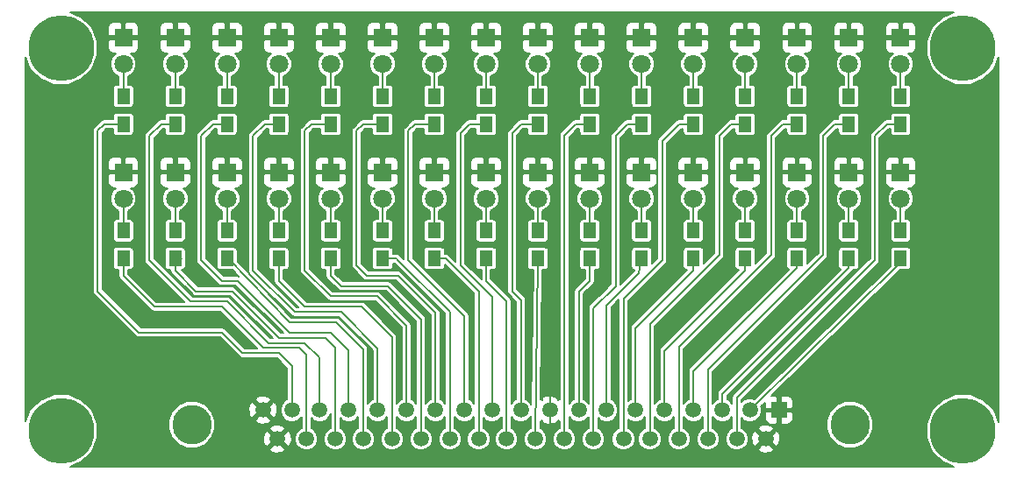
<source format=gbl>
G04 #@! TF.FileFunction,Copper,L2,Bot,Signal*
%FSLAX46Y46*%
G04 Gerber Fmt 4.6, Leading zero omitted, Abs format (unit mm)*
G04 Created by KiCad (PCBNEW (after 2015-mar-04 BZR unknown)-product) date 5/25/2017 2:16:54 PM*
%MOMM*%
G01*
G04 APERTURE LIST*
%ADD10C,0.150000*%
%ADD11R,1.800000X1.800000*%
%ADD12C,1.800000*%
%ADD13C,3.810000*%
%ADD14R,1.520000X1.520000*%
%ADD15C,1.520000*%
%ADD16R,1.300000X1.500000*%
%ADD17C,6.350000*%
%ADD18C,0.203200*%
G04 APERTURE END LIST*
D10*
D11*
X107000000Y-39000000D03*
D12*
X107000000Y-41540000D03*
D11*
X107000000Y-52000000D03*
D12*
X107000000Y-54540000D03*
D11*
X112000000Y-39000000D03*
D12*
X112000000Y-41540000D03*
D11*
X112000000Y-52000000D03*
D12*
X112000000Y-54540000D03*
D11*
X117000000Y-39000000D03*
D12*
X117000000Y-41540000D03*
D11*
X117000000Y-52000000D03*
D12*
X117000000Y-54540000D03*
D11*
X122000000Y-39000000D03*
D12*
X122000000Y-41540000D03*
D11*
X122000000Y-52000000D03*
D12*
X122000000Y-54540000D03*
D11*
X127000000Y-39000000D03*
D12*
X127000000Y-41540000D03*
D11*
X127000000Y-52000000D03*
D12*
X127000000Y-54540000D03*
D11*
X132000000Y-39000000D03*
D12*
X132000000Y-41540000D03*
D11*
X132000000Y-52000000D03*
D12*
X132000000Y-54540000D03*
D11*
X137000000Y-39000000D03*
D12*
X137000000Y-41540000D03*
D11*
X137000000Y-52000000D03*
D12*
X137000000Y-54540000D03*
D11*
X142000000Y-39000000D03*
D12*
X142000000Y-41540000D03*
D11*
X142000000Y-52000000D03*
D12*
X142000000Y-54540000D03*
D13*
X137110000Y-76400000D03*
X73610000Y-76400000D03*
D14*
X130250000Y-75000000D03*
D15*
X127460000Y-75000000D03*
X124790000Y-75000000D03*
X122000000Y-75000000D03*
X119200000Y-75000000D03*
X116410000Y-75000000D03*
X113610000Y-75000000D03*
X110950000Y-75000000D03*
X108150000Y-75000000D03*
X105360000Y-75000000D03*
X102560000Y-75000000D03*
X99900000Y-75000000D03*
X97100000Y-75000000D03*
X94310000Y-75000000D03*
X91520000Y-75000000D03*
X88720000Y-75000000D03*
X85930000Y-75000000D03*
X83260000Y-75000000D03*
X80470000Y-75000000D03*
X128980000Y-77790000D03*
X126190000Y-77790000D03*
X123390000Y-77790000D03*
X120600000Y-77790000D03*
X117800000Y-77790000D03*
X115260000Y-77790000D03*
X112340000Y-77790000D03*
X109550000Y-77790000D03*
X106750000Y-77790000D03*
X103960000Y-77790000D03*
X101290000Y-77790000D03*
X98500000Y-77790000D03*
X95710000Y-77790000D03*
X92910000Y-77790000D03*
X90120000Y-77790000D03*
X87450000Y-77790000D03*
X84660000Y-77790000D03*
X81860000Y-77790000D03*
D16*
X67000000Y-44650000D03*
X67000000Y-47350000D03*
X67000000Y-57650000D03*
X67000000Y-60350000D03*
X72000000Y-44650000D03*
X72000000Y-47350000D03*
X72000000Y-57650000D03*
X72000000Y-60350000D03*
X77000000Y-44650000D03*
X77000000Y-47350000D03*
X77000000Y-57650000D03*
X77000000Y-60350000D03*
X82000000Y-44650000D03*
X82000000Y-47350000D03*
X82000000Y-57650000D03*
X82000000Y-60350000D03*
X87000000Y-44650000D03*
X87000000Y-47350000D03*
X87000000Y-57650000D03*
X87000000Y-60350000D03*
X92000000Y-44650000D03*
X92000000Y-47350000D03*
X92000000Y-57650000D03*
X92000000Y-60350000D03*
X97000000Y-44650000D03*
X97000000Y-47350000D03*
X97000000Y-57650000D03*
X97000000Y-60350000D03*
X102000000Y-44650000D03*
X102000000Y-47350000D03*
X102000000Y-57650000D03*
X102000000Y-60350000D03*
X107000000Y-44650000D03*
X107000000Y-47350000D03*
X107000000Y-57650000D03*
X107000000Y-60350000D03*
X112000000Y-44650000D03*
X112000000Y-47350000D03*
X112000000Y-57650000D03*
X112000000Y-60350000D03*
X117000000Y-44650000D03*
X117000000Y-47350000D03*
X117000000Y-57650000D03*
X117000000Y-60350000D03*
X122000000Y-44650000D03*
X122000000Y-47350000D03*
X122000000Y-57650000D03*
X122000000Y-60350000D03*
X127000000Y-44650000D03*
X127000000Y-47350000D03*
X127000000Y-57650000D03*
X127000000Y-60350000D03*
X132000000Y-44650000D03*
X132000000Y-47350000D03*
X132000000Y-57650000D03*
X132000000Y-60350000D03*
X137000000Y-44650000D03*
X137000000Y-47350000D03*
X137000000Y-57650000D03*
X137000000Y-60350000D03*
X142000000Y-44650000D03*
X142000000Y-47350000D03*
X142000000Y-57650000D03*
X142000000Y-60350000D03*
D11*
X67000000Y-39000000D03*
D12*
X67000000Y-41540000D03*
D11*
X67000000Y-52000000D03*
D12*
X67000000Y-54540000D03*
D11*
X72000000Y-39000000D03*
D12*
X72000000Y-41540000D03*
D11*
X72000000Y-52000000D03*
D12*
X72000000Y-54540000D03*
D11*
X77000000Y-39000000D03*
D12*
X77000000Y-41540000D03*
D11*
X77000000Y-52000000D03*
D12*
X77000000Y-54540000D03*
D11*
X82000000Y-39000000D03*
D12*
X82000000Y-41540000D03*
D11*
X82000000Y-52000000D03*
D12*
X82000000Y-54540000D03*
D11*
X87000000Y-39000000D03*
D12*
X87000000Y-41540000D03*
D11*
X87000000Y-52000000D03*
D12*
X87000000Y-54540000D03*
D11*
X92000000Y-39000000D03*
D12*
X92000000Y-41540000D03*
D11*
X92000000Y-52000000D03*
D12*
X92000000Y-54540000D03*
D11*
X97000000Y-39000000D03*
D12*
X97000000Y-41540000D03*
D11*
X97000000Y-52000000D03*
D12*
X97000000Y-54540000D03*
D11*
X102000000Y-39000000D03*
D12*
X102000000Y-41540000D03*
D11*
X102000000Y-52000000D03*
D12*
X102000000Y-54540000D03*
D17*
X61000000Y-40000000D03*
X148000000Y-40000000D03*
X61000000Y-77000000D03*
X148000000Y-77000000D03*
D18*
X127460000Y-75000000D02*
X127500000Y-75000000D01*
X127500000Y-75000000D02*
X142000000Y-60750000D01*
X142000000Y-60750000D02*
X142000000Y-60350000D01*
X127250000Y-71000000D02*
X137000000Y-61250000D01*
X137000000Y-61250000D02*
X137000000Y-60350000D01*
X124790000Y-73460000D02*
X127250000Y-71000000D01*
X124790000Y-75000000D02*
X124790000Y-73460000D01*
X122000000Y-75000000D02*
X122000000Y-72500000D01*
X122000000Y-71250000D02*
X132000000Y-61250000D01*
X132000000Y-61250000D02*
X132000000Y-60350000D01*
X122000000Y-72500000D02*
X122000000Y-71250000D01*
X119200000Y-75000000D02*
X119200000Y-72250000D01*
X119200000Y-69300000D02*
X127000000Y-61500000D01*
X127000000Y-61500000D02*
X127000000Y-60350000D01*
X119200000Y-72250000D02*
X119200000Y-69300000D01*
X116410000Y-75000000D02*
X116410000Y-69000000D01*
X116410000Y-67090000D02*
X122000000Y-61500000D01*
X122000000Y-61500000D02*
X122000000Y-60350000D01*
X116410000Y-69000000D02*
X116410000Y-67090000D01*
X113610000Y-75000000D02*
X113610000Y-64890000D01*
X116750000Y-61750000D02*
X117000000Y-60350000D01*
X113610000Y-64890000D02*
X116750000Y-61750000D01*
X110950000Y-75000000D02*
X110950000Y-65750000D01*
X112000000Y-62500000D02*
X112000000Y-60350000D01*
X110950000Y-63550000D02*
X112000000Y-62500000D01*
X110950000Y-65750000D02*
X110950000Y-63550000D01*
X105360000Y-75000000D02*
X105360000Y-64360000D01*
X104500000Y-63500000D02*
X104500000Y-50250000D01*
X105360000Y-64360000D02*
X104500000Y-63500000D01*
X106400000Y-47350000D02*
X107000000Y-47350000D01*
X104500000Y-48250000D02*
X105400000Y-47350000D01*
X105400000Y-47350000D02*
X107000000Y-47350000D01*
X104500000Y-50250000D02*
X104500000Y-48250000D01*
X102560000Y-75000000D02*
X102560000Y-74560000D01*
X100400000Y-47350000D02*
X102000000Y-47350000D01*
X99500000Y-48250000D02*
X100400000Y-47350000D01*
X99500000Y-61000000D02*
X99500000Y-50500000D01*
X99500000Y-50500000D02*
X99500000Y-48250000D01*
X102560000Y-64060000D02*
X99500000Y-61000000D01*
X102560000Y-75000000D02*
X102560000Y-64060000D01*
X95150000Y-47350000D02*
X97000000Y-47350000D01*
X94500000Y-48000000D02*
X95150000Y-47350000D01*
X94500000Y-60500000D02*
X94500000Y-48000000D01*
X99900000Y-65900000D02*
X94500000Y-60500000D01*
X99900000Y-75000000D02*
X99900000Y-65900000D01*
X97100000Y-75000000D02*
X97100000Y-65600000D01*
X90500000Y-62000000D02*
X89500000Y-61000000D01*
X93500000Y-62000000D02*
X90500000Y-62000000D01*
X97100000Y-65600000D02*
X93500000Y-62000000D01*
X90150000Y-47350000D02*
X92000000Y-47350000D01*
X89500000Y-48000000D02*
X90150000Y-47350000D01*
X89500000Y-61000000D02*
X89500000Y-48000000D01*
X94310000Y-75000000D02*
X94310000Y-66810000D01*
X84500000Y-61500000D02*
X84500000Y-48000000D01*
X87000000Y-64000000D02*
X84500000Y-61500000D01*
X91500000Y-64000000D02*
X87000000Y-64000000D01*
X94310000Y-66810000D02*
X91500000Y-64000000D01*
X85150000Y-47350000D02*
X87000000Y-47350000D01*
X84500000Y-48000000D02*
X85150000Y-47350000D01*
X91520000Y-75000000D02*
X91520000Y-69020000D01*
X83500000Y-65500000D02*
X79500000Y-61500000D01*
X88000000Y-65500000D02*
X83500000Y-65500000D01*
X91520000Y-69020000D02*
X88000000Y-65500000D01*
X79500000Y-61500000D02*
X79500000Y-48500000D01*
X80650000Y-47350000D02*
X82000000Y-47350000D01*
X79500000Y-48500000D02*
X80650000Y-47350000D01*
X79500000Y-61500000D02*
X79500000Y-48500000D01*
X88720000Y-75000000D02*
X88720000Y-69220000D01*
X87000000Y-67500000D02*
X83000000Y-67500000D01*
X88720000Y-69220000D02*
X87000000Y-67500000D01*
X74500000Y-48500000D02*
X74500000Y-60500000D01*
X74500000Y-48500000D02*
X75650000Y-47350000D01*
X75650000Y-47350000D02*
X77000000Y-47350000D01*
X74500000Y-60500000D02*
X76500000Y-62500000D01*
X76500000Y-62500000D02*
X78000000Y-62500000D01*
X78000000Y-62500000D02*
X83000000Y-67500000D01*
X85930000Y-75000000D02*
X85930000Y-69930000D01*
X84500000Y-68500000D02*
X81000000Y-68500000D01*
X85930000Y-69930000D02*
X84500000Y-68500000D01*
X69500000Y-58500000D02*
X69500000Y-60500000D01*
X73500000Y-64500000D02*
X77000000Y-64500000D01*
X69500000Y-60500000D02*
X73500000Y-64500000D01*
X77000000Y-64500000D02*
X81000000Y-68500000D01*
X85930000Y-73430000D02*
X85930000Y-75000000D01*
X85930000Y-75000000D02*
X85930000Y-73430000D01*
X70650000Y-47350000D02*
X72000000Y-47350000D01*
X69500000Y-48500000D02*
X70650000Y-47350000D01*
X69500000Y-58500000D02*
X69500000Y-48500000D01*
X83260000Y-75000000D02*
X83260000Y-70760000D01*
X82000000Y-69500000D02*
X78500000Y-69500000D01*
X83260000Y-70760000D02*
X82000000Y-69500000D01*
X83260000Y-75000000D02*
X83260000Y-74260000D01*
X78500000Y-69500000D02*
X76500000Y-67500000D01*
X65150000Y-47350000D02*
X67000000Y-47350000D01*
X64500000Y-48000000D02*
X65150000Y-47350000D01*
X64500000Y-63500000D02*
X64500000Y-48000000D01*
X68500000Y-67500000D02*
X64500000Y-63500000D01*
X76500000Y-67500000D02*
X68500000Y-67500000D01*
X126190000Y-77790000D02*
X126190000Y-73810000D01*
X139500000Y-60500000D02*
X139500000Y-48500000D01*
X126190000Y-73810000D02*
X139500000Y-60500000D01*
X139500000Y-48500000D02*
X140650000Y-47350000D01*
X140650000Y-47350000D02*
X139500000Y-48500000D01*
X142000000Y-47350000D02*
X140650000Y-47350000D01*
X123390000Y-77790000D02*
X123390000Y-71110000D01*
X134500000Y-60000000D02*
X134500000Y-48500000D01*
X123390000Y-71110000D02*
X134500000Y-60000000D01*
X135650000Y-47350000D02*
X137000000Y-47350000D01*
X134500000Y-48500000D02*
X135650000Y-47350000D01*
X120600000Y-77790000D02*
X120600000Y-68900000D01*
X129500000Y-60000000D02*
X129500000Y-48500000D01*
X120600000Y-68900000D02*
X129500000Y-60000000D01*
X130650000Y-47350000D02*
X132000000Y-47350000D01*
X129500000Y-48500000D02*
X130650000Y-47350000D01*
X117800000Y-77790000D02*
X117800000Y-66700000D01*
X124500000Y-60000000D02*
X124500000Y-48500000D01*
X117800000Y-66700000D02*
X124500000Y-60000000D01*
X125650000Y-47350000D02*
X124500000Y-48500000D01*
X127000000Y-47350000D02*
X125650000Y-47350000D01*
X115260000Y-77790000D02*
X115260000Y-64240000D01*
X119000000Y-60500000D02*
X119000000Y-49000000D01*
X115260000Y-64240000D02*
X119000000Y-60500000D01*
X120650000Y-47350000D02*
X122000000Y-47350000D01*
X119000000Y-49000000D02*
X120650000Y-47350000D01*
X112340000Y-77790000D02*
X112340000Y-65160000D01*
X115650000Y-47350000D02*
X117000000Y-47350000D01*
X114500000Y-48500000D02*
X115650000Y-47350000D01*
X114500000Y-63000000D02*
X114500000Y-48500000D01*
X112340000Y-65160000D02*
X114500000Y-63000000D01*
X109550000Y-77790000D02*
X109550000Y-48450000D01*
X110650000Y-47350000D02*
X112000000Y-47350000D01*
X109550000Y-48450000D02*
X110650000Y-47350000D01*
X106750000Y-77790000D02*
X107000000Y-60350000D01*
X103960000Y-77790000D02*
X103960000Y-64460000D01*
X102000000Y-62500000D02*
X103960000Y-64460000D01*
X102000000Y-60350000D02*
X102000000Y-62500000D01*
X101290000Y-63540000D02*
X98100000Y-60350000D01*
X98100000Y-60350000D02*
X97000000Y-60350000D01*
X101290000Y-77790000D02*
X101290000Y-63540000D01*
X98500000Y-77790000D02*
X98500000Y-70612000D01*
X93350000Y-60350000D02*
X92000000Y-60350000D01*
X93472000Y-60472000D02*
X93350000Y-60350000D01*
X98500000Y-65480000D02*
X93472000Y-60452000D01*
X93472000Y-60452000D02*
X93472000Y-60472000D01*
X98500000Y-70612000D02*
X98500000Y-65480000D01*
X95710000Y-77790000D02*
X95710000Y-66210000D01*
X92500000Y-63000000D02*
X88000000Y-63000000D01*
X95710000Y-66210000D02*
X92500000Y-63000000D01*
X88000000Y-63000000D02*
X92500000Y-63000000D01*
X87000000Y-62000000D02*
X88000000Y-63000000D01*
X87000000Y-60350000D02*
X87000000Y-62000000D01*
X92910000Y-77790000D02*
X92910000Y-67910000D01*
X90000000Y-65000000D02*
X84500000Y-65000000D01*
X92910000Y-67910000D02*
X90000000Y-65000000D01*
X84500000Y-65000000D02*
X90000000Y-65000000D01*
X82000000Y-62500000D02*
X84500000Y-65000000D01*
X82000000Y-60350000D02*
X82000000Y-62500000D01*
X90120000Y-77790000D02*
X90120000Y-69120000D01*
X87500000Y-66500000D02*
X83000000Y-66500000D01*
X90120000Y-69120000D02*
X87500000Y-66500000D01*
X83000000Y-66500000D02*
X77100000Y-60350000D01*
X77100000Y-60350000D02*
X77000000Y-60350000D01*
X72000000Y-60350000D02*
X72600000Y-60350000D01*
X87450000Y-77790000D02*
X87450000Y-68950000D01*
X86500000Y-68000000D02*
X82000000Y-68000000D01*
X87450000Y-68950000D02*
X86500000Y-68000000D01*
X82000000Y-68000000D02*
X77500000Y-63500000D01*
X72000000Y-61500000D02*
X74000000Y-63500000D01*
X74000000Y-63500000D02*
X77500000Y-63500000D01*
X72000000Y-60350000D02*
X72000000Y-61500000D01*
X84660000Y-77790000D02*
X84660000Y-69660000D01*
X84000000Y-69000000D02*
X80500000Y-69000000D01*
X84660000Y-69660000D02*
X84000000Y-69000000D01*
X67000000Y-60350000D02*
X67000000Y-62000000D01*
X76500000Y-65000000D02*
X80500000Y-69000000D01*
X70000000Y-65000000D02*
X76500000Y-65000000D01*
X67000000Y-62000000D02*
X70000000Y-65000000D01*
X108150000Y-73150000D02*
X108000000Y-73000000D01*
X108150000Y-75000000D02*
X108150000Y-73150000D01*
X108150000Y-77850000D02*
X108000000Y-78000000D01*
X108150000Y-75000000D02*
X108150000Y-77850000D01*
X67000000Y-44650000D02*
X67000000Y-41540000D01*
X67000000Y-57650000D02*
X67000000Y-55000000D01*
X72000000Y-44650000D02*
X72000000Y-41540000D01*
X72000000Y-57650000D02*
X72000000Y-54540000D01*
X77000000Y-44650000D02*
X77000000Y-41540000D01*
X77000000Y-57650000D02*
X77000000Y-54540000D01*
X82000000Y-44650000D02*
X82000000Y-41540000D01*
X82000000Y-57650000D02*
X82000000Y-54540000D01*
X87000000Y-44650000D02*
X87000000Y-41540000D01*
X87000000Y-57650000D02*
X87000000Y-54540000D01*
X92000000Y-44650000D02*
X92000000Y-41540000D01*
X92000000Y-57650000D02*
X92000000Y-54540000D01*
X97000000Y-44650000D02*
X97000000Y-41540000D01*
X97000000Y-57650000D02*
X97000000Y-54540000D01*
X102000000Y-44650000D02*
X102000000Y-41540000D01*
X102000000Y-57650000D02*
X102000000Y-54540000D01*
X107000000Y-44650000D02*
X107000000Y-41540000D01*
X107000000Y-57650000D02*
X107000000Y-54540000D01*
X112000000Y-44650000D02*
X112000000Y-41540000D01*
X112000000Y-57650000D02*
X112000000Y-54540000D01*
X117000000Y-44650000D02*
X117000000Y-41540000D01*
X117000000Y-57650000D02*
X117000000Y-54540000D01*
X122000000Y-44650000D02*
X122000000Y-41540000D01*
X122000000Y-57650000D02*
X122000000Y-54540000D01*
X127000000Y-44650000D02*
X127000000Y-41540000D01*
X127000000Y-57650000D02*
X127000000Y-54540000D01*
X132000000Y-44650000D02*
X132000000Y-41540000D01*
X132000000Y-57650000D02*
X132000000Y-54540000D01*
X137000000Y-44650000D02*
X137000000Y-41540000D01*
X137000000Y-57650000D02*
X137000000Y-54540000D01*
X142000000Y-44650000D02*
X142000000Y-41540000D01*
X142000000Y-57650000D02*
X142000000Y-54540000D01*
G36*
X108379668Y-75014142D02*
X108164142Y-75229668D01*
X108150000Y-75215526D01*
X108135857Y-75229668D01*
X107920331Y-75014142D01*
X107934474Y-75000000D01*
X107920331Y-74985857D01*
X108135857Y-74770331D01*
X108150000Y-74784474D01*
X108164142Y-74770331D01*
X108379668Y-74985857D01*
X108365526Y-75000000D01*
X108379668Y-75014142D01*
X108379668Y-75014142D01*
G37*
X108379668Y-75014142D02*
X108164142Y-75229668D01*
X108150000Y-75215526D01*
X108135857Y-75229668D01*
X107920331Y-75014142D01*
X107934474Y-75000000D01*
X107920331Y-74985857D01*
X108135857Y-74770331D01*
X108150000Y-74784474D01*
X108164142Y-74770331D01*
X108379668Y-74985857D01*
X108365526Y-75000000D01*
X108379668Y-75014142D01*
G36*
X151453900Y-76113691D02*
X150994843Y-75002688D01*
X150002536Y-74008648D01*
X148705361Y-73470014D01*
X147300801Y-73468788D01*
X146002688Y-74005157D01*
X145008648Y-74997464D01*
X144470014Y-76294639D01*
X144468788Y-77699199D01*
X145005157Y-78997312D01*
X145997464Y-79991352D01*
X147111403Y-80453900D01*
X143509600Y-80453900D01*
X143509600Y-53021257D01*
X143509600Y-52304800D01*
X143509600Y-51695200D01*
X143509600Y-50978743D01*
X143509600Y-40021257D01*
X143509600Y-39304800D01*
X143509600Y-38695200D01*
X143509600Y-37978743D01*
X143416794Y-37754689D01*
X143245311Y-37583206D01*
X143021257Y-37490400D01*
X142778743Y-37490400D01*
X142304800Y-37490400D01*
X142152400Y-37642800D01*
X142152400Y-38847600D01*
X143357200Y-38847600D01*
X143509600Y-38695200D01*
X143509600Y-39304800D01*
X143357200Y-39152400D01*
X142152400Y-39152400D01*
X142152400Y-39172400D01*
X141847600Y-39172400D01*
X141847600Y-39152400D01*
X141847600Y-38847600D01*
X141847600Y-37642800D01*
X141695200Y-37490400D01*
X141221257Y-37490400D01*
X140978743Y-37490400D01*
X140754689Y-37583206D01*
X140583206Y-37754689D01*
X140490400Y-37978743D01*
X140490400Y-38695200D01*
X140642800Y-38847600D01*
X141847600Y-38847600D01*
X141847600Y-39152400D01*
X140642800Y-39152400D01*
X140490400Y-39304800D01*
X140490400Y-40021257D01*
X140583206Y-40245311D01*
X140754689Y-40416794D01*
X140978743Y-40509600D01*
X141221257Y-40509600D01*
X141254961Y-40509600D01*
X140936175Y-40827831D01*
X140744618Y-41289150D01*
X140744182Y-41788659D01*
X140934933Y-42250311D01*
X141287831Y-42603825D01*
X141542800Y-42709697D01*
X141542800Y-43537433D01*
X141350000Y-43537433D01*
X141214411Y-43563741D01*
X141095241Y-43642023D01*
X141015469Y-43760201D01*
X140987433Y-43900000D01*
X140987433Y-45400000D01*
X141013741Y-45535589D01*
X141092023Y-45654759D01*
X141210201Y-45734531D01*
X141350000Y-45762567D01*
X142650000Y-45762567D01*
X142785589Y-45736259D01*
X142904759Y-45657977D01*
X142984531Y-45539799D01*
X143012567Y-45400000D01*
X143012567Y-43900000D01*
X142986259Y-43764411D01*
X142907977Y-43645241D01*
X142789799Y-43565469D01*
X142650000Y-43537433D01*
X142457200Y-43537433D01*
X142457200Y-42709650D01*
X142710311Y-42605067D01*
X143063825Y-42252169D01*
X143255382Y-41790850D01*
X143255818Y-41291341D01*
X143065067Y-40829689D01*
X142745535Y-40509600D01*
X142778743Y-40509600D01*
X143021257Y-40509600D01*
X143245311Y-40416794D01*
X143416794Y-40245311D01*
X143509600Y-40021257D01*
X143509600Y-50978743D01*
X143416794Y-50754689D01*
X143245311Y-50583206D01*
X143021257Y-50490400D01*
X142778743Y-50490400D01*
X142304800Y-50490400D01*
X142152400Y-50642800D01*
X142152400Y-51847600D01*
X143357200Y-51847600D01*
X143509600Y-51695200D01*
X143509600Y-52304800D01*
X143357200Y-52152400D01*
X142152400Y-52152400D01*
X142152400Y-52172400D01*
X141847600Y-52172400D01*
X141847600Y-52152400D01*
X141847600Y-51847600D01*
X141847600Y-50642800D01*
X141695200Y-50490400D01*
X141221257Y-50490400D01*
X140978743Y-50490400D01*
X140754689Y-50583206D01*
X140583206Y-50754689D01*
X140490400Y-50978743D01*
X140490400Y-51695200D01*
X140642800Y-51847600D01*
X141847600Y-51847600D01*
X141847600Y-52152400D01*
X140642800Y-52152400D01*
X140490400Y-52304800D01*
X140490400Y-53021257D01*
X140583206Y-53245311D01*
X140754689Y-53416794D01*
X140978743Y-53509600D01*
X141221257Y-53509600D01*
X141254961Y-53509600D01*
X140936175Y-53827831D01*
X140744618Y-54289150D01*
X140744182Y-54788659D01*
X140934933Y-55250311D01*
X141287831Y-55603825D01*
X141542800Y-55709697D01*
X141542800Y-56537433D01*
X141350000Y-56537433D01*
X141214411Y-56563741D01*
X141095241Y-56642023D01*
X141015469Y-56760201D01*
X140987433Y-56900000D01*
X140987433Y-58400000D01*
X141013741Y-58535589D01*
X141092023Y-58654759D01*
X141210201Y-58734531D01*
X141350000Y-58762567D01*
X142650000Y-58762567D01*
X142785589Y-58736259D01*
X142904759Y-58657977D01*
X142984531Y-58539799D01*
X143012567Y-58400000D01*
X143012567Y-56900000D01*
X142986259Y-56764411D01*
X142907977Y-56645241D01*
X142789799Y-56565469D01*
X142650000Y-56537433D01*
X142457200Y-56537433D01*
X142457200Y-55709650D01*
X142710311Y-55605067D01*
X143063825Y-55252169D01*
X143255382Y-54790850D01*
X143255818Y-54291341D01*
X143065067Y-53829689D01*
X142745535Y-53509600D01*
X142778743Y-53509600D01*
X143021257Y-53509600D01*
X143245311Y-53416794D01*
X143416794Y-53245311D01*
X143509600Y-53021257D01*
X143509600Y-80453900D01*
X143012567Y-80453900D01*
X143012567Y-61100000D01*
X143012567Y-59600000D01*
X142986259Y-59464411D01*
X142907977Y-59345241D01*
X142789799Y-59265469D01*
X142650000Y-59237433D01*
X141350000Y-59237433D01*
X141214411Y-59263741D01*
X141095241Y-59342023D01*
X141015469Y-59460201D01*
X140987433Y-59600000D01*
X140987433Y-61100000D01*
X140988097Y-61103426D01*
X127893646Y-73972111D01*
X127682880Y-73884594D01*
X127239067Y-73884207D01*
X126828889Y-74053689D01*
X126647200Y-74235061D01*
X126647200Y-73999378D01*
X139823289Y-60823289D01*
X139823290Y-60823289D01*
X139922398Y-60674963D01*
X139957200Y-60500000D01*
X139957200Y-48689378D01*
X140839378Y-47807200D01*
X140987433Y-47807200D01*
X140987433Y-48100000D01*
X141013741Y-48235589D01*
X141092023Y-48354759D01*
X141210201Y-48434531D01*
X141350000Y-48462567D01*
X142650000Y-48462567D01*
X142785589Y-48436259D01*
X142904759Y-48357977D01*
X142984531Y-48239799D01*
X143012567Y-48100000D01*
X143012567Y-46600000D01*
X142986259Y-46464411D01*
X142907977Y-46345241D01*
X142789799Y-46265469D01*
X142650000Y-46237433D01*
X141350000Y-46237433D01*
X141214411Y-46263741D01*
X141095241Y-46342023D01*
X141015469Y-46460201D01*
X140987433Y-46600000D01*
X140987433Y-46892800D01*
X140650000Y-46892800D01*
X140475037Y-46927602D01*
X140326711Y-47026710D01*
X139176711Y-48176711D01*
X139077602Y-48325037D01*
X139042800Y-48500000D01*
X139042800Y-60310621D01*
X138509600Y-60843821D01*
X138509600Y-53021257D01*
X138509600Y-52304800D01*
X138509600Y-51695200D01*
X138509600Y-50978743D01*
X138509600Y-40021257D01*
X138509600Y-39304800D01*
X138509600Y-38695200D01*
X138509600Y-37978743D01*
X138416794Y-37754689D01*
X138245311Y-37583206D01*
X138021257Y-37490400D01*
X137778743Y-37490400D01*
X137304800Y-37490400D01*
X137152400Y-37642800D01*
X137152400Y-38847600D01*
X138357200Y-38847600D01*
X138509600Y-38695200D01*
X138509600Y-39304800D01*
X138357200Y-39152400D01*
X137152400Y-39152400D01*
X137152400Y-39172400D01*
X136847600Y-39172400D01*
X136847600Y-39152400D01*
X136847600Y-38847600D01*
X136847600Y-37642800D01*
X136695200Y-37490400D01*
X136221257Y-37490400D01*
X135978743Y-37490400D01*
X135754689Y-37583206D01*
X135583206Y-37754689D01*
X135490400Y-37978743D01*
X135490400Y-38695200D01*
X135642800Y-38847600D01*
X136847600Y-38847600D01*
X136847600Y-39152400D01*
X135642800Y-39152400D01*
X135490400Y-39304800D01*
X135490400Y-40021257D01*
X135583206Y-40245311D01*
X135754689Y-40416794D01*
X135978743Y-40509600D01*
X136221257Y-40509600D01*
X136254961Y-40509600D01*
X135936175Y-40827831D01*
X135744618Y-41289150D01*
X135744182Y-41788659D01*
X135934933Y-42250311D01*
X136287831Y-42603825D01*
X136542800Y-42709697D01*
X136542800Y-43537433D01*
X136350000Y-43537433D01*
X136214411Y-43563741D01*
X136095241Y-43642023D01*
X136015469Y-43760201D01*
X135987433Y-43900000D01*
X135987433Y-45400000D01*
X136013741Y-45535589D01*
X136092023Y-45654759D01*
X136210201Y-45734531D01*
X136350000Y-45762567D01*
X137650000Y-45762567D01*
X137785589Y-45736259D01*
X137904759Y-45657977D01*
X137984531Y-45539799D01*
X138012567Y-45400000D01*
X138012567Y-43900000D01*
X137986259Y-43764411D01*
X137907977Y-43645241D01*
X137789799Y-43565469D01*
X137650000Y-43537433D01*
X137457200Y-43537433D01*
X137457200Y-42709650D01*
X137710311Y-42605067D01*
X138063825Y-42252169D01*
X138255382Y-41790850D01*
X138255818Y-41291341D01*
X138065067Y-40829689D01*
X137745535Y-40509600D01*
X137778743Y-40509600D01*
X138021257Y-40509600D01*
X138245311Y-40416794D01*
X138416794Y-40245311D01*
X138509600Y-40021257D01*
X138509600Y-50978743D01*
X138416794Y-50754689D01*
X138245311Y-50583206D01*
X138021257Y-50490400D01*
X137778743Y-50490400D01*
X137304800Y-50490400D01*
X137152400Y-50642800D01*
X137152400Y-51847600D01*
X138357200Y-51847600D01*
X138509600Y-51695200D01*
X138509600Y-52304800D01*
X138357200Y-52152400D01*
X137152400Y-52152400D01*
X137152400Y-52172400D01*
X136847600Y-52172400D01*
X136847600Y-52152400D01*
X136847600Y-51847600D01*
X136847600Y-50642800D01*
X136695200Y-50490400D01*
X136221257Y-50490400D01*
X135978743Y-50490400D01*
X135754689Y-50583206D01*
X135583206Y-50754689D01*
X135490400Y-50978743D01*
X135490400Y-51695200D01*
X135642800Y-51847600D01*
X136847600Y-51847600D01*
X136847600Y-52152400D01*
X135642800Y-52152400D01*
X135490400Y-52304800D01*
X135490400Y-53021257D01*
X135583206Y-53245311D01*
X135754689Y-53416794D01*
X135978743Y-53509600D01*
X136221257Y-53509600D01*
X136254961Y-53509600D01*
X135936175Y-53827831D01*
X135744618Y-54289150D01*
X135744182Y-54788659D01*
X135934933Y-55250311D01*
X136287831Y-55603825D01*
X136542800Y-55709697D01*
X136542800Y-56537433D01*
X136350000Y-56537433D01*
X136214411Y-56563741D01*
X136095241Y-56642023D01*
X136015469Y-56760201D01*
X135987433Y-56900000D01*
X135987433Y-58400000D01*
X136013741Y-58535589D01*
X136092023Y-58654759D01*
X136210201Y-58734531D01*
X136350000Y-58762567D01*
X137650000Y-58762567D01*
X137785589Y-58736259D01*
X137904759Y-58657977D01*
X137984531Y-58539799D01*
X138012567Y-58400000D01*
X138012567Y-56900000D01*
X137986259Y-56764411D01*
X137907977Y-56645241D01*
X137789799Y-56565469D01*
X137650000Y-56537433D01*
X137457200Y-56537433D01*
X137457200Y-55709650D01*
X137710311Y-55605067D01*
X138063825Y-55252169D01*
X138255382Y-54790850D01*
X138255818Y-54291341D01*
X138065067Y-53829689D01*
X137745535Y-53509600D01*
X137778743Y-53509600D01*
X138021257Y-53509600D01*
X138245311Y-53416794D01*
X138416794Y-53245311D01*
X138509600Y-53021257D01*
X138509600Y-60843821D01*
X125866711Y-73486711D01*
X125767602Y-73635037D01*
X125732800Y-73810000D01*
X125732800Y-74365371D01*
X125422762Y-74054792D01*
X125247200Y-73981892D01*
X125247200Y-73649378D01*
X127573289Y-71323289D01*
X137323289Y-61573289D01*
X137397271Y-61462567D01*
X137650000Y-61462567D01*
X137785589Y-61436259D01*
X137904759Y-61357977D01*
X137984531Y-61239799D01*
X138012567Y-61100000D01*
X138012567Y-59600000D01*
X137986259Y-59464411D01*
X137907977Y-59345241D01*
X137789799Y-59265469D01*
X137650000Y-59237433D01*
X136350000Y-59237433D01*
X136214411Y-59263741D01*
X136095241Y-59342023D01*
X136015469Y-59460201D01*
X135987433Y-59600000D01*
X135987433Y-61100000D01*
X136013741Y-61235589D01*
X136092023Y-61354759D01*
X136185538Y-61417883D01*
X126926711Y-70676711D01*
X124466711Y-73136711D01*
X124367602Y-73285037D01*
X124332800Y-73460000D01*
X124332800Y-73981830D01*
X124158889Y-74053689D01*
X123847200Y-74364834D01*
X123847200Y-71299378D01*
X134823289Y-60323289D01*
X134922398Y-60174963D01*
X134957200Y-60000000D01*
X134957200Y-48689378D01*
X135839378Y-47807200D01*
X135987433Y-47807200D01*
X135987433Y-48100000D01*
X136013741Y-48235589D01*
X136092023Y-48354759D01*
X136210201Y-48434531D01*
X136350000Y-48462567D01*
X137650000Y-48462567D01*
X137785589Y-48436259D01*
X137904759Y-48357977D01*
X137984531Y-48239799D01*
X138012567Y-48100000D01*
X138012567Y-46600000D01*
X137986259Y-46464411D01*
X137907977Y-46345241D01*
X137789799Y-46265469D01*
X137650000Y-46237433D01*
X136350000Y-46237433D01*
X136214411Y-46263741D01*
X136095241Y-46342023D01*
X136015469Y-46460201D01*
X135987433Y-46600000D01*
X135987433Y-46892800D01*
X135650000Y-46892800D01*
X135475037Y-46927602D01*
X135326711Y-47026710D01*
X134176711Y-48176711D01*
X134077602Y-48325037D01*
X134042800Y-48500000D01*
X134042800Y-59810622D01*
X133509600Y-60343822D01*
X133509600Y-53021257D01*
X133509600Y-52304800D01*
X133509600Y-51695200D01*
X133509600Y-50978743D01*
X133509600Y-40021257D01*
X133509600Y-39304800D01*
X133509600Y-38695200D01*
X133509600Y-37978743D01*
X133416794Y-37754689D01*
X133245311Y-37583206D01*
X133021257Y-37490400D01*
X132778743Y-37490400D01*
X132304800Y-37490400D01*
X132152400Y-37642800D01*
X132152400Y-38847600D01*
X133357200Y-38847600D01*
X133509600Y-38695200D01*
X133509600Y-39304800D01*
X133357200Y-39152400D01*
X132152400Y-39152400D01*
X132152400Y-39172400D01*
X131847600Y-39172400D01*
X131847600Y-39152400D01*
X131847600Y-38847600D01*
X131847600Y-37642800D01*
X131695200Y-37490400D01*
X131221257Y-37490400D01*
X130978743Y-37490400D01*
X130754689Y-37583206D01*
X130583206Y-37754689D01*
X130490400Y-37978743D01*
X130490400Y-38695200D01*
X130642800Y-38847600D01*
X131847600Y-38847600D01*
X131847600Y-39152400D01*
X130642800Y-39152400D01*
X130490400Y-39304800D01*
X130490400Y-40021257D01*
X130583206Y-40245311D01*
X130754689Y-40416794D01*
X130978743Y-40509600D01*
X131221257Y-40509600D01*
X131254961Y-40509600D01*
X130936175Y-40827831D01*
X130744618Y-41289150D01*
X130744182Y-41788659D01*
X130934933Y-42250311D01*
X131287831Y-42603825D01*
X131542800Y-42709697D01*
X131542800Y-43537433D01*
X131350000Y-43537433D01*
X131214411Y-43563741D01*
X131095241Y-43642023D01*
X131015469Y-43760201D01*
X130987433Y-43900000D01*
X130987433Y-45400000D01*
X131013741Y-45535589D01*
X131092023Y-45654759D01*
X131210201Y-45734531D01*
X131350000Y-45762567D01*
X132650000Y-45762567D01*
X132785589Y-45736259D01*
X132904759Y-45657977D01*
X132984531Y-45539799D01*
X133012567Y-45400000D01*
X133012567Y-43900000D01*
X132986259Y-43764411D01*
X132907977Y-43645241D01*
X132789799Y-43565469D01*
X132650000Y-43537433D01*
X132457200Y-43537433D01*
X132457200Y-42709650D01*
X132710311Y-42605067D01*
X133063825Y-42252169D01*
X133255382Y-41790850D01*
X133255818Y-41291341D01*
X133065067Y-40829689D01*
X132745535Y-40509600D01*
X132778743Y-40509600D01*
X133021257Y-40509600D01*
X133245311Y-40416794D01*
X133416794Y-40245311D01*
X133509600Y-40021257D01*
X133509600Y-50978743D01*
X133416794Y-50754689D01*
X133245311Y-50583206D01*
X133021257Y-50490400D01*
X132778743Y-50490400D01*
X132304800Y-50490400D01*
X132152400Y-50642800D01*
X132152400Y-51847600D01*
X133357200Y-51847600D01*
X133509600Y-51695200D01*
X133509600Y-52304800D01*
X133357200Y-52152400D01*
X132152400Y-52152400D01*
X132152400Y-52172400D01*
X131847600Y-52172400D01*
X131847600Y-52152400D01*
X131847600Y-51847600D01*
X131847600Y-50642800D01*
X131695200Y-50490400D01*
X131221257Y-50490400D01*
X130978743Y-50490400D01*
X130754689Y-50583206D01*
X130583206Y-50754689D01*
X130490400Y-50978743D01*
X130490400Y-51695200D01*
X130642800Y-51847600D01*
X131847600Y-51847600D01*
X131847600Y-52152400D01*
X130642800Y-52152400D01*
X130490400Y-52304800D01*
X130490400Y-53021257D01*
X130583206Y-53245311D01*
X130754689Y-53416794D01*
X130978743Y-53509600D01*
X131221257Y-53509600D01*
X131254961Y-53509600D01*
X130936175Y-53827831D01*
X130744618Y-54289150D01*
X130744182Y-54788659D01*
X130934933Y-55250311D01*
X131287831Y-55603825D01*
X131542800Y-55709697D01*
X131542800Y-56537433D01*
X131350000Y-56537433D01*
X131214411Y-56563741D01*
X131095241Y-56642023D01*
X131015469Y-56760201D01*
X130987433Y-56900000D01*
X130987433Y-58400000D01*
X131013741Y-58535589D01*
X131092023Y-58654759D01*
X131210201Y-58734531D01*
X131350000Y-58762567D01*
X132650000Y-58762567D01*
X132785589Y-58736259D01*
X132904759Y-58657977D01*
X132984531Y-58539799D01*
X133012567Y-58400000D01*
X133012567Y-56900000D01*
X132986259Y-56764411D01*
X132907977Y-56645241D01*
X132789799Y-56565469D01*
X132650000Y-56537433D01*
X132457200Y-56537433D01*
X132457200Y-55709650D01*
X132710311Y-55605067D01*
X133063825Y-55252169D01*
X133255382Y-54790850D01*
X133255818Y-54291341D01*
X133065067Y-53829689D01*
X132745535Y-53509600D01*
X132778743Y-53509600D01*
X133021257Y-53509600D01*
X133245311Y-53416794D01*
X133416794Y-53245311D01*
X133509600Y-53021257D01*
X133509600Y-60343822D01*
X133012567Y-60840855D01*
X133012567Y-59600000D01*
X132986259Y-59464411D01*
X132907977Y-59345241D01*
X132789799Y-59265469D01*
X132650000Y-59237433D01*
X131350000Y-59237433D01*
X131214411Y-59263741D01*
X131095241Y-59342023D01*
X131015469Y-59460201D01*
X130987433Y-59600000D01*
X130987433Y-61100000D01*
X131013741Y-61235589D01*
X131092023Y-61354759D01*
X131185538Y-61417883D01*
X121676711Y-70926711D01*
X121577602Y-71075037D01*
X121542800Y-71250000D01*
X121542800Y-72500000D01*
X121542800Y-73981830D01*
X121368889Y-74053689D01*
X121057200Y-74364834D01*
X121057200Y-69089378D01*
X129823289Y-60323289D01*
X129922398Y-60174963D01*
X129957200Y-60000000D01*
X129957200Y-48689378D01*
X130839378Y-47807200D01*
X130987433Y-47807200D01*
X130987433Y-48100000D01*
X131013741Y-48235589D01*
X131092023Y-48354759D01*
X131210201Y-48434531D01*
X131350000Y-48462567D01*
X132650000Y-48462567D01*
X132785589Y-48436259D01*
X132904759Y-48357977D01*
X132984531Y-48239799D01*
X133012567Y-48100000D01*
X133012567Y-46600000D01*
X132986259Y-46464411D01*
X132907977Y-46345241D01*
X132789799Y-46265469D01*
X132650000Y-46237433D01*
X131350000Y-46237433D01*
X131214411Y-46263741D01*
X131095241Y-46342023D01*
X131015469Y-46460201D01*
X130987433Y-46600000D01*
X130987433Y-46892800D01*
X130650000Y-46892800D01*
X130475037Y-46927602D01*
X130326711Y-47026710D01*
X129176711Y-48176711D01*
X129077602Y-48325037D01*
X129042800Y-48500000D01*
X129042800Y-59810622D01*
X128509600Y-60343822D01*
X128509600Y-53021257D01*
X128509600Y-52304800D01*
X128509600Y-51695200D01*
X128509600Y-50978743D01*
X128509600Y-40021257D01*
X128509600Y-39304800D01*
X128509600Y-38695200D01*
X128509600Y-37978743D01*
X128416794Y-37754689D01*
X128245311Y-37583206D01*
X128021257Y-37490400D01*
X127778743Y-37490400D01*
X127304800Y-37490400D01*
X127152400Y-37642800D01*
X127152400Y-38847600D01*
X128357200Y-38847600D01*
X128509600Y-38695200D01*
X128509600Y-39304800D01*
X128357200Y-39152400D01*
X127152400Y-39152400D01*
X127152400Y-39172400D01*
X126847600Y-39172400D01*
X126847600Y-39152400D01*
X126847600Y-38847600D01*
X126847600Y-37642800D01*
X126695200Y-37490400D01*
X126221257Y-37490400D01*
X125978743Y-37490400D01*
X125754689Y-37583206D01*
X125583206Y-37754689D01*
X125490400Y-37978743D01*
X125490400Y-38695200D01*
X125642800Y-38847600D01*
X126847600Y-38847600D01*
X126847600Y-39152400D01*
X125642800Y-39152400D01*
X125490400Y-39304800D01*
X125490400Y-40021257D01*
X125583206Y-40245311D01*
X125754689Y-40416794D01*
X125978743Y-40509600D01*
X126221257Y-40509600D01*
X126254961Y-40509600D01*
X125936175Y-40827831D01*
X125744618Y-41289150D01*
X125744182Y-41788659D01*
X125934933Y-42250311D01*
X126287831Y-42603825D01*
X126542800Y-42709697D01*
X126542800Y-43537433D01*
X126350000Y-43537433D01*
X126214411Y-43563741D01*
X126095241Y-43642023D01*
X126015469Y-43760201D01*
X125987433Y-43900000D01*
X125987433Y-45400000D01*
X126013741Y-45535589D01*
X126092023Y-45654759D01*
X126210201Y-45734531D01*
X126350000Y-45762567D01*
X127650000Y-45762567D01*
X127785589Y-45736259D01*
X127904759Y-45657977D01*
X127984531Y-45539799D01*
X128012567Y-45400000D01*
X128012567Y-43900000D01*
X127986259Y-43764411D01*
X127907977Y-43645241D01*
X127789799Y-43565469D01*
X127650000Y-43537433D01*
X127457200Y-43537433D01*
X127457200Y-42709650D01*
X127710311Y-42605067D01*
X128063825Y-42252169D01*
X128255382Y-41790850D01*
X128255818Y-41291341D01*
X128065067Y-40829689D01*
X127745535Y-40509600D01*
X127778743Y-40509600D01*
X128021257Y-40509600D01*
X128245311Y-40416794D01*
X128416794Y-40245311D01*
X128509600Y-40021257D01*
X128509600Y-50978743D01*
X128416794Y-50754689D01*
X128245311Y-50583206D01*
X128021257Y-50490400D01*
X127778743Y-50490400D01*
X127304800Y-50490400D01*
X127152400Y-50642800D01*
X127152400Y-51847600D01*
X128357200Y-51847600D01*
X128509600Y-51695200D01*
X128509600Y-52304800D01*
X128357200Y-52152400D01*
X127152400Y-52152400D01*
X127152400Y-52172400D01*
X126847600Y-52172400D01*
X126847600Y-52152400D01*
X126847600Y-51847600D01*
X126847600Y-50642800D01*
X126695200Y-50490400D01*
X126221257Y-50490400D01*
X125978743Y-50490400D01*
X125754689Y-50583206D01*
X125583206Y-50754689D01*
X125490400Y-50978743D01*
X125490400Y-51695200D01*
X125642800Y-51847600D01*
X126847600Y-51847600D01*
X126847600Y-52152400D01*
X125642800Y-52152400D01*
X125490400Y-52304800D01*
X125490400Y-53021257D01*
X125583206Y-53245311D01*
X125754689Y-53416794D01*
X125978743Y-53509600D01*
X126221257Y-53509600D01*
X126254961Y-53509600D01*
X125936175Y-53827831D01*
X125744618Y-54289150D01*
X125744182Y-54788659D01*
X125934933Y-55250311D01*
X126287831Y-55603825D01*
X126542800Y-55709697D01*
X126542800Y-56537433D01*
X126350000Y-56537433D01*
X126214411Y-56563741D01*
X126095241Y-56642023D01*
X126015469Y-56760201D01*
X125987433Y-56900000D01*
X125987433Y-58400000D01*
X126013741Y-58535589D01*
X126092023Y-58654759D01*
X126210201Y-58734531D01*
X126350000Y-58762567D01*
X127650000Y-58762567D01*
X127785589Y-58736259D01*
X127904759Y-58657977D01*
X127984531Y-58539799D01*
X128012567Y-58400000D01*
X128012567Y-56900000D01*
X127986259Y-56764411D01*
X127907977Y-56645241D01*
X127789799Y-56565469D01*
X127650000Y-56537433D01*
X127457200Y-56537433D01*
X127457200Y-55709650D01*
X127710311Y-55605067D01*
X128063825Y-55252169D01*
X128255382Y-54790850D01*
X128255818Y-54291341D01*
X128065067Y-53829689D01*
X127745535Y-53509600D01*
X127778743Y-53509600D01*
X128021257Y-53509600D01*
X128245311Y-53416794D01*
X128416794Y-53245311D01*
X128509600Y-53021257D01*
X128509600Y-60343822D01*
X128012567Y-60840855D01*
X128012567Y-59600000D01*
X127986259Y-59464411D01*
X127907977Y-59345241D01*
X127789799Y-59265469D01*
X127650000Y-59237433D01*
X126350000Y-59237433D01*
X126214411Y-59263741D01*
X126095241Y-59342023D01*
X126015469Y-59460201D01*
X125987433Y-59600000D01*
X125987433Y-61100000D01*
X126013741Y-61235589D01*
X126092023Y-61354759D01*
X126210201Y-61434531D01*
X126350000Y-61462567D01*
X126390855Y-61462567D01*
X118876711Y-68976711D01*
X118777602Y-69125037D01*
X118742800Y-69300000D01*
X118742800Y-72250000D01*
X118742800Y-73981830D01*
X118568889Y-74053689D01*
X118257200Y-74364834D01*
X118257200Y-66889378D01*
X124823289Y-60323289D01*
X124922398Y-60174963D01*
X124957200Y-60000000D01*
X124957200Y-48689378D01*
X125839378Y-47807200D01*
X125987433Y-47807200D01*
X125987433Y-48100000D01*
X126013741Y-48235589D01*
X126092023Y-48354759D01*
X126210201Y-48434531D01*
X126350000Y-48462567D01*
X127650000Y-48462567D01*
X127785589Y-48436259D01*
X127904759Y-48357977D01*
X127984531Y-48239799D01*
X128012567Y-48100000D01*
X128012567Y-46600000D01*
X127986259Y-46464411D01*
X127907977Y-46345241D01*
X127789799Y-46265469D01*
X127650000Y-46237433D01*
X126350000Y-46237433D01*
X126214411Y-46263741D01*
X126095241Y-46342023D01*
X126015469Y-46460201D01*
X125987433Y-46600000D01*
X125987433Y-46892800D01*
X125650000Y-46892800D01*
X125475037Y-46927602D01*
X125326711Y-47026710D01*
X124176711Y-48176711D01*
X124077602Y-48325037D01*
X124042800Y-48500000D01*
X124042800Y-59810622D01*
X123509600Y-60343822D01*
X123509600Y-53021257D01*
X123509600Y-52304800D01*
X123509600Y-51695200D01*
X123509600Y-50978743D01*
X123509600Y-40021257D01*
X123509600Y-39304800D01*
X123509600Y-38695200D01*
X123509600Y-37978743D01*
X123416794Y-37754689D01*
X123245311Y-37583206D01*
X123021257Y-37490400D01*
X122778743Y-37490400D01*
X122304800Y-37490400D01*
X122152400Y-37642800D01*
X122152400Y-38847600D01*
X123357200Y-38847600D01*
X123509600Y-38695200D01*
X123509600Y-39304800D01*
X123357200Y-39152400D01*
X122152400Y-39152400D01*
X122152400Y-39172400D01*
X121847600Y-39172400D01*
X121847600Y-39152400D01*
X121847600Y-38847600D01*
X121847600Y-37642800D01*
X121695200Y-37490400D01*
X121221257Y-37490400D01*
X120978743Y-37490400D01*
X120754689Y-37583206D01*
X120583206Y-37754689D01*
X120490400Y-37978743D01*
X120490400Y-38695200D01*
X120642800Y-38847600D01*
X121847600Y-38847600D01*
X121847600Y-39152400D01*
X120642800Y-39152400D01*
X120490400Y-39304800D01*
X120490400Y-40021257D01*
X120583206Y-40245311D01*
X120754689Y-40416794D01*
X120978743Y-40509600D01*
X121221257Y-40509600D01*
X121254961Y-40509600D01*
X120936175Y-40827831D01*
X120744618Y-41289150D01*
X120744182Y-41788659D01*
X120934933Y-42250311D01*
X121287831Y-42603825D01*
X121542800Y-42709697D01*
X121542800Y-43537433D01*
X121350000Y-43537433D01*
X121214411Y-43563741D01*
X121095241Y-43642023D01*
X121015469Y-43760201D01*
X120987433Y-43900000D01*
X120987433Y-45400000D01*
X121013741Y-45535589D01*
X121092023Y-45654759D01*
X121210201Y-45734531D01*
X121350000Y-45762567D01*
X122650000Y-45762567D01*
X122785589Y-45736259D01*
X122904759Y-45657977D01*
X122984531Y-45539799D01*
X123012567Y-45400000D01*
X123012567Y-43900000D01*
X122986259Y-43764411D01*
X122907977Y-43645241D01*
X122789799Y-43565469D01*
X122650000Y-43537433D01*
X122457200Y-43537433D01*
X122457200Y-42709650D01*
X122710311Y-42605067D01*
X123063825Y-42252169D01*
X123255382Y-41790850D01*
X123255818Y-41291341D01*
X123065067Y-40829689D01*
X122745535Y-40509600D01*
X122778743Y-40509600D01*
X123021257Y-40509600D01*
X123245311Y-40416794D01*
X123416794Y-40245311D01*
X123509600Y-40021257D01*
X123509600Y-50978743D01*
X123416794Y-50754689D01*
X123245311Y-50583206D01*
X123021257Y-50490400D01*
X122778743Y-50490400D01*
X122304800Y-50490400D01*
X122152400Y-50642800D01*
X122152400Y-51847600D01*
X123357200Y-51847600D01*
X123509600Y-51695200D01*
X123509600Y-52304800D01*
X123357200Y-52152400D01*
X122152400Y-52152400D01*
X122152400Y-52172400D01*
X121847600Y-52172400D01*
X121847600Y-52152400D01*
X121847600Y-51847600D01*
X121847600Y-50642800D01*
X121695200Y-50490400D01*
X121221257Y-50490400D01*
X120978743Y-50490400D01*
X120754689Y-50583206D01*
X120583206Y-50754689D01*
X120490400Y-50978743D01*
X120490400Y-51695200D01*
X120642800Y-51847600D01*
X121847600Y-51847600D01*
X121847600Y-52152400D01*
X120642800Y-52152400D01*
X120490400Y-52304800D01*
X120490400Y-53021257D01*
X120583206Y-53245311D01*
X120754689Y-53416794D01*
X120978743Y-53509600D01*
X121221257Y-53509600D01*
X121254961Y-53509600D01*
X120936175Y-53827831D01*
X120744618Y-54289150D01*
X120744182Y-54788659D01*
X120934933Y-55250311D01*
X121287831Y-55603825D01*
X121542800Y-55709697D01*
X121542800Y-56537433D01*
X121350000Y-56537433D01*
X121214411Y-56563741D01*
X121095241Y-56642023D01*
X121015469Y-56760201D01*
X120987433Y-56900000D01*
X120987433Y-58400000D01*
X121013741Y-58535589D01*
X121092023Y-58654759D01*
X121210201Y-58734531D01*
X121350000Y-58762567D01*
X122650000Y-58762567D01*
X122785589Y-58736259D01*
X122904759Y-58657977D01*
X122984531Y-58539799D01*
X123012567Y-58400000D01*
X123012567Y-56900000D01*
X122986259Y-56764411D01*
X122907977Y-56645241D01*
X122789799Y-56565469D01*
X122650000Y-56537433D01*
X122457200Y-56537433D01*
X122457200Y-55709650D01*
X122710311Y-55605067D01*
X123063825Y-55252169D01*
X123255382Y-54790850D01*
X123255818Y-54291341D01*
X123065067Y-53829689D01*
X122745535Y-53509600D01*
X122778743Y-53509600D01*
X123021257Y-53509600D01*
X123245311Y-53416794D01*
X123416794Y-53245311D01*
X123509600Y-53021257D01*
X123509600Y-60343822D01*
X123012567Y-60840855D01*
X123012567Y-59600000D01*
X122986259Y-59464411D01*
X122907977Y-59345241D01*
X122789799Y-59265469D01*
X122650000Y-59237433D01*
X121350000Y-59237433D01*
X121214411Y-59263741D01*
X121095241Y-59342023D01*
X121015469Y-59460201D01*
X120987433Y-59600000D01*
X120987433Y-61100000D01*
X121013741Y-61235589D01*
X121092023Y-61354759D01*
X121210201Y-61434531D01*
X121350000Y-61462567D01*
X121390855Y-61462567D01*
X116086711Y-66766711D01*
X115987602Y-66915037D01*
X115952800Y-67090000D01*
X115952800Y-69000000D01*
X115952800Y-73981830D01*
X115778889Y-74053689D01*
X115717200Y-74115270D01*
X115717200Y-64429378D01*
X119323289Y-60823289D01*
X119422398Y-60674963D01*
X119457200Y-60500000D01*
X119457200Y-49189378D01*
X120839378Y-47807200D01*
X120987433Y-47807200D01*
X120987433Y-48100000D01*
X121013741Y-48235589D01*
X121092023Y-48354759D01*
X121210201Y-48434531D01*
X121350000Y-48462567D01*
X122650000Y-48462567D01*
X122785589Y-48436259D01*
X122904759Y-48357977D01*
X122984531Y-48239799D01*
X123012567Y-48100000D01*
X123012567Y-46600000D01*
X122986259Y-46464411D01*
X122907977Y-46345241D01*
X122789799Y-46265469D01*
X122650000Y-46237433D01*
X121350000Y-46237433D01*
X121214411Y-46263741D01*
X121095241Y-46342023D01*
X121015469Y-46460201D01*
X120987433Y-46600000D01*
X120987433Y-46892800D01*
X120650000Y-46892800D01*
X120475037Y-46927602D01*
X120326711Y-47026711D01*
X118676711Y-48676711D01*
X118577602Y-48825037D01*
X118542800Y-49000000D01*
X118542800Y-60310622D01*
X118509600Y-60343822D01*
X118509600Y-53021257D01*
X118509600Y-52304800D01*
X118509600Y-51695200D01*
X118509600Y-50978743D01*
X118509600Y-40021257D01*
X118509600Y-39304800D01*
X118509600Y-38695200D01*
X118509600Y-37978743D01*
X118416794Y-37754689D01*
X118245311Y-37583206D01*
X118021257Y-37490400D01*
X117778743Y-37490400D01*
X117304800Y-37490400D01*
X117152400Y-37642800D01*
X117152400Y-38847600D01*
X118357200Y-38847600D01*
X118509600Y-38695200D01*
X118509600Y-39304800D01*
X118357200Y-39152400D01*
X117152400Y-39152400D01*
X117152400Y-39172400D01*
X116847600Y-39172400D01*
X116847600Y-39152400D01*
X116847600Y-38847600D01*
X116847600Y-37642800D01*
X116695200Y-37490400D01*
X116221257Y-37490400D01*
X115978743Y-37490400D01*
X115754689Y-37583206D01*
X115583206Y-37754689D01*
X115490400Y-37978743D01*
X115490400Y-38695200D01*
X115642800Y-38847600D01*
X116847600Y-38847600D01*
X116847600Y-39152400D01*
X115642800Y-39152400D01*
X115490400Y-39304800D01*
X115490400Y-40021257D01*
X115583206Y-40245311D01*
X115754689Y-40416794D01*
X115978743Y-40509600D01*
X116221257Y-40509600D01*
X116254961Y-40509600D01*
X115936175Y-40827831D01*
X115744618Y-41289150D01*
X115744182Y-41788659D01*
X115934933Y-42250311D01*
X116287831Y-42603825D01*
X116542800Y-42709697D01*
X116542800Y-43537433D01*
X116350000Y-43537433D01*
X116214411Y-43563741D01*
X116095241Y-43642023D01*
X116015469Y-43760201D01*
X115987433Y-43900000D01*
X115987433Y-45400000D01*
X116013741Y-45535589D01*
X116092023Y-45654759D01*
X116210201Y-45734531D01*
X116350000Y-45762567D01*
X117650000Y-45762567D01*
X117785589Y-45736259D01*
X117904759Y-45657977D01*
X117984531Y-45539799D01*
X118012567Y-45400000D01*
X118012567Y-43900000D01*
X117986259Y-43764411D01*
X117907977Y-43645241D01*
X117789799Y-43565469D01*
X117650000Y-43537433D01*
X117457200Y-43537433D01*
X117457200Y-42709650D01*
X117710311Y-42605067D01*
X118063825Y-42252169D01*
X118255382Y-41790850D01*
X118255818Y-41291341D01*
X118065067Y-40829689D01*
X117745535Y-40509600D01*
X117778743Y-40509600D01*
X118021257Y-40509600D01*
X118245311Y-40416794D01*
X118416794Y-40245311D01*
X118509600Y-40021257D01*
X118509600Y-50978743D01*
X118416794Y-50754689D01*
X118245311Y-50583206D01*
X118021257Y-50490400D01*
X117778743Y-50490400D01*
X117304800Y-50490400D01*
X117152400Y-50642800D01*
X117152400Y-51847600D01*
X118357200Y-51847600D01*
X118509600Y-51695200D01*
X118509600Y-52304800D01*
X118357200Y-52152400D01*
X117152400Y-52152400D01*
X117152400Y-52172400D01*
X116847600Y-52172400D01*
X116847600Y-52152400D01*
X116847600Y-51847600D01*
X116847600Y-50642800D01*
X116695200Y-50490400D01*
X116221257Y-50490400D01*
X115978743Y-50490400D01*
X115754689Y-50583206D01*
X115583206Y-50754689D01*
X115490400Y-50978743D01*
X115490400Y-51695200D01*
X115642800Y-51847600D01*
X116847600Y-51847600D01*
X116847600Y-52152400D01*
X115642800Y-52152400D01*
X115490400Y-52304800D01*
X115490400Y-53021257D01*
X115583206Y-53245311D01*
X115754689Y-53416794D01*
X115978743Y-53509600D01*
X116221257Y-53509600D01*
X116254961Y-53509600D01*
X115936175Y-53827831D01*
X115744618Y-54289150D01*
X115744182Y-54788659D01*
X115934933Y-55250311D01*
X116287831Y-55603825D01*
X116542800Y-55709697D01*
X116542800Y-56537433D01*
X116350000Y-56537433D01*
X116214411Y-56563741D01*
X116095241Y-56642023D01*
X116015469Y-56760201D01*
X115987433Y-56900000D01*
X115987433Y-58400000D01*
X116013741Y-58535589D01*
X116092023Y-58654759D01*
X116210201Y-58734531D01*
X116350000Y-58762567D01*
X117650000Y-58762567D01*
X117785589Y-58736259D01*
X117904759Y-58657977D01*
X117984531Y-58539799D01*
X118012567Y-58400000D01*
X118012567Y-56900000D01*
X117986259Y-56764411D01*
X117907977Y-56645241D01*
X117789799Y-56565469D01*
X117650000Y-56537433D01*
X117457200Y-56537433D01*
X117457200Y-55709650D01*
X117710311Y-55605067D01*
X118063825Y-55252169D01*
X118255382Y-54790850D01*
X118255818Y-54291341D01*
X118065067Y-53829689D01*
X117745535Y-53509600D01*
X117778743Y-53509600D01*
X118021257Y-53509600D01*
X118245311Y-53416794D01*
X118416794Y-53245311D01*
X118509600Y-53021257D01*
X118509600Y-60343822D01*
X118012567Y-60840855D01*
X118012567Y-59600000D01*
X117986259Y-59464411D01*
X117907977Y-59345241D01*
X117789799Y-59265469D01*
X117650000Y-59237433D01*
X116350000Y-59237433D01*
X116214411Y-59263741D01*
X116095241Y-59342023D01*
X116015469Y-59460201D01*
X115987433Y-59600000D01*
X115987433Y-61100000D01*
X116013741Y-61235589D01*
X116092023Y-61354759D01*
X116210201Y-61434531D01*
X116337348Y-61460029D01*
X116325165Y-61528255D01*
X114957200Y-62896221D01*
X114957200Y-48689378D01*
X115839378Y-47807200D01*
X115987433Y-47807200D01*
X115987433Y-48100000D01*
X116013741Y-48235589D01*
X116092023Y-48354759D01*
X116210201Y-48434531D01*
X116350000Y-48462567D01*
X117650000Y-48462567D01*
X117785589Y-48436259D01*
X117904759Y-48357977D01*
X117984531Y-48239799D01*
X118012567Y-48100000D01*
X118012567Y-46600000D01*
X117986259Y-46464411D01*
X117907977Y-46345241D01*
X117789799Y-46265469D01*
X117650000Y-46237433D01*
X116350000Y-46237433D01*
X116214411Y-46263741D01*
X116095241Y-46342023D01*
X116015469Y-46460201D01*
X115987433Y-46600000D01*
X115987433Y-46892800D01*
X115650000Y-46892800D01*
X115475037Y-46927602D01*
X115326711Y-47026710D01*
X114176711Y-48176711D01*
X114077602Y-48325037D01*
X114042800Y-48500000D01*
X114042800Y-62810622D01*
X113509600Y-63343822D01*
X113509600Y-53021257D01*
X113509600Y-52304800D01*
X113509600Y-51695200D01*
X113509600Y-50978743D01*
X113509600Y-40021257D01*
X113509600Y-39304800D01*
X113509600Y-38695200D01*
X113509600Y-37978743D01*
X113416794Y-37754689D01*
X113245311Y-37583206D01*
X113021257Y-37490400D01*
X112778743Y-37490400D01*
X112304800Y-37490400D01*
X112152400Y-37642800D01*
X112152400Y-38847600D01*
X113357200Y-38847600D01*
X113509600Y-38695200D01*
X113509600Y-39304800D01*
X113357200Y-39152400D01*
X112152400Y-39152400D01*
X112152400Y-39172400D01*
X111847600Y-39172400D01*
X111847600Y-39152400D01*
X111847600Y-38847600D01*
X111847600Y-37642800D01*
X111695200Y-37490400D01*
X111221257Y-37490400D01*
X110978743Y-37490400D01*
X110754689Y-37583206D01*
X110583206Y-37754689D01*
X110490400Y-37978743D01*
X110490400Y-38695200D01*
X110642800Y-38847600D01*
X111847600Y-38847600D01*
X111847600Y-39152400D01*
X110642800Y-39152400D01*
X110490400Y-39304800D01*
X110490400Y-40021257D01*
X110583206Y-40245311D01*
X110754689Y-40416794D01*
X110978743Y-40509600D01*
X111221257Y-40509600D01*
X111254961Y-40509600D01*
X110936175Y-40827831D01*
X110744618Y-41289150D01*
X110744182Y-41788659D01*
X110934933Y-42250311D01*
X111287831Y-42603825D01*
X111542800Y-42709697D01*
X111542800Y-43537433D01*
X111350000Y-43537433D01*
X111214411Y-43563741D01*
X111095241Y-43642023D01*
X111015469Y-43760201D01*
X110987433Y-43900000D01*
X110987433Y-45400000D01*
X111013741Y-45535589D01*
X111092023Y-45654759D01*
X111210201Y-45734531D01*
X111350000Y-45762567D01*
X112650000Y-45762567D01*
X112785589Y-45736259D01*
X112904759Y-45657977D01*
X112984531Y-45539799D01*
X113012567Y-45400000D01*
X113012567Y-43900000D01*
X112986259Y-43764411D01*
X112907977Y-43645241D01*
X112789799Y-43565469D01*
X112650000Y-43537433D01*
X112457200Y-43537433D01*
X112457200Y-42709650D01*
X112710311Y-42605067D01*
X113063825Y-42252169D01*
X113255382Y-41790850D01*
X113255818Y-41291341D01*
X113065067Y-40829689D01*
X112745535Y-40509600D01*
X112778743Y-40509600D01*
X113021257Y-40509600D01*
X113245311Y-40416794D01*
X113416794Y-40245311D01*
X113509600Y-40021257D01*
X113509600Y-50978743D01*
X113416794Y-50754689D01*
X113245311Y-50583206D01*
X113021257Y-50490400D01*
X112778743Y-50490400D01*
X112304800Y-50490400D01*
X112152400Y-50642800D01*
X112152400Y-51847600D01*
X113357200Y-51847600D01*
X113509600Y-51695200D01*
X113509600Y-52304800D01*
X113357200Y-52152400D01*
X112152400Y-52152400D01*
X112152400Y-52172400D01*
X111847600Y-52172400D01*
X111847600Y-52152400D01*
X111847600Y-51847600D01*
X111847600Y-50642800D01*
X111695200Y-50490400D01*
X111221257Y-50490400D01*
X110978743Y-50490400D01*
X110754689Y-50583206D01*
X110583206Y-50754689D01*
X110490400Y-50978743D01*
X110490400Y-51695200D01*
X110642800Y-51847600D01*
X111847600Y-51847600D01*
X111847600Y-52152400D01*
X110642800Y-52152400D01*
X110490400Y-52304800D01*
X110490400Y-53021257D01*
X110583206Y-53245311D01*
X110754689Y-53416794D01*
X110978743Y-53509600D01*
X111221257Y-53509600D01*
X111254961Y-53509600D01*
X110936175Y-53827831D01*
X110744618Y-54289150D01*
X110744182Y-54788659D01*
X110934933Y-55250311D01*
X111287831Y-55603825D01*
X111542800Y-55709697D01*
X111542800Y-56537433D01*
X111350000Y-56537433D01*
X111214411Y-56563741D01*
X111095241Y-56642023D01*
X111015469Y-56760201D01*
X110987433Y-56900000D01*
X110987433Y-58400000D01*
X111013741Y-58535589D01*
X111092023Y-58654759D01*
X111210201Y-58734531D01*
X111350000Y-58762567D01*
X112650000Y-58762567D01*
X112785589Y-58736259D01*
X112904759Y-58657977D01*
X112984531Y-58539799D01*
X113012567Y-58400000D01*
X113012567Y-56900000D01*
X112986259Y-56764411D01*
X112907977Y-56645241D01*
X112789799Y-56565469D01*
X112650000Y-56537433D01*
X112457200Y-56537433D01*
X112457200Y-55709650D01*
X112710311Y-55605067D01*
X113063825Y-55252169D01*
X113255382Y-54790850D01*
X113255818Y-54291341D01*
X113065067Y-53829689D01*
X112745535Y-53509600D01*
X112778743Y-53509600D01*
X113021257Y-53509600D01*
X113245311Y-53416794D01*
X113416794Y-53245311D01*
X113509600Y-53021257D01*
X113509600Y-63343822D01*
X112016711Y-64836711D01*
X111917602Y-64985037D01*
X111882800Y-65160000D01*
X111882800Y-74355354D01*
X111582762Y-74054792D01*
X111407200Y-73981892D01*
X111407200Y-65750000D01*
X111407200Y-63739378D01*
X112323289Y-62823289D01*
X112422398Y-62674963D01*
X112457200Y-62500000D01*
X112457200Y-61462567D01*
X112650000Y-61462567D01*
X112785589Y-61436259D01*
X112904759Y-61357977D01*
X112984531Y-61239799D01*
X113012567Y-61100000D01*
X113012567Y-59600000D01*
X112986259Y-59464411D01*
X112907977Y-59345241D01*
X112789799Y-59265469D01*
X112650000Y-59237433D01*
X111350000Y-59237433D01*
X111214411Y-59263741D01*
X111095241Y-59342023D01*
X111015469Y-59460201D01*
X110987433Y-59600000D01*
X110987433Y-61100000D01*
X111013741Y-61235589D01*
X111092023Y-61354759D01*
X111210201Y-61434531D01*
X111350000Y-61462567D01*
X111542800Y-61462567D01*
X111542800Y-62310622D01*
X110626711Y-63226711D01*
X110527602Y-63375037D01*
X110492800Y-63550000D01*
X110492800Y-65750000D01*
X110492800Y-73981830D01*
X110318889Y-74053689D01*
X110007200Y-74364834D01*
X110007200Y-48639378D01*
X110839378Y-47807200D01*
X110987433Y-47807200D01*
X110987433Y-48100000D01*
X111013741Y-48235589D01*
X111092023Y-48354759D01*
X111210201Y-48434531D01*
X111350000Y-48462567D01*
X112650000Y-48462567D01*
X112785589Y-48436259D01*
X112904759Y-48357977D01*
X112984531Y-48239799D01*
X113012567Y-48100000D01*
X113012567Y-46600000D01*
X112986259Y-46464411D01*
X112907977Y-46345241D01*
X112789799Y-46265469D01*
X112650000Y-46237433D01*
X111350000Y-46237433D01*
X111214411Y-46263741D01*
X111095241Y-46342023D01*
X111015469Y-46460201D01*
X110987433Y-46600000D01*
X110987433Y-46892800D01*
X110650000Y-46892800D01*
X110475037Y-46927602D01*
X110326711Y-47026711D01*
X109226711Y-48126711D01*
X109127602Y-48275037D01*
X109092800Y-48450000D01*
X109092800Y-73970761D01*
X109028255Y-73906216D01*
X108915274Y-74019196D01*
X108842605Y-73787432D01*
X108509600Y-73676109D01*
X108509600Y-53021257D01*
X108509600Y-52304800D01*
X108509600Y-51695200D01*
X108509600Y-50978743D01*
X108509600Y-40021257D01*
X108509600Y-39304800D01*
X108509600Y-38695200D01*
X108509600Y-37978743D01*
X108416794Y-37754689D01*
X108245311Y-37583206D01*
X108021257Y-37490400D01*
X107778743Y-37490400D01*
X107304800Y-37490400D01*
X107152400Y-37642800D01*
X107152400Y-38847600D01*
X108357200Y-38847600D01*
X108509600Y-38695200D01*
X108509600Y-39304800D01*
X108357200Y-39152400D01*
X107152400Y-39152400D01*
X107152400Y-39172400D01*
X106847600Y-39172400D01*
X106847600Y-39152400D01*
X106847600Y-38847600D01*
X106847600Y-37642800D01*
X106695200Y-37490400D01*
X106221257Y-37490400D01*
X105978743Y-37490400D01*
X105754689Y-37583206D01*
X105583206Y-37754689D01*
X105490400Y-37978743D01*
X105490400Y-38695200D01*
X105642800Y-38847600D01*
X106847600Y-38847600D01*
X106847600Y-39152400D01*
X105642800Y-39152400D01*
X105490400Y-39304800D01*
X105490400Y-40021257D01*
X105583206Y-40245311D01*
X105754689Y-40416794D01*
X105978743Y-40509600D01*
X106221257Y-40509600D01*
X106254961Y-40509600D01*
X105936175Y-40827831D01*
X105744618Y-41289150D01*
X105744182Y-41788659D01*
X105934933Y-42250311D01*
X106287831Y-42603825D01*
X106542800Y-42709697D01*
X106542800Y-43537433D01*
X106350000Y-43537433D01*
X106214411Y-43563741D01*
X106095241Y-43642023D01*
X106015469Y-43760201D01*
X105987433Y-43900000D01*
X105987433Y-45400000D01*
X106013741Y-45535589D01*
X106092023Y-45654759D01*
X106210201Y-45734531D01*
X106350000Y-45762567D01*
X107650000Y-45762567D01*
X107785589Y-45736259D01*
X107904759Y-45657977D01*
X107984531Y-45539799D01*
X108012567Y-45400000D01*
X108012567Y-43900000D01*
X107986259Y-43764411D01*
X107907977Y-43645241D01*
X107789799Y-43565469D01*
X107650000Y-43537433D01*
X107457200Y-43537433D01*
X107457200Y-42709650D01*
X107710311Y-42605067D01*
X108063825Y-42252169D01*
X108255382Y-41790850D01*
X108255818Y-41291341D01*
X108065067Y-40829689D01*
X107745535Y-40509600D01*
X107778743Y-40509600D01*
X108021257Y-40509600D01*
X108245311Y-40416794D01*
X108416794Y-40245311D01*
X108509600Y-40021257D01*
X108509600Y-50978743D01*
X108416794Y-50754689D01*
X108245311Y-50583206D01*
X108021257Y-50490400D01*
X107778743Y-50490400D01*
X107304800Y-50490400D01*
X107152400Y-50642800D01*
X107152400Y-51847600D01*
X108357200Y-51847600D01*
X108509600Y-51695200D01*
X108509600Y-52304800D01*
X108357200Y-52152400D01*
X107152400Y-52152400D01*
X107152400Y-52172400D01*
X106847600Y-52172400D01*
X106847600Y-52152400D01*
X106847600Y-51847600D01*
X106847600Y-50642800D01*
X106695200Y-50490400D01*
X106221257Y-50490400D01*
X105978743Y-50490400D01*
X105754689Y-50583206D01*
X105583206Y-50754689D01*
X105490400Y-50978743D01*
X105490400Y-51695200D01*
X105642800Y-51847600D01*
X106847600Y-51847600D01*
X106847600Y-52152400D01*
X105642800Y-52152400D01*
X105490400Y-52304800D01*
X105490400Y-53021257D01*
X105583206Y-53245311D01*
X105754689Y-53416794D01*
X105978743Y-53509600D01*
X106221257Y-53509600D01*
X106254961Y-53509600D01*
X105936175Y-53827831D01*
X105744618Y-54289150D01*
X105744182Y-54788659D01*
X105934933Y-55250311D01*
X106287831Y-55603825D01*
X106542800Y-55709697D01*
X106542800Y-56537433D01*
X106350000Y-56537433D01*
X106214411Y-56563741D01*
X106095241Y-56642023D01*
X106015469Y-56760201D01*
X105987433Y-56900000D01*
X105987433Y-58400000D01*
X106013741Y-58535589D01*
X106092023Y-58654759D01*
X106210201Y-58734531D01*
X106350000Y-58762567D01*
X107650000Y-58762567D01*
X107785589Y-58736259D01*
X107904759Y-58657977D01*
X107984531Y-58539799D01*
X108012567Y-58400000D01*
X108012567Y-56900000D01*
X107986259Y-56764411D01*
X107907977Y-56645241D01*
X107789799Y-56565469D01*
X107650000Y-56537433D01*
X107457200Y-56537433D01*
X107457200Y-55709650D01*
X107710311Y-55605067D01*
X108063825Y-55252169D01*
X108255382Y-54790850D01*
X108255818Y-54291341D01*
X108065067Y-53829689D01*
X107745535Y-53509600D01*
X107778743Y-53509600D01*
X108021257Y-53509600D01*
X108245311Y-53416794D01*
X108416794Y-53245311D01*
X108509600Y-53021257D01*
X108509600Y-73676109D01*
X108325855Y-73614684D01*
X108012567Y-73636676D01*
X107782331Y-73652839D01*
X107457395Y-73787432D01*
X107384725Y-74019196D01*
X107271745Y-73906216D01*
X107262791Y-73915169D01*
X107441298Y-61462567D01*
X107650000Y-61462567D01*
X107785589Y-61436259D01*
X107904759Y-61357977D01*
X107984531Y-61239799D01*
X108012567Y-61100000D01*
X108012567Y-59600000D01*
X107986259Y-59464411D01*
X107907977Y-59345241D01*
X107789799Y-59265469D01*
X107650000Y-59237433D01*
X106350000Y-59237433D01*
X106214411Y-59263741D01*
X106095241Y-59342023D01*
X106015469Y-59460201D01*
X105987433Y-59600000D01*
X105987433Y-61100000D01*
X106013741Y-61235589D01*
X106092023Y-61354759D01*
X106210201Y-61434531D01*
X106350000Y-61462567D01*
X106526804Y-61462567D01*
X106340604Y-74451885D01*
X106306311Y-74368889D01*
X105992762Y-74054792D01*
X105817200Y-73981892D01*
X105817200Y-64360000D01*
X105782398Y-64185037D01*
X105683289Y-64036711D01*
X104957200Y-63310622D01*
X104957200Y-50250000D01*
X104957200Y-48439378D01*
X105589378Y-47807200D01*
X105987433Y-47807200D01*
X105987433Y-48100000D01*
X106013741Y-48235589D01*
X106092023Y-48354759D01*
X106210201Y-48434531D01*
X106350000Y-48462567D01*
X107650000Y-48462567D01*
X107785589Y-48436259D01*
X107904759Y-48357977D01*
X107984531Y-48239799D01*
X108012567Y-48100000D01*
X108012567Y-46600000D01*
X107986259Y-46464411D01*
X107907977Y-46345241D01*
X107789799Y-46265469D01*
X107650000Y-46237433D01*
X106350000Y-46237433D01*
X106214411Y-46263741D01*
X106095241Y-46342023D01*
X106015469Y-46460201D01*
X105987433Y-46600000D01*
X105987433Y-46892800D01*
X105400000Y-46892800D01*
X105225037Y-46927602D01*
X105076711Y-47026711D01*
X104176711Y-47926711D01*
X104077602Y-48075037D01*
X104042800Y-48250000D01*
X104042800Y-50250000D01*
X104042800Y-63500000D01*
X104077602Y-63674963D01*
X104176711Y-63823289D01*
X104902800Y-64549378D01*
X104902800Y-73981830D01*
X104728889Y-74053689D01*
X104417200Y-74364834D01*
X104417200Y-64460000D01*
X104382398Y-64285037D01*
X104283290Y-64136711D01*
X103509600Y-63363021D01*
X103509600Y-53021257D01*
X103509600Y-52304800D01*
X103509600Y-51695200D01*
X103509600Y-50978743D01*
X103509600Y-40021257D01*
X103509600Y-39304800D01*
X103509600Y-38695200D01*
X103509600Y-37978743D01*
X103416794Y-37754689D01*
X103245311Y-37583206D01*
X103021257Y-37490400D01*
X102778743Y-37490400D01*
X102304800Y-37490400D01*
X102152400Y-37642800D01*
X102152400Y-38847600D01*
X103357200Y-38847600D01*
X103509600Y-38695200D01*
X103509600Y-39304800D01*
X103357200Y-39152400D01*
X102152400Y-39152400D01*
X102152400Y-39172400D01*
X101847600Y-39172400D01*
X101847600Y-39152400D01*
X101847600Y-38847600D01*
X101847600Y-37642800D01*
X101695200Y-37490400D01*
X101221257Y-37490400D01*
X100978743Y-37490400D01*
X100754689Y-37583206D01*
X100583206Y-37754689D01*
X100490400Y-37978743D01*
X100490400Y-38695200D01*
X100642800Y-38847600D01*
X101847600Y-38847600D01*
X101847600Y-39152400D01*
X100642800Y-39152400D01*
X100490400Y-39304800D01*
X100490400Y-40021257D01*
X100583206Y-40245311D01*
X100754689Y-40416794D01*
X100978743Y-40509600D01*
X101221257Y-40509600D01*
X101254961Y-40509600D01*
X100936175Y-40827831D01*
X100744618Y-41289150D01*
X100744182Y-41788659D01*
X100934933Y-42250311D01*
X101287831Y-42603825D01*
X101542800Y-42709697D01*
X101542800Y-43537433D01*
X101350000Y-43537433D01*
X101214411Y-43563741D01*
X101095241Y-43642023D01*
X101015469Y-43760201D01*
X100987433Y-43900000D01*
X100987433Y-45400000D01*
X101013741Y-45535589D01*
X101092023Y-45654759D01*
X101210201Y-45734531D01*
X101350000Y-45762567D01*
X102650000Y-45762567D01*
X102785589Y-45736259D01*
X102904759Y-45657977D01*
X102984531Y-45539799D01*
X103012567Y-45400000D01*
X103012567Y-43900000D01*
X102986259Y-43764411D01*
X102907977Y-43645241D01*
X102789799Y-43565469D01*
X102650000Y-43537433D01*
X102457200Y-43537433D01*
X102457200Y-42709650D01*
X102710311Y-42605067D01*
X103063825Y-42252169D01*
X103255382Y-41790850D01*
X103255818Y-41291341D01*
X103065067Y-40829689D01*
X102745535Y-40509600D01*
X102778743Y-40509600D01*
X103021257Y-40509600D01*
X103245311Y-40416794D01*
X103416794Y-40245311D01*
X103509600Y-40021257D01*
X103509600Y-50978743D01*
X103416794Y-50754689D01*
X103245311Y-50583206D01*
X103021257Y-50490400D01*
X102778743Y-50490400D01*
X102304800Y-50490400D01*
X102152400Y-50642800D01*
X102152400Y-51847600D01*
X103357200Y-51847600D01*
X103509600Y-51695200D01*
X103509600Y-52304800D01*
X103357200Y-52152400D01*
X102152400Y-52152400D01*
X102152400Y-52172400D01*
X101847600Y-52172400D01*
X101847600Y-52152400D01*
X101847600Y-51847600D01*
X101847600Y-50642800D01*
X101695200Y-50490400D01*
X101221257Y-50490400D01*
X100978743Y-50490400D01*
X100754689Y-50583206D01*
X100583206Y-50754689D01*
X100490400Y-50978743D01*
X100490400Y-51695200D01*
X100642800Y-51847600D01*
X101847600Y-51847600D01*
X101847600Y-52152400D01*
X100642800Y-52152400D01*
X100490400Y-52304800D01*
X100490400Y-53021257D01*
X100583206Y-53245311D01*
X100754689Y-53416794D01*
X100978743Y-53509600D01*
X101221257Y-53509600D01*
X101254961Y-53509600D01*
X100936175Y-53827831D01*
X100744618Y-54289150D01*
X100744182Y-54788659D01*
X100934933Y-55250311D01*
X101287831Y-55603825D01*
X101542800Y-55709697D01*
X101542800Y-56537433D01*
X101350000Y-56537433D01*
X101214411Y-56563741D01*
X101095241Y-56642023D01*
X101015469Y-56760201D01*
X100987433Y-56900000D01*
X100987433Y-58400000D01*
X101013741Y-58535589D01*
X101092023Y-58654759D01*
X101210201Y-58734531D01*
X101350000Y-58762567D01*
X102650000Y-58762567D01*
X102785589Y-58736259D01*
X102904759Y-58657977D01*
X102984531Y-58539799D01*
X103012567Y-58400000D01*
X103012567Y-56900000D01*
X102986259Y-56764411D01*
X102907977Y-56645241D01*
X102789799Y-56565469D01*
X102650000Y-56537433D01*
X102457200Y-56537433D01*
X102457200Y-55709650D01*
X102710311Y-55605067D01*
X103063825Y-55252169D01*
X103255382Y-54790850D01*
X103255818Y-54291341D01*
X103065067Y-53829689D01*
X102745535Y-53509600D01*
X102778743Y-53509600D01*
X103021257Y-53509600D01*
X103245311Y-53416794D01*
X103416794Y-53245311D01*
X103509600Y-53021257D01*
X103509600Y-63363021D01*
X102457200Y-62310621D01*
X102457200Y-61462567D01*
X102650000Y-61462567D01*
X102785589Y-61436259D01*
X102904759Y-61357977D01*
X102984531Y-61239799D01*
X103012567Y-61100000D01*
X103012567Y-59600000D01*
X102986259Y-59464411D01*
X102907977Y-59345241D01*
X102789799Y-59265469D01*
X102650000Y-59237433D01*
X101350000Y-59237433D01*
X101214411Y-59263741D01*
X101095241Y-59342023D01*
X101015469Y-59460201D01*
X100987433Y-59600000D01*
X100987433Y-61100000D01*
X101013741Y-61235589D01*
X101092023Y-61354759D01*
X101210201Y-61434531D01*
X101350000Y-61462567D01*
X101542800Y-61462567D01*
X101542800Y-62396221D01*
X99957200Y-60810621D01*
X99957200Y-50500000D01*
X99957200Y-48439378D01*
X100589378Y-47807200D01*
X100987433Y-47807200D01*
X100987433Y-48100000D01*
X101013741Y-48235589D01*
X101092023Y-48354759D01*
X101210201Y-48434531D01*
X101350000Y-48462567D01*
X102650000Y-48462567D01*
X102785589Y-48436259D01*
X102904759Y-48357977D01*
X102984531Y-48239799D01*
X103012567Y-48100000D01*
X103012567Y-46600000D01*
X102986259Y-46464411D01*
X102907977Y-46345241D01*
X102789799Y-46265469D01*
X102650000Y-46237433D01*
X101350000Y-46237433D01*
X101214411Y-46263741D01*
X101095241Y-46342023D01*
X101015469Y-46460201D01*
X100987433Y-46600000D01*
X100987433Y-46892800D01*
X100400000Y-46892800D01*
X100225037Y-46927602D01*
X100076711Y-47026711D01*
X99176711Y-47926711D01*
X99077602Y-48075037D01*
X99042800Y-48250000D01*
X99042800Y-50500000D01*
X99042800Y-60646222D01*
X98509600Y-60113022D01*
X98509600Y-53021257D01*
X98509600Y-52304800D01*
X98509600Y-51695200D01*
X98509600Y-50978743D01*
X98509600Y-40021257D01*
X98509600Y-39304800D01*
X98509600Y-38695200D01*
X98509600Y-37978743D01*
X98416794Y-37754689D01*
X98245311Y-37583206D01*
X98021257Y-37490400D01*
X97778743Y-37490400D01*
X97304800Y-37490400D01*
X97152400Y-37642800D01*
X97152400Y-38847600D01*
X98357200Y-38847600D01*
X98509600Y-38695200D01*
X98509600Y-39304800D01*
X98357200Y-39152400D01*
X97152400Y-39152400D01*
X97152400Y-39172400D01*
X96847600Y-39172400D01*
X96847600Y-39152400D01*
X96847600Y-38847600D01*
X96847600Y-37642800D01*
X96695200Y-37490400D01*
X96221257Y-37490400D01*
X95978743Y-37490400D01*
X95754689Y-37583206D01*
X95583206Y-37754689D01*
X95490400Y-37978743D01*
X95490400Y-38695200D01*
X95642800Y-38847600D01*
X96847600Y-38847600D01*
X96847600Y-39152400D01*
X95642800Y-39152400D01*
X95490400Y-39304800D01*
X95490400Y-40021257D01*
X95583206Y-40245311D01*
X95754689Y-40416794D01*
X95978743Y-40509600D01*
X96221257Y-40509600D01*
X96254961Y-40509600D01*
X95936175Y-40827831D01*
X95744618Y-41289150D01*
X95744182Y-41788659D01*
X95934933Y-42250311D01*
X96287831Y-42603825D01*
X96542800Y-42709697D01*
X96542800Y-43537433D01*
X96350000Y-43537433D01*
X96214411Y-43563741D01*
X96095241Y-43642023D01*
X96015469Y-43760201D01*
X95987433Y-43900000D01*
X95987433Y-45400000D01*
X96013741Y-45535589D01*
X96092023Y-45654759D01*
X96210201Y-45734531D01*
X96350000Y-45762567D01*
X97650000Y-45762567D01*
X97785589Y-45736259D01*
X97904759Y-45657977D01*
X97984531Y-45539799D01*
X98012567Y-45400000D01*
X98012567Y-43900000D01*
X97986259Y-43764411D01*
X97907977Y-43645241D01*
X97789799Y-43565469D01*
X97650000Y-43537433D01*
X97457200Y-43537433D01*
X97457200Y-42709650D01*
X97710311Y-42605067D01*
X98063825Y-42252169D01*
X98255382Y-41790850D01*
X98255818Y-41291341D01*
X98065067Y-40829689D01*
X97745535Y-40509600D01*
X97778743Y-40509600D01*
X98021257Y-40509600D01*
X98245311Y-40416794D01*
X98416794Y-40245311D01*
X98509600Y-40021257D01*
X98509600Y-50978743D01*
X98416794Y-50754689D01*
X98245311Y-50583206D01*
X98021257Y-50490400D01*
X97778743Y-50490400D01*
X97304800Y-50490400D01*
X97152400Y-50642800D01*
X97152400Y-51847600D01*
X98357200Y-51847600D01*
X98509600Y-51695200D01*
X98509600Y-52304800D01*
X98357200Y-52152400D01*
X97152400Y-52152400D01*
X97152400Y-52172400D01*
X96847600Y-52172400D01*
X96847600Y-52152400D01*
X96847600Y-51847600D01*
X96847600Y-50642800D01*
X96695200Y-50490400D01*
X96221257Y-50490400D01*
X95978743Y-50490400D01*
X95754689Y-50583206D01*
X95583206Y-50754689D01*
X95490400Y-50978743D01*
X95490400Y-51695200D01*
X95642800Y-51847600D01*
X96847600Y-51847600D01*
X96847600Y-52152400D01*
X95642800Y-52152400D01*
X95490400Y-52304800D01*
X95490400Y-53021257D01*
X95583206Y-53245311D01*
X95754689Y-53416794D01*
X95978743Y-53509600D01*
X96221257Y-53509600D01*
X96254961Y-53509600D01*
X95936175Y-53827831D01*
X95744618Y-54289150D01*
X95744182Y-54788659D01*
X95934933Y-55250311D01*
X96287831Y-55603825D01*
X96542800Y-55709697D01*
X96542800Y-56537433D01*
X96350000Y-56537433D01*
X96214411Y-56563741D01*
X96095241Y-56642023D01*
X96015469Y-56760201D01*
X95987433Y-56900000D01*
X95987433Y-58400000D01*
X96013741Y-58535589D01*
X96092023Y-58654759D01*
X96210201Y-58734531D01*
X96350000Y-58762567D01*
X97650000Y-58762567D01*
X97785589Y-58736259D01*
X97904759Y-58657977D01*
X97984531Y-58539799D01*
X98012567Y-58400000D01*
X98012567Y-56900000D01*
X97986259Y-56764411D01*
X97907977Y-56645241D01*
X97789799Y-56565469D01*
X97650000Y-56537433D01*
X97457200Y-56537433D01*
X97457200Y-55709650D01*
X97710311Y-55605067D01*
X98063825Y-55252169D01*
X98255382Y-54790850D01*
X98255818Y-54291341D01*
X98065067Y-53829689D01*
X97745535Y-53509600D01*
X97778743Y-53509600D01*
X98021257Y-53509600D01*
X98245311Y-53416794D01*
X98416794Y-53245311D01*
X98509600Y-53021257D01*
X98509600Y-60113022D01*
X98423289Y-60026711D01*
X98274963Y-59927602D01*
X98100000Y-59892800D01*
X98012567Y-59892800D01*
X98012567Y-59600000D01*
X97986259Y-59464411D01*
X97907977Y-59345241D01*
X97789799Y-59265469D01*
X97650000Y-59237433D01*
X96350000Y-59237433D01*
X96214411Y-59263741D01*
X96095241Y-59342023D01*
X96015469Y-59460201D01*
X95987433Y-59600000D01*
X95987433Y-61100000D01*
X96013741Y-61235589D01*
X96092023Y-61354759D01*
X96210201Y-61434531D01*
X96350000Y-61462567D01*
X97650000Y-61462567D01*
X97785589Y-61436259D01*
X97904759Y-61357977D01*
X97984531Y-61239799D01*
X98012567Y-61100000D01*
X98012567Y-60909145D01*
X100832800Y-63729378D01*
X100832800Y-74355354D01*
X100532762Y-74054792D01*
X100357200Y-73981892D01*
X100357200Y-65900000D01*
X100322398Y-65725037D01*
X100223289Y-65576711D01*
X94957200Y-60310622D01*
X94957200Y-48189378D01*
X95339378Y-47807200D01*
X95987433Y-47807200D01*
X95987433Y-48100000D01*
X96013741Y-48235589D01*
X96092023Y-48354759D01*
X96210201Y-48434531D01*
X96350000Y-48462567D01*
X97650000Y-48462567D01*
X97785589Y-48436259D01*
X97904759Y-48357977D01*
X97984531Y-48239799D01*
X98012567Y-48100000D01*
X98012567Y-46600000D01*
X97986259Y-46464411D01*
X97907977Y-46345241D01*
X97789799Y-46265469D01*
X97650000Y-46237433D01*
X96350000Y-46237433D01*
X96214411Y-46263741D01*
X96095241Y-46342023D01*
X96015469Y-46460201D01*
X95987433Y-46600000D01*
X95987433Y-46892800D01*
X95150000Y-46892800D01*
X94975037Y-46927602D01*
X94826711Y-47026711D01*
X94176711Y-47676711D01*
X94077602Y-47825037D01*
X94042800Y-48000000D01*
X94042800Y-60376222D01*
X93795289Y-60128711D01*
X93735014Y-60088436D01*
X93673289Y-60026711D01*
X93524963Y-59927602D01*
X93509600Y-59924546D01*
X93509600Y-53021257D01*
X93509600Y-52304800D01*
X93509600Y-51695200D01*
X93509600Y-50978743D01*
X93509600Y-40021257D01*
X93509600Y-39304800D01*
X93509600Y-38695200D01*
X93509600Y-37978743D01*
X93416794Y-37754689D01*
X93245311Y-37583206D01*
X93021257Y-37490400D01*
X92778743Y-37490400D01*
X92304800Y-37490400D01*
X92152400Y-37642800D01*
X92152400Y-38847600D01*
X93357200Y-38847600D01*
X93509600Y-38695200D01*
X93509600Y-39304800D01*
X93357200Y-39152400D01*
X92152400Y-39152400D01*
X92152400Y-39172400D01*
X91847600Y-39172400D01*
X91847600Y-39152400D01*
X91847600Y-38847600D01*
X91847600Y-37642800D01*
X91695200Y-37490400D01*
X91221257Y-37490400D01*
X90978743Y-37490400D01*
X90754689Y-37583206D01*
X90583206Y-37754689D01*
X90490400Y-37978743D01*
X90490400Y-38695200D01*
X90642800Y-38847600D01*
X91847600Y-38847600D01*
X91847600Y-39152400D01*
X90642800Y-39152400D01*
X90490400Y-39304800D01*
X90490400Y-40021257D01*
X90583206Y-40245311D01*
X90754689Y-40416794D01*
X90978743Y-40509600D01*
X91221257Y-40509600D01*
X91254961Y-40509600D01*
X90936175Y-40827831D01*
X90744618Y-41289150D01*
X90744182Y-41788659D01*
X90934933Y-42250311D01*
X91287831Y-42603825D01*
X91542800Y-42709697D01*
X91542800Y-43537433D01*
X91350000Y-43537433D01*
X91214411Y-43563741D01*
X91095241Y-43642023D01*
X91015469Y-43760201D01*
X90987433Y-43900000D01*
X90987433Y-45400000D01*
X91013741Y-45535589D01*
X91092023Y-45654759D01*
X91210201Y-45734531D01*
X91350000Y-45762567D01*
X92650000Y-45762567D01*
X92785589Y-45736259D01*
X92904759Y-45657977D01*
X92984531Y-45539799D01*
X93012567Y-45400000D01*
X93012567Y-43900000D01*
X92986259Y-43764411D01*
X92907977Y-43645241D01*
X92789799Y-43565469D01*
X92650000Y-43537433D01*
X92457200Y-43537433D01*
X92457200Y-42709650D01*
X92710311Y-42605067D01*
X93063825Y-42252169D01*
X93255382Y-41790850D01*
X93255818Y-41291341D01*
X93065067Y-40829689D01*
X92745535Y-40509600D01*
X92778743Y-40509600D01*
X93021257Y-40509600D01*
X93245311Y-40416794D01*
X93416794Y-40245311D01*
X93509600Y-40021257D01*
X93509600Y-50978743D01*
X93416794Y-50754689D01*
X93245311Y-50583206D01*
X93021257Y-50490400D01*
X92778743Y-50490400D01*
X92304800Y-50490400D01*
X92152400Y-50642800D01*
X92152400Y-51847600D01*
X93357200Y-51847600D01*
X93509600Y-51695200D01*
X93509600Y-52304800D01*
X93357200Y-52152400D01*
X92152400Y-52152400D01*
X92152400Y-52172400D01*
X91847600Y-52172400D01*
X91847600Y-52152400D01*
X91847600Y-51847600D01*
X91847600Y-50642800D01*
X91695200Y-50490400D01*
X91221257Y-50490400D01*
X90978743Y-50490400D01*
X90754689Y-50583206D01*
X90583206Y-50754689D01*
X90490400Y-50978743D01*
X90490400Y-51695200D01*
X90642800Y-51847600D01*
X91847600Y-51847600D01*
X91847600Y-52152400D01*
X90642800Y-52152400D01*
X90490400Y-52304800D01*
X90490400Y-53021257D01*
X90583206Y-53245311D01*
X90754689Y-53416794D01*
X90978743Y-53509600D01*
X91221257Y-53509600D01*
X91254961Y-53509600D01*
X90936175Y-53827831D01*
X90744618Y-54289150D01*
X90744182Y-54788659D01*
X90934933Y-55250311D01*
X91287831Y-55603825D01*
X91542800Y-55709697D01*
X91542800Y-56537433D01*
X91350000Y-56537433D01*
X91214411Y-56563741D01*
X91095241Y-56642023D01*
X91015469Y-56760201D01*
X90987433Y-56900000D01*
X90987433Y-58400000D01*
X91013741Y-58535589D01*
X91092023Y-58654759D01*
X91210201Y-58734531D01*
X91350000Y-58762567D01*
X92650000Y-58762567D01*
X92785589Y-58736259D01*
X92904759Y-58657977D01*
X92984531Y-58539799D01*
X93012567Y-58400000D01*
X93012567Y-56900000D01*
X92986259Y-56764411D01*
X92907977Y-56645241D01*
X92789799Y-56565469D01*
X92650000Y-56537433D01*
X92457200Y-56537433D01*
X92457200Y-55709650D01*
X92710311Y-55605067D01*
X93063825Y-55252169D01*
X93255382Y-54790850D01*
X93255818Y-54291341D01*
X93065067Y-53829689D01*
X92745535Y-53509600D01*
X92778743Y-53509600D01*
X93021257Y-53509600D01*
X93245311Y-53416794D01*
X93416794Y-53245311D01*
X93509600Y-53021257D01*
X93509600Y-59924546D01*
X93350000Y-59892800D01*
X93012567Y-59892800D01*
X93012567Y-59600000D01*
X92986259Y-59464411D01*
X92907977Y-59345241D01*
X92789799Y-59265469D01*
X92650000Y-59237433D01*
X91350000Y-59237433D01*
X91214411Y-59263741D01*
X91095241Y-59342023D01*
X91015469Y-59460201D01*
X90987433Y-59600000D01*
X90987433Y-61100000D01*
X91013741Y-61235589D01*
X91092023Y-61354759D01*
X91210201Y-61434531D01*
X91350000Y-61462567D01*
X92650000Y-61462567D01*
X92785589Y-61436259D01*
X92904759Y-61357977D01*
X92984531Y-61239799D01*
X93012567Y-61100000D01*
X93012567Y-60807200D01*
X93166536Y-60807200D01*
X93208985Y-60835563D01*
X98042800Y-65669378D01*
X98042800Y-70612000D01*
X98042800Y-74365371D01*
X97732762Y-74054792D01*
X97557200Y-73981892D01*
X97557200Y-65600000D01*
X97522398Y-65425037D01*
X97423289Y-65276711D01*
X93823289Y-61676711D01*
X93674963Y-61577602D01*
X93500000Y-61542800D01*
X90689378Y-61542800D01*
X89957200Y-60810621D01*
X89957200Y-48189378D01*
X90339378Y-47807200D01*
X90987433Y-47807200D01*
X90987433Y-48100000D01*
X91013741Y-48235589D01*
X91092023Y-48354759D01*
X91210201Y-48434531D01*
X91350000Y-48462567D01*
X92650000Y-48462567D01*
X92785589Y-48436259D01*
X92904759Y-48357977D01*
X92984531Y-48239799D01*
X93012567Y-48100000D01*
X93012567Y-46600000D01*
X92986259Y-46464411D01*
X92907977Y-46345241D01*
X92789799Y-46265469D01*
X92650000Y-46237433D01*
X91350000Y-46237433D01*
X91214411Y-46263741D01*
X91095241Y-46342023D01*
X91015469Y-46460201D01*
X90987433Y-46600000D01*
X90987433Y-46892800D01*
X90150000Y-46892800D01*
X89975037Y-46927602D01*
X89826711Y-47026711D01*
X89176711Y-47676711D01*
X89077602Y-47825037D01*
X89042800Y-48000000D01*
X89042800Y-61000000D01*
X89077602Y-61174963D01*
X89176711Y-61323289D01*
X90176711Y-62323290D01*
X90325037Y-62422398D01*
X90500000Y-62457200D01*
X93310622Y-62457200D01*
X96642800Y-65789378D01*
X96642800Y-73981830D01*
X96468889Y-74053689D01*
X96167200Y-74354851D01*
X96167200Y-66210000D01*
X96132398Y-66035037D01*
X96033290Y-65886711D01*
X92823289Y-62676711D01*
X92674963Y-62577602D01*
X92500000Y-62542800D01*
X88509600Y-62542800D01*
X88509600Y-53021257D01*
X88509600Y-52304800D01*
X88509600Y-51695200D01*
X88509600Y-50978743D01*
X88509600Y-40021257D01*
X88509600Y-39304800D01*
X88509600Y-38695200D01*
X88509600Y-37978743D01*
X88416794Y-37754689D01*
X88245311Y-37583206D01*
X88021257Y-37490400D01*
X87778743Y-37490400D01*
X87304800Y-37490400D01*
X87152400Y-37642800D01*
X87152400Y-38847600D01*
X88357200Y-38847600D01*
X88509600Y-38695200D01*
X88509600Y-39304800D01*
X88357200Y-39152400D01*
X87152400Y-39152400D01*
X87152400Y-39172400D01*
X86847600Y-39172400D01*
X86847600Y-39152400D01*
X86847600Y-38847600D01*
X86847600Y-37642800D01*
X86695200Y-37490400D01*
X86221257Y-37490400D01*
X85978743Y-37490400D01*
X85754689Y-37583206D01*
X85583206Y-37754689D01*
X85490400Y-37978743D01*
X85490400Y-38695200D01*
X85642800Y-38847600D01*
X86847600Y-38847600D01*
X86847600Y-39152400D01*
X85642800Y-39152400D01*
X85490400Y-39304800D01*
X85490400Y-40021257D01*
X85583206Y-40245311D01*
X85754689Y-40416794D01*
X85978743Y-40509600D01*
X86221257Y-40509600D01*
X86254961Y-40509600D01*
X85936175Y-40827831D01*
X85744618Y-41289150D01*
X85744182Y-41788659D01*
X85934933Y-42250311D01*
X86287831Y-42603825D01*
X86542800Y-42709697D01*
X86542800Y-43537433D01*
X86350000Y-43537433D01*
X86214411Y-43563741D01*
X86095241Y-43642023D01*
X86015469Y-43760201D01*
X85987433Y-43900000D01*
X85987433Y-45400000D01*
X86013741Y-45535589D01*
X86092023Y-45654759D01*
X86210201Y-45734531D01*
X86350000Y-45762567D01*
X87650000Y-45762567D01*
X87785589Y-45736259D01*
X87904759Y-45657977D01*
X87984531Y-45539799D01*
X88012567Y-45400000D01*
X88012567Y-43900000D01*
X87986259Y-43764411D01*
X87907977Y-43645241D01*
X87789799Y-43565469D01*
X87650000Y-43537433D01*
X87457200Y-43537433D01*
X87457200Y-42709650D01*
X87710311Y-42605067D01*
X88063825Y-42252169D01*
X88255382Y-41790850D01*
X88255818Y-41291341D01*
X88065067Y-40829689D01*
X87745535Y-40509600D01*
X87778743Y-40509600D01*
X88021257Y-40509600D01*
X88245311Y-40416794D01*
X88416794Y-40245311D01*
X88509600Y-40021257D01*
X88509600Y-50978743D01*
X88416794Y-50754689D01*
X88245311Y-50583206D01*
X88021257Y-50490400D01*
X87778743Y-50490400D01*
X87304800Y-50490400D01*
X87152400Y-50642800D01*
X87152400Y-51847600D01*
X88357200Y-51847600D01*
X88509600Y-51695200D01*
X88509600Y-52304800D01*
X88357200Y-52152400D01*
X87152400Y-52152400D01*
X87152400Y-52172400D01*
X86847600Y-52172400D01*
X86847600Y-52152400D01*
X86847600Y-51847600D01*
X86847600Y-50642800D01*
X86695200Y-50490400D01*
X86221257Y-50490400D01*
X85978743Y-50490400D01*
X85754689Y-50583206D01*
X85583206Y-50754689D01*
X85490400Y-50978743D01*
X85490400Y-51695200D01*
X85642800Y-51847600D01*
X86847600Y-51847600D01*
X86847600Y-52152400D01*
X85642800Y-52152400D01*
X85490400Y-52304800D01*
X85490400Y-53021257D01*
X85583206Y-53245311D01*
X85754689Y-53416794D01*
X85978743Y-53509600D01*
X86221257Y-53509600D01*
X86254961Y-53509600D01*
X85936175Y-53827831D01*
X85744618Y-54289150D01*
X85744182Y-54788659D01*
X85934933Y-55250311D01*
X86287831Y-55603825D01*
X86542800Y-55709697D01*
X86542800Y-56537433D01*
X86350000Y-56537433D01*
X86214411Y-56563741D01*
X86095241Y-56642023D01*
X86015469Y-56760201D01*
X85987433Y-56900000D01*
X85987433Y-58400000D01*
X86013741Y-58535589D01*
X86092023Y-58654759D01*
X86210201Y-58734531D01*
X86350000Y-58762567D01*
X87650000Y-58762567D01*
X87785589Y-58736259D01*
X87904759Y-58657977D01*
X87984531Y-58539799D01*
X88012567Y-58400000D01*
X88012567Y-56900000D01*
X87986259Y-56764411D01*
X87907977Y-56645241D01*
X87789799Y-56565469D01*
X87650000Y-56537433D01*
X87457200Y-56537433D01*
X87457200Y-55709650D01*
X87710311Y-55605067D01*
X88063825Y-55252169D01*
X88255382Y-54790850D01*
X88255818Y-54291341D01*
X88065067Y-53829689D01*
X87745535Y-53509600D01*
X87778743Y-53509600D01*
X88021257Y-53509600D01*
X88245311Y-53416794D01*
X88416794Y-53245311D01*
X88509600Y-53021257D01*
X88509600Y-62542800D01*
X88189378Y-62542800D01*
X87457200Y-61810621D01*
X87457200Y-61462567D01*
X87650000Y-61462567D01*
X87785589Y-61436259D01*
X87904759Y-61357977D01*
X87984531Y-61239799D01*
X88012567Y-61100000D01*
X88012567Y-59600000D01*
X87986259Y-59464411D01*
X87907977Y-59345241D01*
X87789799Y-59265469D01*
X87650000Y-59237433D01*
X86350000Y-59237433D01*
X86214411Y-59263741D01*
X86095241Y-59342023D01*
X86015469Y-59460201D01*
X85987433Y-59600000D01*
X85987433Y-61100000D01*
X86013741Y-61235589D01*
X86092023Y-61354759D01*
X86210201Y-61434531D01*
X86350000Y-61462567D01*
X86542800Y-61462567D01*
X86542800Y-62000000D01*
X86577602Y-62174963D01*
X86676711Y-62323289D01*
X87676711Y-63323290D01*
X87825037Y-63422398D01*
X88000000Y-63457200D01*
X92310621Y-63457200D01*
X95252800Y-66399378D01*
X95252800Y-74365371D01*
X94942762Y-74054792D01*
X94767200Y-73981892D01*
X94767200Y-66810000D01*
X94732398Y-66635037D01*
X94633289Y-66486711D01*
X91823289Y-63676711D01*
X91674963Y-63577602D01*
X91500000Y-63542800D01*
X87189378Y-63542800D01*
X84957200Y-61310622D01*
X84957200Y-48189378D01*
X85339378Y-47807200D01*
X85987433Y-47807200D01*
X85987433Y-48100000D01*
X86013741Y-48235589D01*
X86092023Y-48354759D01*
X86210201Y-48434531D01*
X86350000Y-48462567D01*
X87650000Y-48462567D01*
X87785589Y-48436259D01*
X87904759Y-48357977D01*
X87984531Y-48239799D01*
X88012567Y-48100000D01*
X88012567Y-46600000D01*
X87986259Y-46464411D01*
X87907977Y-46345241D01*
X87789799Y-46265469D01*
X87650000Y-46237433D01*
X86350000Y-46237433D01*
X86214411Y-46263741D01*
X86095241Y-46342023D01*
X86015469Y-46460201D01*
X85987433Y-46600000D01*
X85987433Y-46892800D01*
X85150000Y-46892800D01*
X84975037Y-46927602D01*
X84826711Y-47026711D01*
X84176711Y-47676711D01*
X84077602Y-47825037D01*
X84042800Y-48000000D01*
X84042800Y-61500000D01*
X84077602Y-61674963D01*
X84176711Y-61823289D01*
X86676711Y-64323289D01*
X86825037Y-64422398D01*
X87000000Y-64457200D01*
X91310622Y-64457200D01*
X93852800Y-66999378D01*
X93852800Y-73981830D01*
X93678889Y-74053689D01*
X93367200Y-74364834D01*
X93367200Y-67910000D01*
X93332398Y-67735037D01*
X93233289Y-67586711D01*
X93233289Y-67586710D01*
X90323289Y-64676711D01*
X90174963Y-64577602D01*
X90000000Y-64542800D01*
X84689378Y-64542800D01*
X83509600Y-63363022D01*
X83509600Y-53021257D01*
X83509600Y-52304800D01*
X83509600Y-51695200D01*
X83509600Y-50978743D01*
X83509600Y-40021257D01*
X83509600Y-39304800D01*
X83509600Y-38695200D01*
X83509600Y-37978743D01*
X83416794Y-37754689D01*
X83245311Y-37583206D01*
X83021257Y-37490400D01*
X82778743Y-37490400D01*
X82304800Y-37490400D01*
X82152400Y-37642800D01*
X82152400Y-38847600D01*
X83357200Y-38847600D01*
X83509600Y-38695200D01*
X83509600Y-39304800D01*
X83357200Y-39152400D01*
X82152400Y-39152400D01*
X82152400Y-39172400D01*
X81847600Y-39172400D01*
X81847600Y-39152400D01*
X81847600Y-38847600D01*
X81847600Y-37642800D01*
X81695200Y-37490400D01*
X81221257Y-37490400D01*
X80978743Y-37490400D01*
X80754689Y-37583206D01*
X80583206Y-37754689D01*
X80490400Y-37978743D01*
X80490400Y-38695200D01*
X80642800Y-38847600D01*
X81847600Y-38847600D01*
X81847600Y-39152400D01*
X80642800Y-39152400D01*
X80490400Y-39304800D01*
X80490400Y-40021257D01*
X80583206Y-40245311D01*
X80754689Y-40416794D01*
X80978743Y-40509600D01*
X81221257Y-40509600D01*
X81254961Y-40509600D01*
X80936175Y-40827831D01*
X80744618Y-41289150D01*
X80744182Y-41788659D01*
X80934933Y-42250311D01*
X81287831Y-42603825D01*
X81542800Y-42709697D01*
X81542800Y-43537433D01*
X81350000Y-43537433D01*
X81214411Y-43563741D01*
X81095241Y-43642023D01*
X81015469Y-43760201D01*
X80987433Y-43900000D01*
X80987433Y-45400000D01*
X81013741Y-45535589D01*
X81092023Y-45654759D01*
X81210201Y-45734531D01*
X81350000Y-45762567D01*
X82650000Y-45762567D01*
X82785589Y-45736259D01*
X82904759Y-45657977D01*
X82984531Y-45539799D01*
X83012567Y-45400000D01*
X83012567Y-43900000D01*
X82986259Y-43764411D01*
X82907977Y-43645241D01*
X82789799Y-43565469D01*
X82650000Y-43537433D01*
X82457200Y-43537433D01*
X82457200Y-42709650D01*
X82710311Y-42605067D01*
X83063825Y-42252169D01*
X83255382Y-41790850D01*
X83255818Y-41291341D01*
X83065067Y-40829689D01*
X82745535Y-40509600D01*
X82778743Y-40509600D01*
X83021257Y-40509600D01*
X83245311Y-40416794D01*
X83416794Y-40245311D01*
X83509600Y-40021257D01*
X83509600Y-50978743D01*
X83416794Y-50754689D01*
X83245311Y-50583206D01*
X83021257Y-50490400D01*
X82778743Y-50490400D01*
X82304800Y-50490400D01*
X82152400Y-50642800D01*
X82152400Y-51847600D01*
X83357200Y-51847600D01*
X83509600Y-51695200D01*
X83509600Y-52304800D01*
X83357200Y-52152400D01*
X82152400Y-52152400D01*
X82152400Y-52172400D01*
X81847600Y-52172400D01*
X81847600Y-52152400D01*
X81847600Y-51847600D01*
X81847600Y-50642800D01*
X81695200Y-50490400D01*
X81221257Y-50490400D01*
X80978743Y-50490400D01*
X80754689Y-50583206D01*
X80583206Y-50754689D01*
X80490400Y-50978743D01*
X80490400Y-51695200D01*
X80642800Y-51847600D01*
X81847600Y-51847600D01*
X81847600Y-52152400D01*
X80642800Y-52152400D01*
X80490400Y-52304800D01*
X80490400Y-53021257D01*
X80583206Y-53245311D01*
X80754689Y-53416794D01*
X80978743Y-53509600D01*
X81221257Y-53509600D01*
X81254961Y-53509600D01*
X80936175Y-53827831D01*
X80744618Y-54289150D01*
X80744182Y-54788659D01*
X80934933Y-55250311D01*
X81287831Y-55603825D01*
X81542800Y-55709697D01*
X81542800Y-56537433D01*
X81350000Y-56537433D01*
X81214411Y-56563741D01*
X81095241Y-56642023D01*
X81015469Y-56760201D01*
X80987433Y-56900000D01*
X80987433Y-58400000D01*
X81013741Y-58535589D01*
X81092023Y-58654759D01*
X81210201Y-58734531D01*
X81350000Y-58762567D01*
X82650000Y-58762567D01*
X82785589Y-58736259D01*
X82904759Y-58657977D01*
X82984531Y-58539799D01*
X83012567Y-58400000D01*
X83012567Y-56900000D01*
X82986259Y-56764411D01*
X82907977Y-56645241D01*
X82789799Y-56565469D01*
X82650000Y-56537433D01*
X82457200Y-56537433D01*
X82457200Y-55709650D01*
X82710311Y-55605067D01*
X83063825Y-55252169D01*
X83255382Y-54790850D01*
X83255818Y-54291341D01*
X83065067Y-53829689D01*
X82745535Y-53509600D01*
X82778743Y-53509600D01*
X83021257Y-53509600D01*
X83245311Y-53416794D01*
X83416794Y-53245311D01*
X83509600Y-53021257D01*
X83509600Y-63363022D01*
X82457200Y-62310622D01*
X82457200Y-61462567D01*
X82650000Y-61462567D01*
X82785589Y-61436259D01*
X82904759Y-61357977D01*
X82984531Y-61239799D01*
X83012567Y-61100000D01*
X83012567Y-59600000D01*
X82986259Y-59464411D01*
X82907977Y-59345241D01*
X82789799Y-59265469D01*
X82650000Y-59237433D01*
X81350000Y-59237433D01*
X81214411Y-59263741D01*
X81095241Y-59342023D01*
X81015469Y-59460201D01*
X80987433Y-59600000D01*
X80987433Y-61100000D01*
X81013741Y-61235589D01*
X81092023Y-61354759D01*
X81210201Y-61434531D01*
X81350000Y-61462567D01*
X81542800Y-61462567D01*
X81542800Y-62500000D01*
X81577602Y-62674963D01*
X81676711Y-62823289D01*
X83896222Y-65042800D01*
X83689378Y-65042800D01*
X79957200Y-61310622D01*
X79957200Y-48689378D01*
X80839378Y-47807200D01*
X80987433Y-47807200D01*
X80987433Y-48100000D01*
X81013741Y-48235589D01*
X81092023Y-48354759D01*
X81210201Y-48434531D01*
X81350000Y-48462567D01*
X82650000Y-48462567D01*
X82785589Y-48436259D01*
X82904759Y-48357977D01*
X82984531Y-48239799D01*
X83012567Y-48100000D01*
X83012567Y-46600000D01*
X82986259Y-46464411D01*
X82907977Y-46345241D01*
X82789799Y-46265469D01*
X82650000Y-46237433D01*
X81350000Y-46237433D01*
X81214411Y-46263741D01*
X81095241Y-46342023D01*
X81015469Y-46460201D01*
X80987433Y-46600000D01*
X80987433Y-46892800D01*
X80650000Y-46892800D01*
X80475037Y-46927602D01*
X80326711Y-47026710D01*
X79176711Y-48176711D01*
X79077602Y-48325037D01*
X79042800Y-48500000D01*
X79042800Y-61500000D01*
X79077602Y-61674963D01*
X79176711Y-61823289D01*
X83176711Y-65823289D01*
X83325037Y-65922398D01*
X83500000Y-65957200D01*
X87810622Y-65957200D01*
X91062800Y-69209378D01*
X91062800Y-73981830D01*
X90888889Y-74053689D01*
X90577200Y-74364834D01*
X90577200Y-69120000D01*
X90542398Y-68945037D01*
X90443290Y-68796711D01*
X87823289Y-66176711D01*
X87674963Y-66077602D01*
X87500000Y-66042800D01*
X83194957Y-66042800D01*
X78509600Y-61158909D01*
X78509600Y-53021257D01*
X78509600Y-52304800D01*
X78509600Y-51695200D01*
X78509600Y-50978743D01*
X78509600Y-40021257D01*
X78509600Y-39304800D01*
X78509600Y-38695200D01*
X78509600Y-37978743D01*
X78416794Y-37754689D01*
X78245311Y-37583206D01*
X78021257Y-37490400D01*
X77778743Y-37490400D01*
X77304800Y-37490400D01*
X77152400Y-37642800D01*
X77152400Y-38847600D01*
X78357200Y-38847600D01*
X78509600Y-38695200D01*
X78509600Y-39304800D01*
X78357200Y-39152400D01*
X77152400Y-39152400D01*
X77152400Y-39172400D01*
X76847600Y-39172400D01*
X76847600Y-39152400D01*
X76847600Y-38847600D01*
X76847600Y-37642800D01*
X76695200Y-37490400D01*
X76221257Y-37490400D01*
X75978743Y-37490400D01*
X75754689Y-37583206D01*
X75583206Y-37754689D01*
X75490400Y-37978743D01*
X75490400Y-38695200D01*
X75642800Y-38847600D01*
X76847600Y-38847600D01*
X76847600Y-39152400D01*
X75642800Y-39152400D01*
X75490400Y-39304800D01*
X75490400Y-40021257D01*
X75583206Y-40245311D01*
X75754689Y-40416794D01*
X75978743Y-40509600D01*
X76221257Y-40509600D01*
X76254961Y-40509600D01*
X75936175Y-40827831D01*
X75744618Y-41289150D01*
X75744182Y-41788659D01*
X75934933Y-42250311D01*
X76287831Y-42603825D01*
X76542800Y-42709697D01*
X76542800Y-43537433D01*
X76350000Y-43537433D01*
X76214411Y-43563741D01*
X76095241Y-43642023D01*
X76015469Y-43760201D01*
X75987433Y-43900000D01*
X75987433Y-45400000D01*
X76013741Y-45535589D01*
X76092023Y-45654759D01*
X76210201Y-45734531D01*
X76350000Y-45762567D01*
X77650000Y-45762567D01*
X77785589Y-45736259D01*
X77904759Y-45657977D01*
X77984531Y-45539799D01*
X78012567Y-45400000D01*
X78012567Y-43900000D01*
X77986259Y-43764411D01*
X77907977Y-43645241D01*
X77789799Y-43565469D01*
X77650000Y-43537433D01*
X77457200Y-43537433D01*
X77457200Y-42709650D01*
X77710311Y-42605067D01*
X78063825Y-42252169D01*
X78255382Y-41790850D01*
X78255818Y-41291341D01*
X78065067Y-40829689D01*
X77745535Y-40509600D01*
X77778743Y-40509600D01*
X78021257Y-40509600D01*
X78245311Y-40416794D01*
X78416794Y-40245311D01*
X78509600Y-40021257D01*
X78509600Y-50978743D01*
X78416794Y-50754689D01*
X78245311Y-50583206D01*
X78021257Y-50490400D01*
X77778743Y-50490400D01*
X77304800Y-50490400D01*
X77152400Y-50642800D01*
X77152400Y-51847600D01*
X78357200Y-51847600D01*
X78509600Y-51695200D01*
X78509600Y-52304800D01*
X78357200Y-52152400D01*
X77152400Y-52152400D01*
X77152400Y-52172400D01*
X76847600Y-52172400D01*
X76847600Y-52152400D01*
X76847600Y-51847600D01*
X76847600Y-50642800D01*
X76695200Y-50490400D01*
X76221257Y-50490400D01*
X75978743Y-50490400D01*
X75754689Y-50583206D01*
X75583206Y-50754689D01*
X75490400Y-50978743D01*
X75490400Y-51695200D01*
X75642800Y-51847600D01*
X76847600Y-51847600D01*
X76847600Y-52152400D01*
X75642800Y-52152400D01*
X75490400Y-52304800D01*
X75490400Y-53021257D01*
X75583206Y-53245311D01*
X75754689Y-53416794D01*
X75978743Y-53509600D01*
X76221257Y-53509600D01*
X76254961Y-53509600D01*
X75936175Y-53827831D01*
X75744618Y-54289150D01*
X75744182Y-54788659D01*
X75934933Y-55250311D01*
X76287831Y-55603825D01*
X76542800Y-55709697D01*
X76542800Y-56537433D01*
X76350000Y-56537433D01*
X76214411Y-56563741D01*
X76095241Y-56642023D01*
X76015469Y-56760201D01*
X75987433Y-56900000D01*
X75987433Y-58400000D01*
X76013741Y-58535589D01*
X76092023Y-58654759D01*
X76210201Y-58734531D01*
X76350000Y-58762567D01*
X77650000Y-58762567D01*
X77785589Y-58736259D01*
X77904759Y-58657977D01*
X77984531Y-58539799D01*
X78012567Y-58400000D01*
X78012567Y-56900000D01*
X77986259Y-56764411D01*
X77907977Y-56645241D01*
X77789799Y-56565469D01*
X77650000Y-56537433D01*
X77457200Y-56537433D01*
X77457200Y-55709650D01*
X77710311Y-55605067D01*
X78063825Y-55252169D01*
X78255382Y-54790850D01*
X78255818Y-54291341D01*
X78065067Y-53829689D01*
X77745535Y-53509600D01*
X77778743Y-53509600D01*
X78021257Y-53509600D01*
X78245311Y-53416794D01*
X78416794Y-53245311D01*
X78509600Y-53021257D01*
X78509600Y-61158909D01*
X78012567Y-60640816D01*
X78012567Y-59600000D01*
X77986259Y-59464411D01*
X77907977Y-59345241D01*
X77789799Y-59265469D01*
X77650000Y-59237433D01*
X76350000Y-59237433D01*
X76214411Y-59263741D01*
X76095241Y-59342023D01*
X76015469Y-59460201D01*
X75987433Y-59600000D01*
X75987433Y-61100000D01*
X76013741Y-61235589D01*
X76092023Y-61354759D01*
X76210201Y-61434531D01*
X76350000Y-61462567D01*
X77533767Y-61462567D01*
X78111736Y-62065025D01*
X78000000Y-62042800D01*
X76689378Y-62042800D01*
X74957200Y-60310622D01*
X74957200Y-48689378D01*
X75839378Y-47807200D01*
X75987433Y-47807200D01*
X75987433Y-48100000D01*
X76013741Y-48235589D01*
X76092023Y-48354759D01*
X76210201Y-48434531D01*
X76350000Y-48462567D01*
X77650000Y-48462567D01*
X77785589Y-48436259D01*
X77904759Y-48357977D01*
X77984531Y-48239799D01*
X78012567Y-48100000D01*
X78012567Y-46600000D01*
X77986259Y-46464411D01*
X77907977Y-46345241D01*
X77789799Y-46265469D01*
X77650000Y-46237433D01*
X76350000Y-46237433D01*
X76214411Y-46263741D01*
X76095241Y-46342023D01*
X76015469Y-46460201D01*
X75987433Y-46600000D01*
X75987433Y-46892800D01*
X75650000Y-46892800D01*
X75475037Y-46927602D01*
X75326711Y-47026710D01*
X74176711Y-48176711D01*
X74077602Y-48325037D01*
X74042800Y-48500000D01*
X74042800Y-60500000D01*
X74077602Y-60674963D01*
X74176711Y-60823289D01*
X76176711Y-62823289D01*
X76325037Y-62922398D01*
X76500000Y-62957200D01*
X77810622Y-62957200D01*
X82396222Y-67542800D01*
X82189378Y-67542800D01*
X77823289Y-63176711D01*
X77674963Y-63077602D01*
X77500000Y-63042800D01*
X74189378Y-63042800D01*
X73509600Y-62363022D01*
X73509600Y-53021257D01*
X73509600Y-52304800D01*
X73509600Y-51695200D01*
X73509600Y-50978743D01*
X73509600Y-40021257D01*
X73509600Y-39304800D01*
X73509600Y-38695200D01*
X73509600Y-37978743D01*
X73416794Y-37754689D01*
X73245311Y-37583206D01*
X73021257Y-37490400D01*
X72778743Y-37490400D01*
X72304800Y-37490400D01*
X72152400Y-37642800D01*
X72152400Y-38847600D01*
X73357200Y-38847600D01*
X73509600Y-38695200D01*
X73509600Y-39304800D01*
X73357200Y-39152400D01*
X72152400Y-39152400D01*
X72152400Y-39172400D01*
X71847600Y-39172400D01*
X71847600Y-39152400D01*
X71847600Y-38847600D01*
X71847600Y-37642800D01*
X71695200Y-37490400D01*
X71221257Y-37490400D01*
X70978743Y-37490400D01*
X70754689Y-37583206D01*
X70583206Y-37754689D01*
X70490400Y-37978743D01*
X70490400Y-38695200D01*
X70642800Y-38847600D01*
X71847600Y-38847600D01*
X71847600Y-39152400D01*
X70642800Y-39152400D01*
X70490400Y-39304800D01*
X70490400Y-40021257D01*
X70583206Y-40245311D01*
X70754689Y-40416794D01*
X70978743Y-40509600D01*
X71221257Y-40509600D01*
X71254961Y-40509600D01*
X70936175Y-40827831D01*
X70744618Y-41289150D01*
X70744182Y-41788659D01*
X70934933Y-42250311D01*
X71287831Y-42603825D01*
X71542800Y-42709697D01*
X71542800Y-43537433D01*
X71350000Y-43537433D01*
X71214411Y-43563741D01*
X71095241Y-43642023D01*
X71015469Y-43760201D01*
X70987433Y-43900000D01*
X70987433Y-45400000D01*
X71013741Y-45535589D01*
X71092023Y-45654759D01*
X71210201Y-45734531D01*
X71350000Y-45762567D01*
X72650000Y-45762567D01*
X72785589Y-45736259D01*
X72904759Y-45657977D01*
X72984531Y-45539799D01*
X73012567Y-45400000D01*
X73012567Y-43900000D01*
X72986259Y-43764411D01*
X72907977Y-43645241D01*
X72789799Y-43565469D01*
X72650000Y-43537433D01*
X72457200Y-43537433D01*
X72457200Y-42709650D01*
X72710311Y-42605067D01*
X73063825Y-42252169D01*
X73255382Y-41790850D01*
X73255818Y-41291341D01*
X73065067Y-40829689D01*
X72745535Y-40509600D01*
X72778743Y-40509600D01*
X73021257Y-40509600D01*
X73245311Y-40416794D01*
X73416794Y-40245311D01*
X73509600Y-40021257D01*
X73509600Y-50978743D01*
X73416794Y-50754689D01*
X73245311Y-50583206D01*
X73021257Y-50490400D01*
X72778743Y-50490400D01*
X72304800Y-50490400D01*
X72152400Y-50642800D01*
X72152400Y-51847600D01*
X73357200Y-51847600D01*
X73509600Y-51695200D01*
X73509600Y-52304800D01*
X73357200Y-52152400D01*
X72152400Y-52152400D01*
X72152400Y-52172400D01*
X71847600Y-52172400D01*
X71847600Y-52152400D01*
X71847600Y-51847600D01*
X71847600Y-50642800D01*
X71695200Y-50490400D01*
X71221257Y-50490400D01*
X70978743Y-50490400D01*
X70754689Y-50583206D01*
X70583206Y-50754689D01*
X70490400Y-50978743D01*
X70490400Y-51695200D01*
X70642800Y-51847600D01*
X71847600Y-51847600D01*
X71847600Y-52152400D01*
X70642800Y-52152400D01*
X70490400Y-52304800D01*
X70490400Y-53021257D01*
X70583206Y-53245311D01*
X70754689Y-53416794D01*
X70978743Y-53509600D01*
X71221257Y-53509600D01*
X71254961Y-53509600D01*
X70936175Y-53827831D01*
X70744618Y-54289150D01*
X70744182Y-54788659D01*
X70934933Y-55250311D01*
X71287831Y-55603825D01*
X71542800Y-55709697D01*
X71542800Y-56537433D01*
X71350000Y-56537433D01*
X71214411Y-56563741D01*
X71095241Y-56642023D01*
X71015469Y-56760201D01*
X70987433Y-56900000D01*
X70987433Y-58400000D01*
X71013741Y-58535589D01*
X71092023Y-58654759D01*
X71210201Y-58734531D01*
X71350000Y-58762567D01*
X72650000Y-58762567D01*
X72785589Y-58736259D01*
X72904759Y-58657977D01*
X72984531Y-58539799D01*
X73012567Y-58400000D01*
X73012567Y-56900000D01*
X72986259Y-56764411D01*
X72907977Y-56645241D01*
X72789799Y-56565469D01*
X72650000Y-56537433D01*
X72457200Y-56537433D01*
X72457200Y-55709650D01*
X72710311Y-55605067D01*
X73063825Y-55252169D01*
X73255382Y-54790850D01*
X73255818Y-54291341D01*
X73065067Y-53829689D01*
X72745535Y-53509600D01*
X72778743Y-53509600D01*
X73021257Y-53509600D01*
X73245311Y-53416794D01*
X73416794Y-53245311D01*
X73509600Y-53021257D01*
X73509600Y-62363022D01*
X72609145Y-61462567D01*
X72650000Y-61462567D01*
X72785589Y-61436259D01*
X72904759Y-61357977D01*
X72984531Y-61239799D01*
X73012567Y-61100000D01*
X73012567Y-60539676D01*
X73022398Y-60524963D01*
X73057200Y-60350000D01*
X73022398Y-60175037D01*
X73012567Y-60160323D01*
X73012567Y-59600000D01*
X72986259Y-59464411D01*
X72907977Y-59345241D01*
X72789799Y-59265469D01*
X72650000Y-59237433D01*
X71350000Y-59237433D01*
X71214411Y-59263741D01*
X71095241Y-59342023D01*
X71015469Y-59460201D01*
X70987433Y-59600000D01*
X70987433Y-61100000D01*
X71013741Y-61235589D01*
X71092023Y-61354759D01*
X71210201Y-61434531D01*
X71350000Y-61462567D01*
X71542800Y-61462567D01*
X71542800Y-61500000D01*
X71577602Y-61674963D01*
X71676711Y-61823289D01*
X73676711Y-63823289D01*
X73825037Y-63922398D01*
X74000000Y-63957200D01*
X77310622Y-63957200D01*
X81396222Y-68042800D01*
X81189378Y-68042800D01*
X77323289Y-64176711D01*
X77174963Y-64077602D01*
X77000000Y-64042800D01*
X73689378Y-64042800D01*
X69957200Y-60310622D01*
X69957200Y-58500000D01*
X69957200Y-48689378D01*
X70839378Y-47807200D01*
X70987433Y-47807200D01*
X70987433Y-48100000D01*
X71013741Y-48235589D01*
X71092023Y-48354759D01*
X71210201Y-48434531D01*
X71350000Y-48462567D01*
X72650000Y-48462567D01*
X72785589Y-48436259D01*
X72904759Y-48357977D01*
X72984531Y-48239799D01*
X73012567Y-48100000D01*
X73012567Y-46600000D01*
X72986259Y-46464411D01*
X72907977Y-46345241D01*
X72789799Y-46265469D01*
X72650000Y-46237433D01*
X71350000Y-46237433D01*
X71214411Y-46263741D01*
X71095241Y-46342023D01*
X71015469Y-46460201D01*
X70987433Y-46600000D01*
X70987433Y-46892800D01*
X70650000Y-46892800D01*
X70475037Y-46927602D01*
X70326711Y-47026710D01*
X69176711Y-48176711D01*
X69077602Y-48325037D01*
X69042800Y-48500000D01*
X69042800Y-58500000D01*
X69042800Y-60500000D01*
X69077602Y-60674963D01*
X69176711Y-60823289D01*
X72896222Y-64542800D01*
X70189378Y-64542800D01*
X68509600Y-62863022D01*
X68509600Y-53021257D01*
X68509600Y-52304800D01*
X68509600Y-51695200D01*
X68509600Y-50978743D01*
X68509600Y-40021257D01*
X68509600Y-39304800D01*
X68509600Y-38695200D01*
X68509600Y-37978743D01*
X68416794Y-37754689D01*
X68245311Y-37583206D01*
X68021257Y-37490400D01*
X67778743Y-37490400D01*
X67304800Y-37490400D01*
X67152400Y-37642800D01*
X67152400Y-38847600D01*
X68357200Y-38847600D01*
X68509600Y-38695200D01*
X68509600Y-39304800D01*
X68357200Y-39152400D01*
X67152400Y-39152400D01*
X67152400Y-39172400D01*
X66847600Y-39172400D01*
X66847600Y-39152400D01*
X66847600Y-38847600D01*
X66847600Y-37642800D01*
X66695200Y-37490400D01*
X66221257Y-37490400D01*
X65978743Y-37490400D01*
X65754689Y-37583206D01*
X65583206Y-37754689D01*
X65490400Y-37978743D01*
X65490400Y-38695200D01*
X65642800Y-38847600D01*
X66847600Y-38847600D01*
X66847600Y-39152400D01*
X65642800Y-39152400D01*
X65490400Y-39304800D01*
X65490400Y-40021257D01*
X65583206Y-40245311D01*
X65754689Y-40416794D01*
X65978743Y-40509600D01*
X66221257Y-40509600D01*
X66254961Y-40509600D01*
X65936175Y-40827831D01*
X65744618Y-41289150D01*
X65744182Y-41788659D01*
X65934933Y-42250311D01*
X66287831Y-42603825D01*
X66542800Y-42709697D01*
X66542800Y-43537433D01*
X66350000Y-43537433D01*
X66214411Y-43563741D01*
X66095241Y-43642023D01*
X66015469Y-43760201D01*
X65987433Y-43900000D01*
X65987433Y-45400000D01*
X66013741Y-45535589D01*
X66092023Y-45654759D01*
X66210201Y-45734531D01*
X66350000Y-45762567D01*
X67650000Y-45762567D01*
X67785589Y-45736259D01*
X67904759Y-45657977D01*
X67984531Y-45539799D01*
X68012567Y-45400000D01*
X68012567Y-43900000D01*
X67986259Y-43764411D01*
X67907977Y-43645241D01*
X67789799Y-43565469D01*
X67650000Y-43537433D01*
X67457200Y-43537433D01*
X67457200Y-42709650D01*
X67710311Y-42605067D01*
X68063825Y-42252169D01*
X68255382Y-41790850D01*
X68255818Y-41291341D01*
X68065067Y-40829689D01*
X67745535Y-40509600D01*
X67778743Y-40509600D01*
X68021257Y-40509600D01*
X68245311Y-40416794D01*
X68416794Y-40245311D01*
X68509600Y-40021257D01*
X68509600Y-50978743D01*
X68416794Y-50754689D01*
X68245311Y-50583206D01*
X68021257Y-50490400D01*
X67778743Y-50490400D01*
X67304800Y-50490400D01*
X67152400Y-50642800D01*
X67152400Y-51847600D01*
X68357200Y-51847600D01*
X68509600Y-51695200D01*
X68509600Y-52304800D01*
X68357200Y-52152400D01*
X67152400Y-52152400D01*
X67152400Y-52172400D01*
X66847600Y-52172400D01*
X66847600Y-52152400D01*
X66847600Y-51847600D01*
X66847600Y-50642800D01*
X66695200Y-50490400D01*
X66221257Y-50490400D01*
X65978743Y-50490400D01*
X65754689Y-50583206D01*
X65583206Y-50754689D01*
X65490400Y-50978743D01*
X65490400Y-51695200D01*
X65642800Y-51847600D01*
X66847600Y-51847600D01*
X66847600Y-52152400D01*
X65642800Y-52152400D01*
X65490400Y-52304800D01*
X65490400Y-53021257D01*
X65583206Y-53245311D01*
X65754689Y-53416794D01*
X65978743Y-53509600D01*
X66221257Y-53509600D01*
X66254961Y-53509600D01*
X65936175Y-53827831D01*
X65744618Y-54289150D01*
X65744182Y-54788659D01*
X65934933Y-55250311D01*
X66287831Y-55603825D01*
X66542800Y-55709697D01*
X66542800Y-56537433D01*
X66350000Y-56537433D01*
X66214411Y-56563741D01*
X66095241Y-56642023D01*
X66015469Y-56760201D01*
X65987433Y-56900000D01*
X65987433Y-58400000D01*
X66013741Y-58535589D01*
X66092023Y-58654759D01*
X66210201Y-58734531D01*
X66350000Y-58762567D01*
X67650000Y-58762567D01*
X67785589Y-58736259D01*
X67904759Y-58657977D01*
X67984531Y-58539799D01*
X68012567Y-58400000D01*
X68012567Y-56900000D01*
X67986259Y-56764411D01*
X67907977Y-56645241D01*
X67789799Y-56565469D01*
X67650000Y-56537433D01*
X67457200Y-56537433D01*
X67457200Y-55709650D01*
X67710311Y-55605067D01*
X68063825Y-55252169D01*
X68255382Y-54790850D01*
X68255818Y-54291341D01*
X68065067Y-53829689D01*
X67745535Y-53509600D01*
X67778743Y-53509600D01*
X68021257Y-53509600D01*
X68245311Y-53416794D01*
X68416794Y-53245311D01*
X68509600Y-53021257D01*
X68509600Y-62863022D01*
X67457200Y-61810622D01*
X67457200Y-61462567D01*
X67650000Y-61462567D01*
X67785589Y-61436259D01*
X67904759Y-61357977D01*
X67984531Y-61239799D01*
X68012567Y-61100000D01*
X68012567Y-59600000D01*
X67986259Y-59464411D01*
X67907977Y-59345241D01*
X67789799Y-59265469D01*
X67650000Y-59237433D01*
X66350000Y-59237433D01*
X66214411Y-59263741D01*
X66095241Y-59342023D01*
X66015469Y-59460201D01*
X65987433Y-59600000D01*
X65987433Y-61100000D01*
X66013741Y-61235589D01*
X66092023Y-61354759D01*
X66210201Y-61434531D01*
X66350000Y-61462567D01*
X66542800Y-61462567D01*
X66542800Y-62000000D01*
X66577602Y-62174963D01*
X66676711Y-62323289D01*
X69676711Y-65323289D01*
X69825037Y-65422398D01*
X70000000Y-65457200D01*
X76310622Y-65457200D01*
X79896222Y-69042800D01*
X78689378Y-69042800D01*
X76823289Y-67176711D01*
X76674963Y-67077602D01*
X76500000Y-67042800D01*
X68689378Y-67042800D01*
X64957200Y-63310622D01*
X64957200Y-48189378D01*
X65339378Y-47807200D01*
X65987433Y-47807200D01*
X65987433Y-48100000D01*
X66013741Y-48235589D01*
X66092023Y-48354759D01*
X66210201Y-48434531D01*
X66350000Y-48462567D01*
X67650000Y-48462567D01*
X67785589Y-48436259D01*
X67904759Y-48357977D01*
X67984531Y-48239799D01*
X68012567Y-48100000D01*
X68012567Y-46600000D01*
X67986259Y-46464411D01*
X67907977Y-46345241D01*
X67789799Y-46265469D01*
X67650000Y-46237433D01*
X66350000Y-46237433D01*
X66214411Y-46263741D01*
X66095241Y-46342023D01*
X66015469Y-46460201D01*
X65987433Y-46600000D01*
X65987433Y-46892800D01*
X65150000Y-46892800D01*
X64975037Y-46927602D01*
X64826711Y-47026711D01*
X64176711Y-47676711D01*
X64077602Y-47825037D01*
X64042800Y-48000000D01*
X64042800Y-63500000D01*
X64077602Y-63674963D01*
X64176711Y-63823289D01*
X68176711Y-67823289D01*
X68325037Y-67922398D01*
X68500000Y-67957200D01*
X76310622Y-67957200D01*
X78176711Y-69823289D01*
X78325037Y-69922398D01*
X78500000Y-69957200D01*
X81810622Y-69957200D01*
X82802800Y-70949378D01*
X82802800Y-73981830D01*
X82628889Y-74053689D01*
X82314792Y-74367238D01*
X82144594Y-74777120D01*
X82144207Y-75220933D01*
X82313689Y-75631111D01*
X82627238Y-75945208D01*
X83037120Y-76115406D01*
X83480933Y-76115793D01*
X83891111Y-75946311D01*
X84202800Y-75635165D01*
X84202800Y-76771830D01*
X84028889Y-76843689D01*
X83714792Y-77157238D01*
X83544594Y-77567120D01*
X83544207Y-78010933D01*
X83713689Y-78421111D01*
X84027238Y-78735208D01*
X84437120Y-78905406D01*
X84880933Y-78905793D01*
X85291111Y-78736311D01*
X85605208Y-78422762D01*
X85775406Y-78012880D01*
X85775793Y-77569067D01*
X85606311Y-77158889D01*
X85292762Y-76844792D01*
X85117200Y-76771892D01*
X85117200Y-75764855D01*
X85297238Y-75945208D01*
X85707120Y-76115406D01*
X86150933Y-76115793D01*
X86561111Y-75946311D01*
X86875208Y-75632762D01*
X86992800Y-75349569D01*
X86992800Y-76771830D01*
X86818889Y-76843689D01*
X86504792Y-77157238D01*
X86334594Y-77567120D01*
X86334207Y-78010933D01*
X86503689Y-78421111D01*
X86817238Y-78735208D01*
X87227120Y-78905406D01*
X87670933Y-78905793D01*
X88081111Y-78736311D01*
X88395208Y-78422762D01*
X88565406Y-78012880D01*
X88565793Y-77569067D01*
X88396311Y-77158889D01*
X88082762Y-76844792D01*
X87907200Y-76771892D01*
X87907200Y-75764855D01*
X88087238Y-75945208D01*
X88497120Y-76115406D01*
X88940933Y-76115793D01*
X89351111Y-75946311D01*
X89662800Y-75635165D01*
X89662800Y-76771830D01*
X89488889Y-76843689D01*
X89174792Y-77157238D01*
X89004594Y-77567120D01*
X89004207Y-78010933D01*
X89173689Y-78421111D01*
X89487238Y-78735208D01*
X89897120Y-78905406D01*
X90340933Y-78905793D01*
X90751111Y-78736311D01*
X91065208Y-78422762D01*
X91235406Y-78012880D01*
X91235793Y-77569067D01*
X91066311Y-77158889D01*
X90752762Y-76844792D01*
X90577200Y-76771892D01*
X90577200Y-75634628D01*
X90887238Y-75945208D01*
X91297120Y-76115406D01*
X91740933Y-76115793D01*
X92151111Y-75946311D01*
X92452800Y-75645148D01*
X92452800Y-76771830D01*
X92278889Y-76843689D01*
X91964792Y-77157238D01*
X91794594Y-77567120D01*
X91794207Y-78010933D01*
X91963689Y-78421111D01*
X92277238Y-78735208D01*
X92687120Y-78905406D01*
X93130933Y-78905793D01*
X93541111Y-78736311D01*
X93855208Y-78422762D01*
X94025406Y-78012880D01*
X94025793Y-77569067D01*
X93856311Y-77158889D01*
X93542762Y-76844792D01*
X93367200Y-76771892D01*
X93367200Y-75634628D01*
X93677238Y-75945208D01*
X94087120Y-76115406D01*
X94530933Y-76115793D01*
X94941111Y-75946311D01*
X95252800Y-75635165D01*
X95252800Y-76771830D01*
X95078889Y-76843689D01*
X94764792Y-77157238D01*
X94594594Y-77567120D01*
X94594207Y-78010933D01*
X94763689Y-78421111D01*
X95077238Y-78735208D01*
X95487120Y-78905406D01*
X95930933Y-78905793D01*
X96341111Y-78736311D01*
X96655208Y-78422762D01*
X96825406Y-78012880D01*
X96825793Y-77569067D01*
X96656311Y-77158889D01*
X96342762Y-76844792D01*
X96167200Y-76771892D01*
X96167200Y-75644645D01*
X96467238Y-75945208D01*
X96877120Y-76115406D01*
X97320933Y-76115793D01*
X97731111Y-75946311D01*
X98042800Y-75635165D01*
X98042800Y-76771830D01*
X97868889Y-76843689D01*
X97554792Y-77157238D01*
X97384594Y-77567120D01*
X97384207Y-78010933D01*
X97553689Y-78421111D01*
X97867238Y-78735208D01*
X98277120Y-78905406D01*
X98720933Y-78905793D01*
X99131111Y-78736311D01*
X99445208Y-78422762D01*
X99615406Y-78012880D01*
X99615793Y-77569067D01*
X99446311Y-77158889D01*
X99132762Y-76844792D01*
X98957200Y-76771892D01*
X98957200Y-75634628D01*
X99267238Y-75945208D01*
X99677120Y-76115406D01*
X100120933Y-76115793D01*
X100531111Y-75946311D01*
X100832800Y-75645148D01*
X100832800Y-76771830D01*
X100658889Y-76843689D01*
X100344792Y-77157238D01*
X100174594Y-77567120D01*
X100174207Y-78010933D01*
X100343689Y-78421111D01*
X100657238Y-78735208D01*
X101067120Y-78905406D01*
X101510933Y-78905793D01*
X101921111Y-78736311D01*
X102235208Y-78422762D01*
X102405406Y-78012880D01*
X102405793Y-77569067D01*
X102236311Y-77158889D01*
X101922762Y-76844792D01*
X101747200Y-76771892D01*
X101747200Y-75764855D01*
X101927238Y-75945208D01*
X102337120Y-76115406D01*
X102780933Y-76115793D01*
X103191111Y-75946311D01*
X103502800Y-75635165D01*
X103502800Y-76771830D01*
X103328889Y-76843689D01*
X103014792Y-77157238D01*
X102844594Y-77567120D01*
X102844207Y-78010933D01*
X103013689Y-78421111D01*
X103327238Y-78735208D01*
X103737120Y-78905406D01*
X104180933Y-78905793D01*
X104591111Y-78736311D01*
X104905208Y-78422762D01*
X105075406Y-78012880D01*
X105075793Y-77569067D01*
X104906311Y-77158889D01*
X104592762Y-76844792D01*
X104417200Y-76771892D01*
X104417200Y-75634628D01*
X104727238Y-75945208D01*
X105137120Y-76115406D01*
X105580933Y-76115793D01*
X105991111Y-75946311D01*
X106305208Y-75632762D01*
X106324337Y-75586693D01*
X106307435Y-76765783D01*
X106118889Y-76843689D01*
X105804792Y-77157238D01*
X105634594Y-77567120D01*
X105634207Y-78010933D01*
X105803689Y-78421111D01*
X106117238Y-78735208D01*
X106527120Y-78905406D01*
X106970933Y-78905793D01*
X107381111Y-78736311D01*
X107695208Y-78422762D01*
X107865406Y-78012880D01*
X107865793Y-77569067D01*
X107696311Y-77158889D01*
X107382762Y-76844792D01*
X107221754Y-76777935D01*
X107232129Y-76054168D01*
X107271745Y-76093784D01*
X107384725Y-75980803D01*
X107457395Y-76212568D01*
X107974145Y-76385316D01*
X108517669Y-76347161D01*
X108842605Y-76212568D01*
X108915274Y-75980803D01*
X108915275Y-75980804D01*
X109028255Y-76093784D01*
X109092800Y-76029239D01*
X109092800Y-76771830D01*
X108918889Y-76843689D01*
X108915275Y-76847296D01*
X108604792Y-77157238D01*
X108434594Y-77567120D01*
X108434207Y-78010933D01*
X108603689Y-78421111D01*
X108917238Y-78735208D01*
X109327120Y-78905406D01*
X109770933Y-78905793D01*
X110181111Y-78736311D01*
X110495208Y-78422762D01*
X110665406Y-78012880D01*
X110665793Y-77569067D01*
X110496311Y-77158889D01*
X110182762Y-76844792D01*
X110007200Y-76771892D01*
X110007200Y-75634628D01*
X110317238Y-75945208D01*
X110727120Y-76115406D01*
X111170933Y-76115793D01*
X111581111Y-75946311D01*
X111882800Y-75645148D01*
X111882800Y-76771830D01*
X111708889Y-76843689D01*
X111394792Y-77157238D01*
X111224594Y-77567120D01*
X111224207Y-78010933D01*
X111393689Y-78421111D01*
X111707238Y-78735208D01*
X112117120Y-78905406D01*
X112560933Y-78905793D01*
X112971111Y-78736311D01*
X113285208Y-78422762D01*
X113455406Y-78012880D01*
X113455793Y-77569067D01*
X113286311Y-77158889D01*
X112972762Y-76844792D01*
X112797200Y-76771892D01*
X112797200Y-75764855D01*
X112977238Y-75945208D01*
X113387120Y-76115406D01*
X113830933Y-76115793D01*
X114241111Y-75946311D01*
X114555208Y-75632762D01*
X114725406Y-75222880D01*
X114725793Y-74779067D01*
X114556311Y-74368889D01*
X114242762Y-74054792D01*
X114067200Y-73981892D01*
X114067200Y-65079378D01*
X114802800Y-64343778D01*
X114802800Y-76771830D01*
X114628889Y-76843689D01*
X114314792Y-77157238D01*
X114144594Y-77567120D01*
X114144207Y-78010933D01*
X114313689Y-78421111D01*
X114627238Y-78735208D01*
X115037120Y-78905406D01*
X115480933Y-78905793D01*
X115891111Y-78736311D01*
X116205208Y-78422762D01*
X116375406Y-78012880D01*
X116375793Y-77569067D01*
X116206311Y-77158889D01*
X115892762Y-76844792D01*
X115717200Y-76771892D01*
X115717200Y-75885065D01*
X115777238Y-75945208D01*
X116187120Y-76115406D01*
X116630933Y-76115793D01*
X117041111Y-75946311D01*
X117342800Y-75645148D01*
X117342800Y-76771830D01*
X117168889Y-76843689D01*
X116854792Y-77157238D01*
X116684594Y-77567120D01*
X116684207Y-78010933D01*
X116853689Y-78421111D01*
X117167238Y-78735208D01*
X117577120Y-78905406D01*
X118020933Y-78905793D01*
X118431111Y-78736311D01*
X118745208Y-78422762D01*
X118915406Y-78012880D01*
X118915793Y-77569067D01*
X118746311Y-77158889D01*
X118432762Y-76844792D01*
X118257200Y-76771892D01*
X118257200Y-75634628D01*
X118567238Y-75945208D01*
X118977120Y-76115406D01*
X119420933Y-76115793D01*
X119831111Y-75946311D01*
X120142800Y-75635165D01*
X120142800Y-76771830D01*
X119968889Y-76843689D01*
X119654792Y-77157238D01*
X119484594Y-77567120D01*
X119484207Y-78010933D01*
X119653689Y-78421111D01*
X119967238Y-78735208D01*
X120377120Y-78905406D01*
X120820933Y-78905793D01*
X121231111Y-78736311D01*
X121545208Y-78422762D01*
X121715406Y-78012880D01*
X121715793Y-77569067D01*
X121546311Y-77158889D01*
X121232762Y-76844792D01*
X121057200Y-76771892D01*
X121057200Y-75634628D01*
X121367238Y-75945208D01*
X121777120Y-76115406D01*
X122220933Y-76115793D01*
X122631111Y-75946311D01*
X122932800Y-75645148D01*
X122932800Y-76771830D01*
X122758889Y-76843689D01*
X122444792Y-77157238D01*
X122274594Y-77567120D01*
X122274207Y-78010933D01*
X122443689Y-78421111D01*
X122757238Y-78735208D01*
X123167120Y-78905406D01*
X123610933Y-78905793D01*
X124021111Y-78736311D01*
X124335208Y-78422762D01*
X124505406Y-78012880D01*
X124505793Y-77569067D01*
X124336311Y-77158889D01*
X124022762Y-76844792D01*
X123847200Y-76771892D01*
X123847200Y-75634628D01*
X124157238Y-75945208D01*
X124567120Y-76115406D01*
X125010933Y-76115793D01*
X125421111Y-75946311D01*
X125732800Y-75635165D01*
X125732800Y-76771830D01*
X125558889Y-76843689D01*
X125244792Y-77157238D01*
X125074594Y-77567120D01*
X125074207Y-78010933D01*
X125243689Y-78421111D01*
X125557238Y-78735208D01*
X125967120Y-78905406D01*
X126410933Y-78905793D01*
X126821111Y-78736311D01*
X127135208Y-78422762D01*
X127305406Y-78012880D01*
X127305793Y-77569067D01*
X127136311Y-77158889D01*
X126822762Y-76844792D01*
X126647200Y-76771892D01*
X126647200Y-75764855D01*
X126827238Y-75945208D01*
X127237120Y-76115406D01*
X127680933Y-76115793D01*
X128091111Y-75946311D01*
X128405208Y-75632762D01*
X128575406Y-75222880D01*
X128575793Y-74779067D01*
X128518406Y-74640180D01*
X128880400Y-74284428D01*
X128880400Y-74361257D01*
X128880400Y-74695200D01*
X129032800Y-74847600D01*
X130097600Y-74847600D01*
X130097600Y-73782800D01*
X129945200Y-73630400D01*
X129545902Y-73630400D01*
X141927206Y-61462567D01*
X142650000Y-61462567D01*
X142785589Y-61436259D01*
X142904759Y-61357977D01*
X142984531Y-61239799D01*
X143012567Y-61100000D01*
X143012567Y-80453900D01*
X139370992Y-80453900D01*
X139370992Y-75952312D01*
X139027561Y-75121146D01*
X138392199Y-74484674D01*
X137561634Y-74139793D01*
X136662312Y-74139008D01*
X135831146Y-74482439D01*
X135194674Y-75117801D01*
X134849793Y-75948366D01*
X134849008Y-76847688D01*
X135192439Y-77678854D01*
X135827801Y-78315326D01*
X136658366Y-78660207D01*
X137557688Y-78660992D01*
X138388854Y-78317561D01*
X139025326Y-77682199D01*
X139370207Y-76851634D01*
X139370992Y-75952312D01*
X139370992Y-80453900D01*
X131619600Y-80453900D01*
X131619600Y-75881257D01*
X131619600Y-75638743D01*
X131619600Y-75304800D01*
X131619600Y-74695200D01*
X131619600Y-74361257D01*
X131619600Y-74118743D01*
X131526794Y-73894689D01*
X131355311Y-73723206D01*
X131131257Y-73630400D01*
X130554800Y-73630400D01*
X130402400Y-73782800D01*
X130402400Y-74847600D01*
X131467200Y-74847600D01*
X131619600Y-74695200D01*
X131619600Y-75304800D01*
X131467200Y-75152400D01*
X130402400Y-75152400D01*
X130402400Y-76217200D01*
X130554800Y-76369600D01*
X131131257Y-76369600D01*
X131355311Y-76276794D01*
X131526794Y-76105311D01*
X131619600Y-75881257D01*
X131619600Y-80453900D01*
X130365316Y-80453900D01*
X130365316Y-77965855D01*
X130327161Y-77422331D01*
X130192568Y-77097395D01*
X130097600Y-77067618D01*
X130097600Y-76217200D01*
X130097600Y-75152400D01*
X129032800Y-75152400D01*
X128880400Y-75304800D01*
X128880400Y-75638743D01*
X128880400Y-75881257D01*
X128973206Y-76105311D01*
X129144689Y-76276794D01*
X129368743Y-76369600D01*
X129945200Y-76369600D01*
X130097600Y-76217200D01*
X130097600Y-77067618D01*
X129960801Y-77024725D01*
X129745275Y-77240251D01*
X129745275Y-76809199D01*
X129672605Y-76577432D01*
X129155855Y-76404684D01*
X128612331Y-76442839D01*
X128287395Y-76577432D01*
X128214725Y-76809199D01*
X128980000Y-77574474D01*
X129745275Y-76809199D01*
X129745275Y-77240251D01*
X129195526Y-77790000D01*
X129960801Y-78555275D01*
X130192568Y-78482605D01*
X130365316Y-77965855D01*
X130365316Y-80453900D01*
X129745275Y-80453900D01*
X129745275Y-78770801D01*
X128980000Y-78005526D01*
X128764474Y-78221052D01*
X128764474Y-77790000D01*
X127999199Y-77024725D01*
X127767432Y-77097395D01*
X127594684Y-77614145D01*
X127632839Y-78157669D01*
X127767432Y-78482605D01*
X127999199Y-78555275D01*
X128764474Y-77790000D01*
X128764474Y-78221052D01*
X128214725Y-78770801D01*
X128287395Y-79002568D01*
X128804145Y-79175316D01*
X129347669Y-79137161D01*
X129672605Y-79002568D01*
X129745275Y-78770801D01*
X129745275Y-80453900D01*
X83245316Y-80453900D01*
X83245316Y-77965855D01*
X83207161Y-77422331D01*
X83072568Y-77097395D01*
X82840801Y-77024725D01*
X82625275Y-77240251D01*
X82625275Y-76809199D01*
X82552605Y-76577432D01*
X82035855Y-76404684D01*
X81855316Y-76417357D01*
X81855316Y-75175855D01*
X81817161Y-74632331D01*
X81682568Y-74307395D01*
X81450801Y-74234725D01*
X81235275Y-74450251D01*
X81235275Y-74019199D01*
X81162605Y-73787432D01*
X80645855Y-73614684D01*
X80102331Y-73652839D01*
X79777395Y-73787432D01*
X79704725Y-74019199D01*
X80470000Y-74784474D01*
X81235275Y-74019199D01*
X81235275Y-74450251D01*
X80685526Y-75000000D01*
X81450801Y-75765275D01*
X81682568Y-75692605D01*
X81855316Y-75175855D01*
X81855316Y-76417357D01*
X81492331Y-76442839D01*
X81235275Y-76549315D01*
X81235275Y-75980801D01*
X80470000Y-75215526D01*
X80254474Y-75431052D01*
X80254474Y-75000000D01*
X79489199Y-74234725D01*
X79257432Y-74307395D01*
X79084684Y-74824145D01*
X79122839Y-75367669D01*
X79257432Y-75692605D01*
X79489199Y-75765275D01*
X80254474Y-75000000D01*
X80254474Y-75431052D01*
X79704725Y-75980801D01*
X79777395Y-76212568D01*
X80294145Y-76385316D01*
X80837669Y-76347161D01*
X81162605Y-76212568D01*
X81235275Y-75980801D01*
X81235275Y-76549315D01*
X81167395Y-76577432D01*
X81094725Y-76809199D01*
X81860000Y-77574474D01*
X82625275Y-76809199D01*
X82625275Y-77240251D01*
X82075526Y-77790000D01*
X82840801Y-78555275D01*
X83072568Y-78482605D01*
X83245316Y-77965855D01*
X83245316Y-80453900D01*
X82625275Y-80453900D01*
X82625275Y-78770801D01*
X81860000Y-78005526D01*
X81644474Y-78221052D01*
X81644474Y-77790000D01*
X80879199Y-77024725D01*
X80647432Y-77097395D01*
X80474684Y-77614145D01*
X80512839Y-78157669D01*
X80647432Y-78482605D01*
X80879199Y-78555275D01*
X81644474Y-77790000D01*
X81644474Y-78221052D01*
X81094725Y-78770801D01*
X81167395Y-79002568D01*
X81684145Y-79175316D01*
X82227669Y-79137161D01*
X82552605Y-79002568D01*
X82625275Y-78770801D01*
X82625275Y-80453900D01*
X75870992Y-80453900D01*
X75870992Y-75952312D01*
X75527561Y-75121146D01*
X74892199Y-74484674D01*
X74061634Y-74139793D01*
X73162312Y-74139008D01*
X72331146Y-74482439D01*
X71694674Y-75117801D01*
X71349793Y-75948366D01*
X71349008Y-76847688D01*
X71692439Y-77678854D01*
X72327801Y-78315326D01*
X73158366Y-78660207D01*
X74057688Y-78660992D01*
X74888854Y-78317561D01*
X75525326Y-77682199D01*
X75870207Y-76851634D01*
X75870992Y-75952312D01*
X75870992Y-80453900D01*
X61886308Y-80453900D01*
X62997312Y-79994843D01*
X63991352Y-79002536D01*
X64529986Y-77705361D01*
X64531212Y-76300801D01*
X63994843Y-75002688D01*
X63002536Y-74008648D01*
X61705361Y-73470014D01*
X60300801Y-73468788D01*
X59002688Y-74005157D01*
X58008648Y-74997464D01*
X57546100Y-76111403D01*
X57546100Y-40886308D01*
X58005157Y-41997312D01*
X58997464Y-42991352D01*
X60294639Y-43529986D01*
X61699199Y-43531212D01*
X62997312Y-42994843D01*
X63991352Y-42002536D01*
X64529986Y-40705361D01*
X64531212Y-39300801D01*
X63994843Y-38002688D01*
X63002536Y-37008648D01*
X61888596Y-36546100D01*
X147113691Y-36546100D01*
X146002688Y-37005157D01*
X145008648Y-37997464D01*
X144470014Y-39294639D01*
X144468788Y-40699199D01*
X145005157Y-41997312D01*
X145997464Y-42991352D01*
X147294639Y-43529986D01*
X148699199Y-43531212D01*
X149997312Y-42994843D01*
X150991352Y-42002536D01*
X151453900Y-40888596D01*
X151453900Y-76113691D01*
X151453900Y-76113691D01*
G37*
X151453900Y-76113691D02*
X150994843Y-75002688D01*
X150002536Y-74008648D01*
X148705361Y-73470014D01*
X147300801Y-73468788D01*
X146002688Y-74005157D01*
X145008648Y-74997464D01*
X144470014Y-76294639D01*
X144468788Y-77699199D01*
X145005157Y-78997312D01*
X145997464Y-79991352D01*
X147111403Y-80453900D01*
X143509600Y-80453900D01*
X143509600Y-53021257D01*
X143509600Y-52304800D01*
X143509600Y-51695200D01*
X143509600Y-50978743D01*
X143509600Y-40021257D01*
X143509600Y-39304800D01*
X143509600Y-38695200D01*
X143509600Y-37978743D01*
X143416794Y-37754689D01*
X143245311Y-37583206D01*
X143021257Y-37490400D01*
X142778743Y-37490400D01*
X142304800Y-37490400D01*
X142152400Y-37642800D01*
X142152400Y-38847600D01*
X143357200Y-38847600D01*
X143509600Y-38695200D01*
X143509600Y-39304800D01*
X143357200Y-39152400D01*
X142152400Y-39152400D01*
X142152400Y-39172400D01*
X141847600Y-39172400D01*
X141847600Y-39152400D01*
X141847600Y-38847600D01*
X141847600Y-37642800D01*
X141695200Y-37490400D01*
X141221257Y-37490400D01*
X140978743Y-37490400D01*
X140754689Y-37583206D01*
X140583206Y-37754689D01*
X140490400Y-37978743D01*
X140490400Y-38695200D01*
X140642800Y-38847600D01*
X141847600Y-38847600D01*
X141847600Y-39152400D01*
X140642800Y-39152400D01*
X140490400Y-39304800D01*
X140490400Y-40021257D01*
X140583206Y-40245311D01*
X140754689Y-40416794D01*
X140978743Y-40509600D01*
X141221257Y-40509600D01*
X141254961Y-40509600D01*
X140936175Y-40827831D01*
X140744618Y-41289150D01*
X140744182Y-41788659D01*
X140934933Y-42250311D01*
X141287831Y-42603825D01*
X141542800Y-42709697D01*
X141542800Y-43537433D01*
X141350000Y-43537433D01*
X141214411Y-43563741D01*
X141095241Y-43642023D01*
X141015469Y-43760201D01*
X140987433Y-43900000D01*
X140987433Y-45400000D01*
X141013741Y-45535589D01*
X141092023Y-45654759D01*
X141210201Y-45734531D01*
X141350000Y-45762567D01*
X142650000Y-45762567D01*
X142785589Y-45736259D01*
X142904759Y-45657977D01*
X142984531Y-45539799D01*
X143012567Y-45400000D01*
X143012567Y-43900000D01*
X142986259Y-43764411D01*
X142907977Y-43645241D01*
X142789799Y-43565469D01*
X142650000Y-43537433D01*
X142457200Y-43537433D01*
X142457200Y-42709650D01*
X142710311Y-42605067D01*
X143063825Y-42252169D01*
X143255382Y-41790850D01*
X143255818Y-41291341D01*
X143065067Y-40829689D01*
X142745535Y-40509600D01*
X142778743Y-40509600D01*
X143021257Y-40509600D01*
X143245311Y-40416794D01*
X143416794Y-40245311D01*
X143509600Y-40021257D01*
X143509600Y-50978743D01*
X143416794Y-50754689D01*
X143245311Y-50583206D01*
X143021257Y-50490400D01*
X142778743Y-50490400D01*
X142304800Y-50490400D01*
X142152400Y-50642800D01*
X142152400Y-51847600D01*
X143357200Y-51847600D01*
X143509600Y-51695200D01*
X143509600Y-52304800D01*
X143357200Y-52152400D01*
X142152400Y-52152400D01*
X142152400Y-52172400D01*
X141847600Y-52172400D01*
X141847600Y-52152400D01*
X141847600Y-51847600D01*
X141847600Y-50642800D01*
X141695200Y-50490400D01*
X141221257Y-50490400D01*
X140978743Y-50490400D01*
X140754689Y-50583206D01*
X140583206Y-50754689D01*
X140490400Y-50978743D01*
X140490400Y-51695200D01*
X140642800Y-51847600D01*
X141847600Y-51847600D01*
X141847600Y-52152400D01*
X140642800Y-52152400D01*
X140490400Y-52304800D01*
X140490400Y-53021257D01*
X140583206Y-53245311D01*
X140754689Y-53416794D01*
X140978743Y-53509600D01*
X141221257Y-53509600D01*
X141254961Y-53509600D01*
X140936175Y-53827831D01*
X140744618Y-54289150D01*
X140744182Y-54788659D01*
X140934933Y-55250311D01*
X141287831Y-55603825D01*
X141542800Y-55709697D01*
X141542800Y-56537433D01*
X141350000Y-56537433D01*
X141214411Y-56563741D01*
X141095241Y-56642023D01*
X141015469Y-56760201D01*
X140987433Y-56900000D01*
X140987433Y-58400000D01*
X141013741Y-58535589D01*
X141092023Y-58654759D01*
X141210201Y-58734531D01*
X141350000Y-58762567D01*
X142650000Y-58762567D01*
X142785589Y-58736259D01*
X142904759Y-58657977D01*
X142984531Y-58539799D01*
X143012567Y-58400000D01*
X143012567Y-56900000D01*
X142986259Y-56764411D01*
X142907977Y-56645241D01*
X142789799Y-56565469D01*
X142650000Y-56537433D01*
X142457200Y-56537433D01*
X142457200Y-55709650D01*
X142710311Y-55605067D01*
X143063825Y-55252169D01*
X143255382Y-54790850D01*
X143255818Y-54291341D01*
X143065067Y-53829689D01*
X142745535Y-53509600D01*
X142778743Y-53509600D01*
X143021257Y-53509600D01*
X143245311Y-53416794D01*
X143416794Y-53245311D01*
X143509600Y-53021257D01*
X143509600Y-80453900D01*
X143012567Y-80453900D01*
X143012567Y-61100000D01*
X143012567Y-59600000D01*
X142986259Y-59464411D01*
X142907977Y-59345241D01*
X142789799Y-59265469D01*
X142650000Y-59237433D01*
X141350000Y-59237433D01*
X141214411Y-59263741D01*
X141095241Y-59342023D01*
X141015469Y-59460201D01*
X140987433Y-59600000D01*
X140987433Y-61100000D01*
X140988097Y-61103426D01*
X127893646Y-73972111D01*
X127682880Y-73884594D01*
X127239067Y-73884207D01*
X126828889Y-74053689D01*
X126647200Y-74235061D01*
X126647200Y-73999378D01*
X139823289Y-60823289D01*
X139823290Y-60823289D01*
X139922398Y-60674963D01*
X139957200Y-60500000D01*
X139957200Y-48689378D01*
X140839378Y-47807200D01*
X140987433Y-47807200D01*
X140987433Y-48100000D01*
X141013741Y-48235589D01*
X141092023Y-48354759D01*
X141210201Y-48434531D01*
X141350000Y-48462567D01*
X142650000Y-48462567D01*
X142785589Y-48436259D01*
X142904759Y-48357977D01*
X142984531Y-48239799D01*
X143012567Y-48100000D01*
X143012567Y-46600000D01*
X142986259Y-46464411D01*
X142907977Y-46345241D01*
X142789799Y-46265469D01*
X142650000Y-46237433D01*
X141350000Y-46237433D01*
X141214411Y-46263741D01*
X141095241Y-46342023D01*
X141015469Y-46460201D01*
X140987433Y-46600000D01*
X140987433Y-46892800D01*
X140650000Y-46892800D01*
X140475037Y-46927602D01*
X140326711Y-47026710D01*
X139176711Y-48176711D01*
X139077602Y-48325037D01*
X139042800Y-48500000D01*
X139042800Y-60310621D01*
X138509600Y-60843821D01*
X138509600Y-53021257D01*
X138509600Y-52304800D01*
X138509600Y-51695200D01*
X138509600Y-50978743D01*
X138509600Y-40021257D01*
X138509600Y-39304800D01*
X138509600Y-38695200D01*
X138509600Y-37978743D01*
X138416794Y-37754689D01*
X138245311Y-37583206D01*
X138021257Y-37490400D01*
X137778743Y-37490400D01*
X137304800Y-37490400D01*
X137152400Y-37642800D01*
X137152400Y-38847600D01*
X138357200Y-38847600D01*
X138509600Y-38695200D01*
X138509600Y-39304800D01*
X138357200Y-39152400D01*
X137152400Y-39152400D01*
X137152400Y-39172400D01*
X136847600Y-39172400D01*
X136847600Y-39152400D01*
X136847600Y-38847600D01*
X136847600Y-37642800D01*
X136695200Y-37490400D01*
X136221257Y-37490400D01*
X135978743Y-37490400D01*
X135754689Y-37583206D01*
X135583206Y-37754689D01*
X135490400Y-37978743D01*
X135490400Y-38695200D01*
X135642800Y-38847600D01*
X136847600Y-38847600D01*
X136847600Y-39152400D01*
X135642800Y-39152400D01*
X135490400Y-39304800D01*
X135490400Y-40021257D01*
X135583206Y-40245311D01*
X135754689Y-40416794D01*
X135978743Y-40509600D01*
X136221257Y-40509600D01*
X136254961Y-40509600D01*
X135936175Y-40827831D01*
X135744618Y-41289150D01*
X135744182Y-41788659D01*
X135934933Y-42250311D01*
X136287831Y-42603825D01*
X136542800Y-42709697D01*
X136542800Y-43537433D01*
X136350000Y-43537433D01*
X136214411Y-43563741D01*
X136095241Y-43642023D01*
X136015469Y-43760201D01*
X135987433Y-43900000D01*
X135987433Y-45400000D01*
X136013741Y-45535589D01*
X136092023Y-45654759D01*
X136210201Y-45734531D01*
X136350000Y-45762567D01*
X137650000Y-45762567D01*
X137785589Y-45736259D01*
X137904759Y-45657977D01*
X137984531Y-45539799D01*
X138012567Y-45400000D01*
X138012567Y-43900000D01*
X137986259Y-43764411D01*
X137907977Y-43645241D01*
X137789799Y-43565469D01*
X137650000Y-43537433D01*
X137457200Y-43537433D01*
X137457200Y-42709650D01*
X137710311Y-42605067D01*
X138063825Y-42252169D01*
X138255382Y-41790850D01*
X138255818Y-41291341D01*
X138065067Y-40829689D01*
X137745535Y-40509600D01*
X137778743Y-40509600D01*
X138021257Y-40509600D01*
X138245311Y-40416794D01*
X138416794Y-40245311D01*
X138509600Y-40021257D01*
X138509600Y-50978743D01*
X138416794Y-50754689D01*
X138245311Y-50583206D01*
X138021257Y-50490400D01*
X137778743Y-50490400D01*
X137304800Y-50490400D01*
X137152400Y-50642800D01*
X137152400Y-51847600D01*
X138357200Y-51847600D01*
X138509600Y-51695200D01*
X138509600Y-52304800D01*
X138357200Y-52152400D01*
X137152400Y-52152400D01*
X137152400Y-52172400D01*
X136847600Y-52172400D01*
X136847600Y-52152400D01*
X136847600Y-51847600D01*
X136847600Y-50642800D01*
X136695200Y-50490400D01*
X136221257Y-50490400D01*
X135978743Y-50490400D01*
X135754689Y-50583206D01*
X135583206Y-50754689D01*
X135490400Y-50978743D01*
X135490400Y-51695200D01*
X135642800Y-51847600D01*
X136847600Y-51847600D01*
X136847600Y-52152400D01*
X135642800Y-52152400D01*
X135490400Y-52304800D01*
X135490400Y-53021257D01*
X135583206Y-53245311D01*
X135754689Y-53416794D01*
X135978743Y-53509600D01*
X136221257Y-53509600D01*
X136254961Y-53509600D01*
X135936175Y-53827831D01*
X135744618Y-54289150D01*
X135744182Y-54788659D01*
X135934933Y-55250311D01*
X136287831Y-55603825D01*
X136542800Y-55709697D01*
X136542800Y-56537433D01*
X136350000Y-56537433D01*
X136214411Y-56563741D01*
X136095241Y-56642023D01*
X136015469Y-56760201D01*
X135987433Y-56900000D01*
X135987433Y-58400000D01*
X136013741Y-58535589D01*
X136092023Y-58654759D01*
X136210201Y-58734531D01*
X136350000Y-58762567D01*
X137650000Y-58762567D01*
X137785589Y-58736259D01*
X137904759Y-58657977D01*
X137984531Y-58539799D01*
X138012567Y-58400000D01*
X138012567Y-56900000D01*
X137986259Y-56764411D01*
X137907977Y-56645241D01*
X137789799Y-56565469D01*
X137650000Y-56537433D01*
X137457200Y-56537433D01*
X137457200Y-55709650D01*
X137710311Y-55605067D01*
X138063825Y-55252169D01*
X138255382Y-54790850D01*
X138255818Y-54291341D01*
X138065067Y-53829689D01*
X137745535Y-53509600D01*
X137778743Y-53509600D01*
X138021257Y-53509600D01*
X138245311Y-53416794D01*
X138416794Y-53245311D01*
X138509600Y-53021257D01*
X138509600Y-60843821D01*
X125866711Y-73486711D01*
X125767602Y-73635037D01*
X125732800Y-73810000D01*
X125732800Y-74365371D01*
X125422762Y-74054792D01*
X125247200Y-73981892D01*
X125247200Y-73649378D01*
X127573289Y-71323289D01*
X137323289Y-61573289D01*
X137397271Y-61462567D01*
X137650000Y-61462567D01*
X137785589Y-61436259D01*
X137904759Y-61357977D01*
X137984531Y-61239799D01*
X138012567Y-61100000D01*
X138012567Y-59600000D01*
X137986259Y-59464411D01*
X137907977Y-59345241D01*
X137789799Y-59265469D01*
X137650000Y-59237433D01*
X136350000Y-59237433D01*
X136214411Y-59263741D01*
X136095241Y-59342023D01*
X136015469Y-59460201D01*
X135987433Y-59600000D01*
X135987433Y-61100000D01*
X136013741Y-61235589D01*
X136092023Y-61354759D01*
X136185538Y-61417883D01*
X126926711Y-70676711D01*
X124466711Y-73136711D01*
X124367602Y-73285037D01*
X124332800Y-73460000D01*
X124332800Y-73981830D01*
X124158889Y-74053689D01*
X123847200Y-74364834D01*
X123847200Y-71299378D01*
X134823289Y-60323289D01*
X134922398Y-60174963D01*
X134957200Y-60000000D01*
X134957200Y-48689378D01*
X135839378Y-47807200D01*
X135987433Y-47807200D01*
X135987433Y-48100000D01*
X136013741Y-48235589D01*
X136092023Y-48354759D01*
X136210201Y-48434531D01*
X136350000Y-48462567D01*
X137650000Y-48462567D01*
X137785589Y-48436259D01*
X137904759Y-48357977D01*
X137984531Y-48239799D01*
X138012567Y-48100000D01*
X138012567Y-46600000D01*
X137986259Y-46464411D01*
X137907977Y-46345241D01*
X137789799Y-46265469D01*
X137650000Y-46237433D01*
X136350000Y-46237433D01*
X136214411Y-46263741D01*
X136095241Y-46342023D01*
X136015469Y-46460201D01*
X135987433Y-46600000D01*
X135987433Y-46892800D01*
X135650000Y-46892800D01*
X135475037Y-46927602D01*
X135326711Y-47026710D01*
X134176711Y-48176711D01*
X134077602Y-48325037D01*
X134042800Y-48500000D01*
X134042800Y-59810622D01*
X133509600Y-60343822D01*
X133509600Y-53021257D01*
X133509600Y-52304800D01*
X133509600Y-51695200D01*
X133509600Y-50978743D01*
X133509600Y-40021257D01*
X133509600Y-39304800D01*
X133509600Y-38695200D01*
X133509600Y-37978743D01*
X133416794Y-37754689D01*
X133245311Y-37583206D01*
X133021257Y-37490400D01*
X132778743Y-37490400D01*
X132304800Y-37490400D01*
X132152400Y-37642800D01*
X132152400Y-38847600D01*
X133357200Y-38847600D01*
X133509600Y-38695200D01*
X133509600Y-39304800D01*
X133357200Y-39152400D01*
X132152400Y-39152400D01*
X132152400Y-39172400D01*
X131847600Y-39172400D01*
X131847600Y-39152400D01*
X131847600Y-38847600D01*
X131847600Y-37642800D01*
X131695200Y-37490400D01*
X131221257Y-37490400D01*
X130978743Y-37490400D01*
X130754689Y-37583206D01*
X130583206Y-37754689D01*
X130490400Y-37978743D01*
X130490400Y-38695200D01*
X130642800Y-38847600D01*
X131847600Y-38847600D01*
X131847600Y-39152400D01*
X130642800Y-39152400D01*
X130490400Y-39304800D01*
X130490400Y-40021257D01*
X130583206Y-40245311D01*
X130754689Y-40416794D01*
X130978743Y-40509600D01*
X131221257Y-40509600D01*
X131254961Y-40509600D01*
X130936175Y-40827831D01*
X130744618Y-41289150D01*
X130744182Y-41788659D01*
X130934933Y-42250311D01*
X131287831Y-42603825D01*
X131542800Y-42709697D01*
X131542800Y-43537433D01*
X131350000Y-43537433D01*
X131214411Y-43563741D01*
X131095241Y-43642023D01*
X131015469Y-43760201D01*
X130987433Y-43900000D01*
X130987433Y-45400000D01*
X131013741Y-45535589D01*
X131092023Y-45654759D01*
X131210201Y-45734531D01*
X131350000Y-45762567D01*
X132650000Y-45762567D01*
X132785589Y-45736259D01*
X132904759Y-45657977D01*
X132984531Y-45539799D01*
X133012567Y-45400000D01*
X133012567Y-43900000D01*
X132986259Y-43764411D01*
X132907977Y-43645241D01*
X132789799Y-43565469D01*
X132650000Y-43537433D01*
X132457200Y-43537433D01*
X132457200Y-42709650D01*
X132710311Y-42605067D01*
X133063825Y-42252169D01*
X133255382Y-41790850D01*
X133255818Y-41291341D01*
X133065067Y-40829689D01*
X132745535Y-40509600D01*
X132778743Y-40509600D01*
X133021257Y-40509600D01*
X133245311Y-40416794D01*
X133416794Y-40245311D01*
X133509600Y-40021257D01*
X133509600Y-50978743D01*
X133416794Y-50754689D01*
X133245311Y-50583206D01*
X133021257Y-50490400D01*
X132778743Y-50490400D01*
X132304800Y-50490400D01*
X132152400Y-50642800D01*
X132152400Y-51847600D01*
X133357200Y-51847600D01*
X133509600Y-51695200D01*
X133509600Y-52304800D01*
X133357200Y-52152400D01*
X132152400Y-52152400D01*
X132152400Y-52172400D01*
X131847600Y-52172400D01*
X131847600Y-52152400D01*
X131847600Y-51847600D01*
X131847600Y-50642800D01*
X131695200Y-50490400D01*
X131221257Y-50490400D01*
X130978743Y-50490400D01*
X130754689Y-50583206D01*
X130583206Y-50754689D01*
X130490400Y-50978743D01*
X130490400Y-51695200D01*
X130642800Y-51847600D01*
X131847600Y-51847600D01*
X131847600Y-52152400D01*
X130642800Y-52152400D01*
X130490400Y-52304800D01*
X130490400Y-53021257D01*
X130583206Y-53245311D01*
X130754689Y-53416794D01*
X130978743Y-53509600D01*
X131221257Y-53509600D01*
X131254961Y-53509600D01*
X130936175Y-53827831D01*
X130744618Y-54289150D01*
X130744182Y-54788659D01*
X130934933Y-55250311D01*
X131287831Y-55603825D01*
X131542800Y-55709697D01*
X131542800Y-56537433D01*
X131350000Y-56537433D01*
X131214411Y-56563741D01*
X131095241Y-56642023D01*
X131015469Y-56760201D01*
X130987433Y-56900000D01*
X130987433Y-58400000D01*
X131013741Y-58535589D01*
X131092023Y-58654759D01*
X131210201Y-58734531D01*
X131350000Y-58762567D01*
X132650000Y-58762567D01*
X132785589Y-58736259D01*
X132904759Y-58657977D01*
X132984531Y-58539799D01*
X133012567Y-58400000D01*
X133012567Y-56900000D01*
X132986259Y-56764411D01*
X132907977Y-56645241D01*
X132789799Y-56565469D01*
X132650000Y-56537433D01*
X132457200Y-56537433D01*
X132457200Y-55709650D01*
X132710311Y-55605067D01*
X133063825Y-55252169D01*
X133255382Y-54790850D01*
X133255818Y-54291341D01*
X133065067Y-53829689D01*
X132745535Y-53509600D01*
X132778743Y-53509600D01*
X133021257Y-53509600D01*
X133245311Y-53416794D01*
X133416794Y-53245311D01*
X133509600Y-53021257D01*
X133509600Y-60343822D01*
X133012567Y-60840855D01*
X133012567Y-59600000D01*
X132986259Y-59464411D01*
X132907977Y-59345241D01*
X132789799Y-59265469D01*
X132650000Y-59237433D01*
X131350000Y-59237433D01*
X131214411Y-59263741D01*
X131095241Y-59342023D01*
X131015469Y-59460201D01*
X130987433Y-59600000D01*
X130987433Y-61100000D01*
X131013741Y-61235589D01*
X131092023Y-61354759D01*
X131185538Y-61417883D01*
X121676711Y-70926711D01*
X121577602Y-71075037D01*
X121542800Y-71250000D01*
X121542800Y-72500000D01*
X121542800Y-73981830D01*
X121368889Y-74053689D01*
X121057200Y-74364834D01*
X121057200Y-69089378D01*
X129823289Y-60323289D01*
X129922398Y-60174963D01*
X129957200Y-60000000D01*
X129957200Y-48689378D01*
X130839378Y-47807200D01*
X130987433Y-47807200D01*
X130987433Y-48100000D01*
X131013741Y-48235589D01*
X131092023Y-48354759D01*
X131210201Y-48434531D01*
X131350000Y-48462567D01*
X132650000Y-48462567D01*
X132785589Y-48436259D01*
X132904759Y-48357977D01*
X132984531Y-48239799D01*
X133012567Y-48100000D01*
X133012567Y-46600000D01*
X132986259Y-46464411D01*
X132907977Y-46345241D01*
X132789799Y-46265469D01*
X132650000Y-46237433D01*
X131350000Y-46237433D01*
X131214411Y-46263741D01*
X131095241Y-46342023D01*
X131015469Y-46460201D01*
X130987433Y-46600000D01*
X130987433Y-46892800D01*
X130650000Y-46892800D01*
X130475037Y-46927602D01*
X130326711Y-47026710D01*
X129176711Y-48176711D01*
X129077602Y-48325037D01*
X129042800Y-48500000D01*
X129042800Y-59810622D01*
X128509600Y-60343822D01*
X128509600Y-53021257D01*
X128509600Y-52304800D01*
X128509600Y-51695200D01*
X128509600Y-50978743D01*
X128509600Y-40021257D01*
X128509600Y-39304800D01*
X128509600Y-38695200D01*
X128509600Y-37978743D01*
X128416794Y-37754689D01*
X128245311Y-37583206D01*
X128021257Y-37490400D01*
X127778743Y-37490400D01*
X127304800Y-37490400D01*
X127152400Y-37642800D01*
X127152400Y-38847600D01*
X128357200Y-38847600D01*
X128509600Y-38695200D01*
X128509600Y-39304800D01*
X128357200Y-39152400D01*
X127152400Y-39152400D01*
X127152400Y-39172400D01*
X126847600Y-39172400D01*
X126847600Y-39152400D01*
X126847600Y-38847600D01*
X126847600Y-37642800D01*
X126695200Y-37490400D01*
X126221257Y-37490400D01*
X125978743Y-37490400D01*
X125754689Y-37583206D01*
X125583206Y-37754689D01*
X125490400Y-37978743D01*
X125490400Y-38695200D01*
X125642800Y-38847600D01*
X126847600Y-38847600D01*
X126847600Y-39152400D01*
X125642800Y-39152400D01*
X125490400Y-39304800D01*
X125490400Y-40021257D01*
X125583206Y-40245311D01*
X125754689Y-40416794D01*
X125978743Y-40509600D01*
X126221257Y-40509600D01*
X126254961Y-40509600D01*
X125936175Y-40827831D01*
X125744618Y-41289150D01*
X125744182Y-41788659D01*
X125934933Y-42250311D01*
X126287831Y-42603825D01*
X126542800Y-42709697D01*
X126542800Y-43537433D01*
X126350000Y-43537433D01*
X126214411Y-43563741D01*
X126095241Y-43642023D01*
X126015469Y-43760201D01*
X125987433Y-43900000D01*
X125987433Y-45400000D01*
X126013741Y-45535589D01*
X126092023Y-45654759D01*
X126210201Y-45734531D01*
X126350000Y-45762567D01*
X127650000Y-45762567D01*
X127785589Y-45736259D01*
X127904759Y-45657977D01*
X127984531Y-45539799D01*
X128012567Y-45400000D01*
X128012567Y-43900000D01*
X127986259Y-43764411D01*
X127907977Y-43645241D01*
X127789799Y-43565469D01*
X127650000Y-43537433D01*
X127457200Y-43537433D01*
X127457200Y-42709650D01*
X127710311Y-42605067D01*
X128063825Y-42252169D01*
X128255382Y-41790850D01*
X128255818Y-41291341D01*
X128065067Y-40829689D01*
X127745535Y-40509600D01*
X127778743Y-40509600D01*
X128021257Y-40509600D01*
X128245311Y-40416794D01*
X128416794Y-40245311D01*
X128509600Y-40021257D01*
X128509600Y-50978743D01*
X128416794Y-50754689D01*
X128245311Y-50583206D01*
X128021257Y-50490400D01*
X127778743Y-50490400D01*
X127304800Y-50490400D01*
X127152400Y-50642800D01*
X127152400Y-51847600D01*
X128357200Y-51847600D01*
X128509600Y-51695200D01*
X128509600Y-52304800D01*
X128357200Y-52152400D01*
X127152400Y-52152400D01*
X127152400Y-52172400D01*
X126847600Y-52172400D01*
X126847600Y-52152400D01*
X126847600Y-51847600D01*
X126847600Y-50642800D01*
X126695200Y-50490400D01*
X126221257Y-50490400D01*
X125978743Y-50490400D01*
X125754689Y-50583206D01*
X125583206Y-50754689D01*
X125490400Y-50978743D01*
X125490400Y-51695200D01*
X125642800Y-51847600D01*
X126847600Y-51847600D01*
X126847600Y-52152400D01*
X125642800Y-52152400D01*
X125490400Y-52304800D01*
X125490400Y-53021257D01*
X125583206Y-53245311D01*
X125754689Y-53416794D01*
X125978743Y-53509600D01*
X126221257Y-53509600D01*
X126254961Y-53509600D01*
X125936175Y-53827831D01*
X125744618Y-54289150D01*
X125744182Y-54788659D01*
X125934933Y-55250311D01*
X126287831Y-55603825D01*
X126542800Y-55709697D01*
X126542800Y-56537433D01*
X126350000Y-56537433D01*
X126214411Y-56563741D01*
X126095241Y-56642023D01*
X126015469Y-56760201D01*
X125987433Y-56900000D01*
X125987433Y-58400000D01*
X126013741Y-58535589D01*
X126092023Y-58654759D01*
X126210201Y-58734531D01*
X126350000Y-58762567D01*
X127650000Y-58762567D01*
X127785589Y-58736259D01*
X127904759Y-58657977D01*
X127984531Y-58539799D01*
X128012567Y-58400000D01*
X128012567Y-56900000D01*
X127986259Y-56764411D01*
X127907977Y-56645241D01*
X127789799Y-56565469D01*
X127650000Y-56537433D01*
X127457200Y-56537433D01*
X127457200Y-55709650D01*
X127710311Y-55605067D01*
X128063825Y-55252169D01*
X128255382Y-54790850D01*
X128255818Y-54291341D01*
X128065067Y-53829689D01*
X127745535Y-53509600D01*
X127778743Y-53509600D01*
X128021257Y-53509600D01*
X128245311Y-53416794D01*
X128416794Y-53245311D01*
X128509600Y-53021257D01*
X128509600Y-60343822D01*
X128012567Y-60840855D01*
X128012567Y-59600000D01*
X127986259Y-59464411D01*
X127907977Y-59345241D01*
X127789799Y-59265469D01*
X127650000Y-59237433D01*
X126350000Y-59237433D01*
X126214411Y-59263741D01*
X126095241Y-59342023D01*
X126015469Y-59460201D01*
X125987433Y-59600000D01*
X125987433Y-61100000D01*
X126013741Y-61235589D01*
X126092023Y-61354759D01*
X126210201Y-61434531D01*
X126350000Y-61462567D01*
X126390855Y-61462567D01*
X118876711Y-68976711D01*
X118777602Y-69125037D01*
X118742800Y-69300000D01*
X118742800Y-72250000D01*
X118742800Y-73981830D01*
X118568889Y-74053689D01*
X118257200Y-74364834D01*
X118257200Y-66889378D01*
X124823289Y-60323289D01*
X124922398Y-60174963D01*
X124957200Y-60000000D01*
X124957200Y-48689378D01*
X125839378Y-47807200D01*
X125987433Y-47807200D01*
X125987433Y-48100000D01*
X126013741Y-48235589D01*
X126092023Y-48354759D01*
X126210201Y-48434531D01*
X126350000Y-48462567D01*
X127650000Y-48462567D01*
X127785589Y-48436259D01*
X127904759Y-48357977D01*
X127984531Y-48239799D01*
X128012567Y-48100000D01*
X128012567Y-46600000D01*
X127986259Y-46464411D01*
X127907977Y-46345241D01*
X127789799Y-46265469D01*
X127650000Y-46237433D01*
X126350000Y-46237433D01*
X126214411Y-46263741D01*
X126095241Y-46342023D01*
X126015469Y-46460201D01*
X125987433Y-46600000D01*
X125987433Y-46892800D01*
X125650000Y-46892800D01*
X125475037Y-46927602D01*
X125326711Y-47026710D01*
X124176711Y-48176711D01*
X124077602Y-48325037D01*
X124042800Y-48500000D01*
X124042800Y-59810622D01*
X123509600Y-60343822D01*
X123509600Y-53021257D01*
X123509600Y-52304800D01*
X123509600Y-51695200D01*
X123509600Y-50978743D01*
X123509600Y-40021257D01*
X123509600Y-39304800D01*
X123509600Y-38695200D01*
X123509600Y-37978743D01*
X123416794Y-37754689D01*
X123245311Y-37583206D01*
X123021257Y-37490400D01*
X122778743Y-37490400D01*
X122304800Y-37490400D01*
X122152400Y-37642800D01*
X122152400Y-38847600D01*
X123357200Y-38847600D01*
X123509600Y-38695200D01*
X123509600Y-39304800D01*
X123357200Y-39152400D01*
X122152400Y-39152400D01*
X122152400Y-39172400D01*
X121847600Y-39172400D01*
X121847600Y-39152400D01*
X121847600Y-38847600D01*
X121847600Y-37642800D01*
X121695200Y-37490400D01*
X121221257Y-37490400D01*
X120978743Y-37490400D01*
X120754689Y-37583206D01*
X120583206Y-37754689D01*
X120490400Y-37978743D01*
X120490400Y-38695200D01*
X120642800Y-38847600D01*
X121847600Y-38847600D01*
X121847600Y-39152400D01*
X120642800Y-39152400D01*
X120490400Y-39304800D01*
X120490400Y-40021257D01*
X120583206Y-40245311D01*
X120754689Y-40416794D01*
X120978743Y-40509600D01*
X121221257Y-40509600D01*
X121254961Y-40509600D01*
X120936175Y-40827831D01*
X120744618Y-41289150D01*
X120744182Y-41788659D01*
X120934933Y-42250311D01*
X121287831Y-42603825D01*
X121542800Y-42709697D01*
X121542800Y-43537433D01*
X121350000Y-43537433D01*
X121214411Y-43563741D01*
X121095241Y-43642023D01*
X121015469Y-43760201D01*
X120987433Y-43900000D01*
X120987433Y-45400000D01*
X121013741Y-45535589D01*
X121092023Y-45654759D01*
X121210201Y-45734531D01*
X121350000Y-45762567D01*
X122650000Y-45762567D01*
X122785589Y-45736259D01*
X122904759Y-45657977D01*
X122984531Y-45539799D01*
X123012567Y-45400000D01*
X123012567Y-43900000D01*
X122986259Y-43764411D01*
X122907977Y-43645241D01*
X122789799Y-43565469D01*
X122650000Y-43537433D01*
X122457200Y-43537433D01*
X122457200Y-42709650D01*
X122710311Y-42605067D01*
X123063825Y-42252169D01*
X123255382Y-41790850D01*
X123255818Y-41291341D01*
X123065067Y-40829689D01*
X122745535Y-40509600D01*
X122778743Y-40509600D01*
X123021257Y-40509600D01*
X123245311Y-40416794D01*
X123416794Y-40245311D01*
X123509600Y-40021257D01*
X123509600Y-50978743D01*
X123416794Y-50754689D01*
X123245311Y-50583206D01*
X123021257Y-50490400D01*
X122778743Y-50490400D01*
X122304800Y-50490400D01*
X122152400Y-50642800D01*
X122152400Y-51847600D01*
X123357200Y-51847600D01*
X123509600Y-51695200D01*
X123509600Y-52304800D01*
X123357200Y-52152400D01*
X122152400Y-52152400D01*
X122152400Y-52172400D01*
X121847600Y-52172400D01*
X121847600Y-52152400D01*
X121847600Y-51847600D01*
X121847600Y-50642800D01*
X121695200Y-50490400D01*
X121221257Y-50490400D01*
X120978743Y-50490400D01*
X120754689Y-50583206D01*
X120583206Y-50754689D01*
X120490400Y-50978743D01*
X120490400Y-51695200D01*
X120642800Y-51847600D01*
X121847600Y-51847600D01*
X121847600Y-52152400D01*
X120642800Y-52152400D01*
X120490400Y-52304800D01*
X120490400Y-53021257D01*
X120583206Y-53245311D01*
X120754689Y-53416794D01*
X120978743Y-53509600D01*
X121221257Y-53509600D01*
X121254961Y-53509600D01*
X120936175Y-53827831D01*
X120744618Y-54289150D01*
X120744182Y-54788659D01*
X120934933Y-55250311D01*
X121287831Y-55603825D01*
X121542800Y-55709697D01*
X121542800Y-56537433D01*
X121350000Y-56537433D01*
X121214411Y-56563741D01*
X121095241Y-56642023D01*
X121015469Y-56760201D01*
X120987433Y-56900000D01*
X120987433Y-58400000D01*
X121013741Y-58535589D01*
X121092023Y-58654759D01*
X121210201Y-58734531D01*
X121350000Y-58762567D01*
X122650000Y-58762567D01*
X122785589Y-58736259D01*
X122904759Y-58657977D01*
X122984531Y-58539799D01*
X123012567Y-58400000D01*
X123012567Y-56900000D01*
X122986259Y-56764411D01*
X122907977Y-56645241D01*
X122789799Y-56565469D01*
X122650000Y-56537433D01*
X122457200Y-56537433D01*
X122457200Y-55709650D01*
X122710311Y-55605067D01*
X123063825Y-55252169D01*
X123255382Y-54790850D01*
X123255818Y-54291341D01*
X123065067Y-53829689D01*
X122745535Y-53509600D01*
X122778743Y-53509600D01*
X123021257Y-53509600D01*
X123245311Y-53416794D01*
X123416794Y-53245311D01*
X123509600Y-53021257D01*
X123509600Y-60343822D01*
X123012567Y-60840855D01*
X123012567Y-59600000D01*
X122986259Y-59464411D01*
X122907977Y-59345241D01*
X122789799Y-59265469D01*
X122650000Y-59237433D01*
X121350000Y-59237433D01*
X121214411Y-59263741D01*
X121095241Y-59342023D01*
X121015469Y-59460201D01*
X120987433Y-59600000D01*
X120987433Y-61100000D01*
X121013741Y-61235589D01*
X121092023Y-61354759D01*
X121210201Y-61434531D01*
X121350000Y-61462567D01*
X121390855Y-61462567D01*
X116086711Y-66766711D01*
X115987602Y-66915037D01*
X115952800Y-67090000D01*
X115952800Y-69000000D01*
X115952800Y-73981830D01*
X115778889Y-74053689D01*
X115717200Y-74115270D01*
X115717200Y-64429378D01*
X119323289Y-60823289D01*
X119422398Y-60674963D01*
X119457200Y-60500000D01*
X119457200Y-49189378D01*
X120839378Y-47807200D01*
X120987433Y-47807200D01*
X120987433Y-48100000D01*
X121013741Y-48235589D01*
X121092023Y-48354759D01*
X121210201Y-48434531D01*
X121350000Y-48462567D01*
X122650000Y-48462567D01*
X122785589Y-48436259D01*
X122904759Y-48357977D01*
X122984531Y-48239799D01*
X123012567Y-48100000D01*
X123012567Y-46600000D01*
X122986259Y-46464411D01*
X122907977Y-46345241D01*
X122789799Y-46265469D01*
X122650000Y-46237433D01*
X121350000Y-46237433D01*
X121214411Y-46263741D01*
X121095241Y-46342023D01*
X121015469Y-46460201D01*
X120987433Y-46600000D01*
X120987433Y-46892800D01*
X120650000Y-46892800D01*
X120475037Y-46927602D01*
X120326711Y-47026711D01*
X118676711Y-48676711D01*
X118577602Y-48825037D01*
X118542800Y-49000000D01*
X118542800Y-60310622D01*
X118509600Y-60343822D01*
X118509600Y-53021257D01*
X118509600Y-52304800D01*
X118509600Y-51695200D01*
X118509600Y-50978743D01*
X118509600Y-40021257D01*
X118509600Y-39304800D01*
X118509600Y-38695200D01*
X118509600Y-37978743D01*
X118416794Y-37754689D01*
X118245311Y-37583206D01*
X118021257Y-37490400D01*
X117778743Y-37490400D01*
X117304800Y-37490400D01*
X117152400Y-37642800D01*
X117152400Y-38847600D01*
X118357200Y-38847600D01*
X118509600Y-38695200D01*
X118509600Y-39304800D01*
X118357200Y-39152400D01*
X117152400Y-39152400D01*
X117152400Y-39172400D01*
X116847600Y-39172400D01*
X116847600Y-39152400D01*
X116847600Y-38847600D01*
X116847600Y-37642800D01*
X116695200Y-37490400D01*
X116221257Y-37490400D01*
X115978743Y-37490400D01*
X115754689Y-37583206D01*
X115583206Y-37754689D01*
X115490400Y-37978743D01*
X115490400Y-38695200D01*
X115642800Y-38847600D01*
X116847600Y-38847600D01*
X116847600Y-39152400D01*
X115642800Y-39152400D01*
X115490400Y-39304800D01*
X115490400Y-40021257D01*
X115583206Y-40245311D01*
X115754689Y-40416794D01*
X115978743Y-40509600D01*
X116221257Y-40509600D01*
X116254961Y-40509600D01*
X115936175Y-40827831D01*
X115744618Y-41289150D01*
X115744182Y-41788659D01*
X115934933Y-42250311D01*
X116287831Y-42603825D01*
X116542800Y-42709697D01*
X116542800Y-43537433D01*
X116350000Y-43537433D01*
X116214411Y-43563741D01*
X116095241Y-43642023D01*
X116015469Y-43760201D01*
X115987433Y-43900000D01*
X115987433Y-45400000D01*
X116013741Y-45535589D01*
X116092023Y-45654759D01*
X116210201Y-45734531D01*
X116350000Y-45762567D01*
X117650000Y-45762567D01*
X117785589Y-45736259D01*
X117904759Y-45657977D01*
X117984531Y-45539799D01*
X118012567Y-45400000D01*
X118012567Y-43900000D01*
X117986259Y-43764411D01*
X117907977Y-43645241D01*
X117789799Y-43565469D01*
X117650000Y-43537433D01*
X117457200Y-43537433D01*
X117457200Y-42709650D01*
X117710311Y-42605067D01*
X118063825Y-42252169D01*
X118255382Y-41790850D01*
X118255818Y-41291341D01*
X118065067Y-40829689D01*
X117745535Y-40509600D01*
X117778743Y-40509600D01*
X118021257Y-40509600D01*
X118245311Y-40416794D01*
X118416794Y-40245311D01*
X118509600Y-40021257D01*
X118509600Y-50978743D01*
X118416794Y-50754689D01*
X118245311Y-50583206D01*
X118021257Y-50490400D01*
X117778743Y-50490400D01*
X117304800Y-50490400D01*
X117152400Y-50642800D01*
X117152400Y-51847600D01*
X118357200Y-51847600D01*
X118509600Y-51695200D01*
X118509600Y-52304800D01*
X118357200Y-52152400D01*
X117152400Y-52152400D01*
X117152400Y-52172400D01*
X116847600Y-52172400D01*
X116847600Y-52152400D01*
X116847600Y-51847600D01*
X116847600Y-50642800D01*
X116695200Y-50490400D01*
X116221257Y-50490400D01*
X115978743Y-50490400D01*
X115754689Y-50583206D01*
X115583206Y-50754689D01*
X115490400Y-50978743D01*
X115490400Y-51695200D01*
X115642800Y-51847600D01*
X116847600Y-51847600D01*
X116847600Y-52152400D01*
X115642800Y-52152400D01*
X115490400Y-52304800D01*
X115490400Y-53021257D01*
X115583206Y-53245311D01*
X115754689Y-53416794D01*
X115978743Y-53509600D01*
X116221257Y-53509600D01*
X116254961Y-53509600D01*
X115936175Y-53827831D01*
X115744618Y-54289150D01*
X115744182Y-54788659D01*
X115934933Y-55250311D01*
X116287831Y-55603825D01*
X116542800Y-55709697D01*
X116542800Y-56537433D01*
X116350000Y-56537433D01*
X116214411Y-56563741D01*
X116095241Y-56642023D01*
X116015469Y-56760201D01*
X115987433Y-56900000D01*
X115987433Y-58400000D01*
X116013741Y-58535589D01*
X116092023Y-58654759D01*
X116210201Y-58734531D01*
X116350000Y-58762567D01*
X117650000Y-58762567D01*
X117785589Y-58736259D01*
X117904759Y-58657977D01*
X117984531Y-58539799D01*
X118012567Y-58400000D01*
X118012567Y-56900000D01*
X117986259Y-56764411D01*
X117907977Y-56645241D01*
X117789799Y-56565469D01*
X117650000Y-56537433D01*
X117457200Y-56537433D01*
X117457200Y-55709650D01*
X117710311Y-55605067D01*
X118063825Y-55252169D01*
X118255382Y-54790850D01*
X118255818Y-54291341D01*
X118065067Y-53829689D01*
X117745535Y-53509600D01*
X117778743Y-53509600D01*
X118021257Y-53509600D01*
X118245311Y-53416794D01*
X118416794Y-53245311D01*
X118509600Y-53021257D01*
X118509600Y-60343822D01*
X118012567Y-60840855D01*
X118012567Y-59600000D01*
X117986259Y-59464411D01*
X117907977Y-59345241D01*
X117789799Y-59265469D01*
X117650000Y-59237433D01*
X116350000Y-59237433D01*
X116214411Y-59263741D01*
X116095241Y-59342023D01*
X116015469Y-59460201D01*
X115987433Y-59600000D01*
X115987433Y-61100000D01*
X116013741Y-61235589D01*
X116092023Y-61354759D01*
X116210201Y-61434531D01*
X116337348Y-61460029D01*
X116325165Y-61528255D01*
X114957200Y-62896221D01*
X114957200Y-48689378D01*
X115839378Y-47807200D01*
X115987433Y-47807200D01*
X115987433Y-48100000D01*
X116013741Y-48235589D01*
X116092023Y-48354759D01*
X116210201Y-48434531D01*
X116350000Y-48462567D01*
X117650000Y-48462567D01*
X117785589Y-48436259D01*
X117904759Y-48357977D01*
X117984531Y-48239799D01*
X118012567Y-48100000D01*
X118012567Y-46600000D01*
X117986259Y-46464411D01*
X117907977Y-46345241D01*
X117789799Y-46265469D01*
X117650000Y-46237433D01*
X116350000Y-46237433D01*
X116214411Y-46263741D01*
X116095241Y-46342023D01*
X116015469Y-46460201D01*
X115987433Y-46600000D01*
X115987433Y-46892800D01*
X115650000Y-46892800D01*
X115475037Y-46927602D01*
X115326711Y-47026710D01*
X114176711Y-48176711D01*
X114077602Y-48325037D01*
X114042800Y-48500000D01*
X114042800Y-62810622D01*
X113509600Y-63343822D01*
X113509600Y-53021257D01*
X113509600Y-52304800D01*
X113509600Y-51695200D01*
X113509600Y-50978743D01*
X113509600Y-40021257D01*
X113509600Y-39304800D01*
X113509600Y-38695200D01*
X113509600Y-37978743D01*
X113416794Y-37754689D01*
X113245311Y-37583206D01*
X113021257Y-37490400D01*
X112778743Y-37490400D01*
X112304800Y-37490400D01*
X112152400Y-37642800D01*
X112152400Y-38847600D01*
X113357200Y-38847600D01*
X113509600Y-38695200D01*
X113509600Y-39304800D01*
X113357200Y-39152400D01*
X112152400Y-39152400D01*
X112152400Y-39172400D01*
X111847600Y-39172400D01*
X111847600Y-39152400D01*
X111847600Y-38847600D01*
X111847600Y-37642800D01*
X111695200Y-37490400D01*
X111221257Y-37490400D01*
X110978743Y-37490400D01*
X110754689Y-37583206D01*
X110583206Y-37754689D01*
X110490400Y-37978743D01*
X110490400Y-38695200D01*
X110642800Y-38847600D01*
X111847600Y-38847600D01*
X111847600Y-39152400D01*
X110642800Y-39152400D01*
X110490400Y-39304800D01*
X110490400Y-40021257D01*
X110583206Y-40245311D01*
X110754689Y-40416794D01*
X110978743Y-40509600D01*
X111221257Y-40509600D01*
X111254961Y-40509600D01*
X110936175Y-40827831D01*
X110744618Y-41289150D01*
X110744182Y-41788659D01*
X110934933Y-42250311D01*
X111287831Y-42603825D01*
X111542800Y-42709697D01*
X111542800Y-43537433D01*
X111350000Y-43537433D01*
X111214411Y-43563741D01*
X111095241Y-43642023D01*
X111015469Y-43760201D01*
X110987433Y-43900000D01*
X110987433Y-45400000D01*
X111013741Y-45535589D01*
X111092023Y-45654759D01*
X111210201Y-45734531D01*
X111350000Y-45762567D01*
X112650000Y-45762567D01*
X112785589Y-45736259D01*
X112904759Y-45657977D01*
X112984531Y-45539799D01*
X113012567Y-45400000D01*
X113012567Y-43900000D01*
X112986259Y-43764411D01*
X112907977Y-43645241D01*
X112789799Y-43565469D01*
X112650000Y-43537433D01*
X112457200Y-43537433D01*
X112457200Y-42709650D01*
X112710311Y-42605067D01*
X113063825Y-42252169D01*
X113255382Y-41790850D01*
X113255818Y-41291341D01*
X113065067Y-40829689D01*
X112745535Y-40509600D01*
X112778743Y-40509600D01*
X113021257Y-40509600D01*
X113245311Y-40416794D01*
X113416794Y-40245311D01*
X113509600Y-40021257D01*
X113509600Y-50978743D01*
X113416794Y-50754689D01*
X113245311Y-50583206D01*
X113021257Y-50490400D01*
X112778743Y-50490400D01*
X112304800Y-50490400D01*
X112152400Y-50642800D01*
X112152400Y-51847600D01*
X113357200Y-51847600D01*
X113509600Y-51695200D01*
X113509600Y-52304800D01*
X113357200Y-52152400D01*
X112152400Y-52152400D01*
X112152400Y-52172400D01*
X111847600Y-52172400D01*
X111847600Y-52152400D01*
X111847600Y-51847600D01*
X111847600Y-50642800D01*
X111695200Y-50490400D01*
X111221257Y-50490400D01*
X110978743Y-50490400D01*
X110754689Y-50583206D01*
X110583206Y-50754689D01*
X110490400Y-50978743D01*
X110490400Y-51695200D01*
X110642800Y-51847600D01*
X111847600Y-51847600D01*
X111847600Y-52152400D01*
X110642800Y-52152400D01*
X110490400Y-52304800D01*
X110490400Y-53021257D01*
X110583206Y-53245311D01*
X110754689Y-53416794D01*
X110978743Y-53509600D01*
X111221257Y-53509600D01*
X111254961Y-53509600D01*
X110936175Y-53827831D01*
X110744618Y-54289150D01*
X110744182Y-54788659D01*
X110934933Y-55250311D01*
X111287831Y-55603825D01*
X111542800Y-55709697D01*
X111542800Y-56537433D01*
X111350000Y-56537433D01*
X111214411Y-56563741D01*
X111095241Y-56642023D01*
X111015469Y-56760201D01*
X110987433Y-56900000D01*
X110987433Y-58400000D01*
X111013741Y-58535589D01*
X111092023Y-58654759D01*
X111210201Y-58734531D01*
X111350000Y-58762567D01*
X112650000Y-58762567D01*
X112785589Y-58736259D01*
X112904759Y-58657977D01*
X112984531Y-58539799D01*
X113012567Y-58400000D01*
X113012567Y-56900000D01*
X112986259Y-56764411D01*
X112907977Y-56645241D01*
X112789799Y-56565469D01*
X112650000Y-56537433D01*
X112457200Y-56537433D01*
X112457200Y-55709650D01*
X112710311Y-55605067D01*
X113063825Y-55252169D01*
X113255382Y-54790850D01*
X113255818Y-54291341D01*
X113065067Y-53829689D01*
X112745535Y-53509600D01*
X112778743Y-53509600D01*
X113021257Y-53509600D01*
X113245311Y-53416794D01*
X113416794Y-53245311D01*
X113509600Y-53021257D01*
X113509600Y-63343822D01*
X112016711Y-64836711D01*
X111917602Y-64985037D01*
X111882800Y-65160000D01*
X111882800Y-74355354D01*
X111582762Y-74054792D01*
X111407200Y-73981892D01*
X111407200Y-65750000D01*
X111407200Y-63739378D01*
X112323289Y-62823289D01*
X112422398Y-62674963D01*
X112457200Y-62500000D01*
X112457200Y-61462567D01*
X112650000Y-61462567D01*
X112785589Y-61436259D01*
X112904759Y-61357977D01*
X112984531Y-61239799D01*
X113012567Y-61100000D01*
X113012567Y-59600000D01*
X112986259Y-59464411D01*
X112907977Y-59345241D01*
X112789799Y-59265469D01*
X112650000Y-59237433D01*
X111350000Y-59237433D01*
X111214411Y-59263741D01*
X111095241Y-59342023D01*
X111015469Y-59460201D01*
X110987433Y-59600000D01*
X110987433Y-61100000D01*
X111013741Y-61235589D01*
X111092023Y-61354759D01*
X111210201Y-61434531D01*
X111350000Y-61462567D01*
X111542800Y-61462567D01*
X111542800Y-62310622D01*
X110626711Y-63226711D01*
X110527602Y-63375037D01*
X110492800Y-63550000D01*
X110492800Y-65750000D01*
X110492800Y-73981830D01*
X110318889Y-74053689D01*
X110007200Y-74364834D01*
X110007200Y-48639378D01*
X110839378Y-47807200D01*
X110987433Y-47807200D01*
X110987433Y-48100000D01*
X111013741Y-48235589D01*
X111092023Y-48354759D01*
X111210201Y-48434531D01*
X111350000Y-48462567D01*
X112650000Y-48462567D01*
X112785589Y-48436259D01*
X112904759Y-48357977D01*
X112984531Y-48239799D01*
X113012567Y-48100000D01*
X113012567Y-46600000D01*
X112986259Y-46464411D01*
X112907977Y-46345241D01*
X112789799Y-46265469D01*
X112650000Y-46237433D01*
X111350000Y-46237433D01*
X111214411Y-46263741D01*
X111095241Y-46342023D01*
X111015469Y-46460201D01*
X110987433Y-46600000D01*
X110987433Y-46892800D01*
X110650000Y-46892800D01*
X110475037Y-46927602D01*
X110326711Y-47026711D01*
X109226711Y-48126711D01*
X109127602Y-48275037D01*
X109092800Y-48450000D01*
X109092800Y-73970761D01*
X109028255Y-73906216D01*
X108915274Y-74019196D01*
X108842605Y-73787432D01*
X108509600Y-73676109D01*
X108509600Y-53021257D01*
X108509600Y-52304800D01*
X108509600Y-51695200D01*
X108509600Y-50978743D01*
X108509600Y-40021257D01*
X108509600Y-39304800D01*
X108509600Y-38695200D01*
X108509600Y-37978743D01*
X108416794Y-37754689D01*
X108245311Y-37583206D01*
X108021257Y-37490400D01*
X107778743Y-37490400D01*
X107304800Y-37490400D01*
X107152400Y-37642800D01*
X107152400Y-38847600D01*
X108357200Y-38847600D01*
X108509600Y-38695200D01*
X108509600Y-39304800D01*
X108357200Y-39152400D01*
X107152400Y-39152400D01*
X107152400Y-39172400D01*
X106847600Y-39172400D01*
X106847600Y-39152400D01*
X106847600Y-38847600D01*
X106847600Y-37642800D01*
X106695200Y-37490400D01*
X106221257Y-37490400D01*
X105978743Y-37490400D01*
X105754689Y-37583206D01*
X105583206Y-37754689D01*
X105490400Y-37978743D01*
X105490400Y-38695200D01*
X105642800Y-38847600D01*
X106847600Y-38847600D01*
X106847600Y-39152400D01*
X105642800Y-39152400D01*
X105490400Y-39304800D01*
X105490400Y-40021257D01*
X105583206Y-40245311D01*
X105754689Y-40416794D01*
X105978743Y-40509600D01*
X106221257Y-40509600D01*
X106254961Y-40509600D01*
X105936175Y-40827831D01*
X105744618Y-41289150D01*
X105744182Y-41788659D01*
X105934933Y-42250311D01*
X106287831Y-42603825D01*
X106542800Y-42709697D01*
X106542800Y-43537433D01*
X106350000Y-43537433D01*
X106214411Y-43563741D01*
X106095241Y-43642023D01*
X106015469Y-43760201D01*
X105987433Y-43900000D01*
X105987433Y-45400000D01*
X106013741Y-45535589D01*
X106092023Y-45654759D01*
X106210201Y-45734531D01*
X106350000Y-45762567D01*
X107650000Y-45762567D01*
X107785589Y-45736259D01*
X107904759Y-45657977D01*
X107984531Y-45539799D01*
X108012567Y-45400000D01*
X108012567Y-43900000D01*
X107986259Y-43764411D01*
X107907977Y-43645241D01*
X107789799Y-43565469D01*
X107650000Y-43537433D01*
X107457200Y-43537433D01*
X107457200Y-42709650D01*
X107710311Y-42605067D01*
X108063825Y-42252169D01*
X108255382Y-41790850D01*
X108255818Y-41291341D01*
X108065067Y-40829689D01*
X107745535Y-40509600D01*
X107778743Y-40509600D01*
X108021257Y-40509600D01*
X108245311Y-40416794D01*
X108416794Y-40245311D01*
X108509600Y-40021257D01*
X108509600Y-50978743D01*
X108416794Y-50754689D01*
X108245311Y-50583206D01*
X108021257Y-50490400D01*
X107778743Y-50490400D01*
X107304800Y-50490400D01*
X107152400Y-50642800D01*
X107152400Y-51847600D01*
X108357200Y-51847600D01*
X108509600Y-51695200D01*
X108509600Y-52304800D01*
X108357200Y-52152400D01*
X107152400Y-52152400D01*
X107152400Y-52172400D01*
X106847600Y-52172400D01*
X106847600Y-52152400D01*
X106847600Y-51847600D01*
X106847600Y-50642800D01*
X106695200Y-50490400D01*
X106221257Y-50490400D01*
X105978743Y-50490400D01*
X105754689Y-50583206D01*
X105583206Y-50754689D01*
X105490400Y-50978743D01*
X105490400Y-51695200D01*
X105642800Y-51847600D01*
X106847600Y-51847600D01*
X106847600Y-52152400D01*
X105642800Y-52152400D01*
X105490400Y-52304800D01*
X105490400Y-53021257D01*
X105583206Y-53245311D01*
X105754689Y-53416794D01*
X105978743Y-53509600D01*
X106221257Y-53509600D01*
X106254961Y-53509600D01*
X105936175Y-53827831D01*
X105744618Y-54289150D01*
X105744182Y-54788659D01*
X105934933Y-55250311D01*
X106287831Y-55603825D01*
X106542800Y-55709697D01*
X106542800Y-56537433D01*
X106350000Y-56537433D01*
X106214411Y-56563741D01*
X106095241Y-56642023D01*
X106015469Y-56760201D01*
X105987433Y-56900000D01*
X105987433Y-58400000D01*
X106013741Y-58535589D01*
X106092023Y-58654759D01*
X106210201Y-58734531D01*
X106350000Y-58762567D01*
X107650000Y-58762567D01*
X107785589Y-58736259D01*
X107904759Y-58657977D01*
X107984531Y-58539799D01*
X108012567Y-58400000D01*
X108012567Y-56900000D01*
X107986259Y-56764411D01*
X107907977Y-56645241D01*
X107789799Y-56565469D01*
X107650000Y-56537433D01*
X107457200Y-56537433D01*
X107457200Y-55709650D01*
X107710311Y-55605067D01*
X108063825Y-55252169D01*
X108255382Y-54790850D01*
X108255818Y-54291341D01*
X108065067Y-53829689D01*
X107745535Y-53509600D01*
X107778743Y-53509600D01*
X108021257Y-53509600D01*
X108245311Y-53416794D01*
X108416794Y-53245311D01*
X108509600Y-53021257D01*
X108509600Y-73676109D01*
X108325855Y-73614684D01*
X108012567Y-73636676D01*
X107782331Y-73652839D01*
X107457395Y-73787432D01*
X107384725Y-74019196D01*
X107271745Y-73906216D01*
X107262791Y-73915169D01*
X107441298Y-61462567D01*
X107650000Y-61462567D01*
X107785589Y-61436259D01*
X107904759Y-61357977D01*
X107984531Y-61239799D01*
X108012567Y-61100000D01*
X108012567Y-59600000D01*
X107986259Y-59464411D01*
X107907977Y-59345241D01*
X107789799Y-59265469D01*
X107650000Y-59237433D01*
X106350000Y-59237433D01*
X106214411Y-59263741D01*
X106095241Y-59342023D01*
X106015469Y-59460201D01*
X105987433Y-59600000D01*
X105987433Y-61100000D01*
X106013741Y-61235589D01*
X106092023Y-61354759D01*
X106210201Y-61434531D01*
X106350000Y-61462567D01*
X106526804Y-61462567D01*
X106340604Y-74451885D01*
X106306311Y-74368889D01*
X105992762Y-74054792D01*
X105817200Y-73981892D01*
X105817200Y-64360000D01*
X105782398Y-64185037D01*
X105683289Y-64036711D01*
X104957200Y-63310622D01*
X104957200Y-50250000D01*
X104957200Y-48439378D01*
X105589378Y-47807200D01*
X105987433Y-47807200D01*
X105987433Y-48100000D01*
X106013741Y-48235589D01*
X106092023Y-48354759D01*
X106210201Y-48434531D01*
X106350000Y-48462567D01*
X107650000Y-48462567D01*
X107785589Y-48436259D01*
X107904759Y-48357977D01*
X107984531Y-48239799D01*
X108012567Y-48100000D01*
X108012567Y-46600000D01*
X107986259Y-46464411D01*
X107907977Y-46345241D01*
X107789799Y-46265469D01*
X107650000Y-46237433D01*
X106350000Y-46237433D01*
X106214411Y-46263741D01*
X106095241Y-46342023D01*
X106015469Y-46460201D01*
X105987433Y-46600000D01*
X105987433Y-46892800D01*
X105400000Y-46892800D01*
X105225037Y-46927602D01*
X105076711Y-47026711D01*
X104176711Y-47926711D01*
X104077602Y-48075037D01*
X104042800Y-48250000D01*
X104042800Y-50250000D01*
X104042800Y-63500000D01*
X104077602Y-63674963D01*
X104176711Y-63823289D01*
X104902800Y-64549378D01*
X104902800Y-73981830D01*
X104728889Y-74053689D01*
X104417200Y-74364834D01*
X104417200Y-64460000D01*
X104382398Y-64285037D01*
X104283290Y-64136711D01*
X103509600Y-63363021D01*
X103509600Y-53021257D01*
X103509600Y-52304800D01*
X103509600Y-51695200D01*
X103509600Y-50978743D01*
X103509600Y-40021257D01*
X103509600Y-39304800D01*
X103509600Y-38695200D01*
X103509600Y-37978743D01*
X103416794Y-37754689D01*
X103245311Y-37583206D01*
X103021257Y-37490400D01*
X102778743Y-37490400D01*
X102304800Y-37490400D01*
X102152400Y-37642800D01*
X102152400Y-38847600D01*
X103357200Y-38847600D01*
X103509600Y-38695200D01*
X103509600Y-39304800D01*
X103357200Y-39152400D01*
X102152400Y-39152400D01*
X102152400Y-39172400D01*
X101847600Y-39172400D01*
X101847600Y-39152400D01*
X101847600Y-38847600D01*
X101847600Y-37642800D01*
X101695200Y-37490400D01*
X101221257Y-37490400D01*
X100978743Y-37490400D01*
X100754689Y-37583206D01*
X100583206Y-37754689D01*
X100490400Y-37978743D01*
X100490400Y-38695200D01*
X100642800Y-38847600D01*
X101847600Y-38847600D01*
X101847600Y-39152400D01*
X100642800Y-39152400D01*
X100490400Y-39304800D01*
X100490400Y-40021257D01*
X100583206Y-40245311D01*
X100754689Y-40416794D01*
X100978743Y-40509600D01*
X101221257Y-40509600D01*
X101254961Y-40509600D01*
X100936175Y-40827831D01*
X100744618Y-41289150D01*
X100744182Y-41788659D01*
X100934933Y-42250311D01*
X101287831Y-42603825D01*
X101542800Y-42709697D01*
X101542800Y-43537433D01*
X101350000Y-43537433D01*
X101214411Y-43563741D01*
X101095241Y-43642023D01*
X101015469Y-43760201D01*
X100987433Y-43900000D01*
X100987433Y-45400000D01*
X101013741Y-45535589D01*
X101092023Y-45654759D01*
X101210201Y-45734531D01*
X101350000Y-45762567D01*
X102650000Y-45762567D01*
X102785589Y-45736259D01*
X102904759Y-45657977D01*
X102984531Y-45539799D01*
X103012567Y-45400000D01*
X103012567Y-43900000D01*
X102986259Y-43764411D01*
X102907977Y-43645241D01*
X102789799Y-43565469D01*
X102650000Y-43537433D01*
X102457200Y-43537433D01*
X102457200Y-42709650D01*
X102710311Y-42605067D01*
X103063825Y-42252169D01*
X103255382Y-41790850D01*
X103255818Y-41291341D01*
X103065067Y-40829689D01*
X102745535Y-40509600D01*
X102778743Y-40509600D01*
X103021257Y-40509600D01*
X103245311Y-40416794D01*
X103416794Y-40245311D01*
X103509600Y-40021257D01*
X103509600Y-50978743D01*
X103416794Y-50754689D01*
X103245311Y-50583206D01*
X103021257Y-50490400D01*
X102778743Y-50490400D01*
X102304800Y-50490400D01*
X102152400Y-50642800D01*
X102152400Y-51847600D01*
X103357200Y-51847600D01*
X103509600Y-51695200D01*
X103509600Y-52304800D01*
X103357200Y-52152400D01*
X102152400Y-52152400D01*
X102152400Y-52172400D01*
X101847600Y-52172400D01*
X101847600Y-52152400D01*
X101847600Y-51847600D01*
X101847600Y-50642800D01*
X101695200Y-50490400D01*
X101221257Y-50490400D01*
X100978743Y-50490400D01*
X100754689Y-50583206D01*
X100583206Y-50754689D01*
X100490400Y-50978743D01*
X100490400Y-51695200D01*
X100642800Y-51847600D01*
X101847600Y-51847600D01*
X101847600Y-52152400D01*
X100642800Y-52152400D01*
X100490400Y-52304800D01*
X100490400Y-53021257D01*
X100583206Y-53245311D01*
X100754689Y-53416794D01*
X100978743Y-53509600D01*
X101221257Y-53509600D01*
X101254961Y-53509600D01*
X100936175Y-53827831D01*
X100744618Y-54289150D01*
X100744182Y-54788659D01*
X100934933Y-55250311D01*
X101287831Y-55603825D01*
X101542800Y-55709697D01*
X101542800Y-56537433D01*
X101350000Y-56537433D01*
X101214411Y-56563741D01*
X101095241Y-56642023D01*
X101015469Y-56760201D01*
X100987433Y-56900000D01*
X100987433Y-58400000D01*
X101013741Y-58535589D01*
X101092023Y-58654759D01*
X101210201Y-58734531D01*
X101350000Y-58762567D01*
X102650000Y-58762567D01*
X102785589Y-58736259D01*
X102904759Y-58657977D01*
X102984531Y-58539799D01*
X103012567Y-58400000D01*
X103012567Y-56900000D01*
X102986259Y-56764411D01*
X102907977Y-56645241D01*
X102789799Y-56565469D01*
X102650000Y-56537433D01*
X102457200Y-56537433D01*
X102457200Y-55709650D01*
X102710311Y-55605067D01*
X103063825Y-55252169D01*
X103255382Y-54790850D01*
X103255818Y-54291341D01*
X103065067Y-53829689D01*
X102745535Y-53509600D01*
X102778743Y-53509600D01*
X103021257Y-53509600D01*
X103245311Y-53416794D01*
X103416794Y-53245311D01*
X103509600Y-53021257D01*
X103509600Y-63363021D01*
X102457200Y-62310621D01*
X102457200Y-61462567D01*
X102650000Y-61462567D01*
X102785589Y-61436259D01*
X102904759Y-61357977D01*
X102984531Y-61239799D01*
X103012567Y-61100000D01*
X103012567Y-59600000D01*
X102986259Y-59464411D01*
X102907977Y-59345241D01*
X102789799Y-59265469D01*
X102650000Y-59237433D01*
X101350000Y-59237433D01*
X101214411Y-59263741D01*
X101095241Y-59342023D01*
X101015469Y-59460201D01*
X100987433Y-59600000D01*
X100987433Y-61100000D01*
X101013741Y-61235589D01*
X101092023Y-61354759D01*
X101210201Y-61434531D01*
X101350000Y-61462567D01*
X101542800Y-61462567D01*
X101542800Y-62396221D01*
X99957200Y-60810621D01*
X99957200Y-50500000D01*
X99957200Y-48439378D01*
X100589378Y-47807200D01*
X100987433Y-47807200D01*
X100987433Y-48100000D01*
X101013741Y-48235589D01*
X101092023Y-48354759D01*
X101210201Y-48434531D01*
X101350000Y-48462567D01*
X102650000Y-48462567D01*
X102785589Y-48436259D01*
X102904759Y-48357977D01*
X102984531Y-48239799D01*
X103012567Y-48100000D01*
X103012567Y-46600000D01*
X102986259Y-46464411D01*
X102907977Y-46345241D01*
X102789799Y-46265469D01*
X102650000Y-46237433D01*
X101350000Y-46237433D01*
X101214411Y-46263741D01*
X101095241Y-46342023D01*
X101015469Y-46460201D01*
X100987433Y-46600000D01*
X100987433Y-46892800D01*
X100400000Y-46892800D01*
X100225037Y-46927602D01*
X100076711Y-47026711D01*
X99176711Y-47926711D01*
X99077602Y-48075037D01*
X99042800Y-48250000D01*
X99042800Y-50500000D01*
X99042800Y-60646222D01*
X98509600Y-60113022D01*
X98509600Y-53021257D01*
X98509600Y-52304800D01*
X98509600Y-51695200D01*
X98509600Y-50978743D01*
X98509600Y-40021257D01*
X98509600Y-39304800D01*
X98509600Y-38695200D01*
X98509600Y-37978743D01*
X98416794Y-37754689D01*
X98245311Y-37583206D01*
X98021257Y-37490400D01*
X97778743Y-37490400D01*
X97304800Y-37490400D01*
X97152400Y-37642800D01*
X97152400Y-38847600D01*
X98357200Y-38847600D01*
X98509600Y-38695200D01*
X98509600Y-39304800D01*
X98357200Y-39152400D01*
X97152400Y-39152400D01*
X97152400Y-39172400D01*
X96847600Y-39172400D01*
X96847600Y-39152400D01*
X96847600Y-38847600D01*
X96847600Y-37642800D01*
X96695200Y-37490400D01*
X96221257Y-37490400D01*
X95978743Y-37490400D01*
X95754689Y-37583206D01*
X95583206Y-37754689D01*
X95490400Y-37978743D01*
X95490400Y-38695200D01*
X95642800Y-38847600D01*
X96847600Y-38847600D01*
X96847600Y-39152400D01*
X95642800Y-39152400D01*
X95490400Y-39304800D01*
X95490400Y-40021257D01*
X95583206Y-40245311D01*
X95754689Y-40416794D01*
X95978743Y-40509600D01*
X96221257Y-40509600D01*
X96254961Y-40509600D01*
X95936175Y-40827831D01*
X95744618Y-41289150D01*
X95744182Y-41788659D01*
X95934933Y-42250311D01*
X96287831Y-42603825D01*
X96542800Y-42709697D01*
X96542800Y-43537433D01*
X96350000Y-43537433D01*
X96214411Y-43563741D01*
X96095241Y-43642023D01*
X96015469Y-43760201D01*
X95987433Y-43900000D01*
X95987433Y-45400000D01*
X96013741Y-45535589D01*
X96092023Y-45654759D01*
X96210201Y-45734531D01*
X96350000Y-45762567D01*
X97650000Y-45762567D01*
X97785589Y-45736259D01*
X97904759Y-45657977D01*
X97984531Y-45539799D01*
X98012567Y-45400000D01*
X98012567Y-43900000D01*
X97986259Y-43764411D01*
X97907977Y-43645241D01*
X97789799Y-43565469D01*
X97650000Y-43537433D01*
X97457200Y-43537433D01*
X97457200Y-42709650D01*
X97710311Y-42605067D01*
X98063825Y-42252169D01*
X98255382Y-41790850D01*
X98255818Y-41291341D01*
X98065067Y-40829689D01*
X97745535Y-40509600D01*
X97778743Y-40509600D01*
X98021257Y-40509600D01*
X98245311Y-40416794D01*
X98416794Y-40245311D01*
X98509600Y-40021257D01*
X98509600Y-50978743D01*
X98416794Y-50754689D01*
X98245311Y-50583206D01*
X98021257Y-50490400D01*
X97778743Y-50490400D01*
X97304800Y-50490400D01*
X97152400Y-50642800D01*
X97152400Y-51847600D01*
X98357200Y-51847600D01*
X98509600Y-51695200D01*
X98509600Y-52304800D01*
X98357200Y-52152400D01*
X97152400Y-52152400D01*
X97152400Y-52172400D01*
X96847600Y-52172400D01*
X96847600Y-52152400D01*
X96847600Y-51847600D01*
X96847600Y-50642800D01*
X96695200Y-50490400D01*
X96221257Y-50490400D01*
X95978743Y-50490400D01*
X95754689Y-50583206D01*
X95583206Y-50754689D01*
X95490400Y-50978743D01*
X95490400Y-51695200D01*
X95642800Y-51847600D01*
X96847600Y-51847600D01*
X96847600Y-52152400D01*
X95642800Y-52152400D01*
X95490400Y-52304800D01*
X95490400Y-53021257D01*
X95583206Y-53245311D01*
X95754689Y-53416794D01*
X95978743Y-53509600D01*
X96221257Y-53509600D01*
X96254961Y-53509600D01*
X95936175Y-53827831D01*
X95744618Y-54289150D01*
X95744182Y-54788659D01*
X95934933Y-55250311D01*
X96287831Y-55603825D01*
X96542800Y-55709697D01*
X96542800Y-56537433D01*
X96350000Y-56537433D01*
X96214411Y-56563741D01*
X96095241Y-56642023D01*
X96015469Y-56760201D01*
X95987433Y-56900000D01*
X95987433Y-58400000D01*
X96013741Y-58535589D01*
X96092023Y-58654759D01*
X96210201Y-58734531D01*
X96350000Y-58762567D01*
X97650000Y-58762567D01*
X97785589Y-58736259D01*
X97904759Y-58657977D01*
X97984531Y-58539799D01*
X98012567Y-58400000D01*
X98012567Y-56900000D01*
X97986259Y-56764411D01*
X97907977Y-56645241D01*
X97789799Y-56565469D01*
X97650000Y-56537433D01*
X97457200Y-56537433D01*
X97457200Y-55709650D01*
X97710311Y-55605067D01*
X98063825Y-55252169D01*
X98255382Y-54790850D01*
X98255818Y-54291341D01*
X98065067Y-53829689D01*
X97745535Y-53509600D01*
X97778743Y-53509600D01*
X98021257Y-53509600D01*
X98245311Y-53416794D01*
X98416794Y-53245311D01*
X98509600Y-53021257D01*
X98509600Y-60113022D01*
X98423289Y-60026711D01*
X98274963Y-59927602D01*
X98100000Y-59892800D01*
X98012567Y-59892800D01*
X98012567Y-59600000D01*
X97986259Y-59464411D01*
X97907977Y-59345241D01*
X97789799Y-59265469D01*
X97650000Y-59237433D01*
X96350000Y-59237433D01*
X96214411Y-59263741D01*
X96095241Y-59342023D01*
X96015469Y-59460201D01*
X95987433Y-59600000D01*
X95987433Y-61100000D01*
X96013741Y-61235589D01*
X96092023Y-61354759D01*
X96210201Y-61434531D01*
X96350000Y-61462567D01*
X97650000Y-61462567D01*
X97785589Y-61436259D01*
X97904759Y-61357977D01*
X97984531Y-61239799D01*
X98012567Y-61100000D01*
X98012567Y-60909145D01*
X100832800Y-63729378D01*
X100832800Y-74355354D01*
X100532762Y-74054792D01*
X100357200Y-73981892D01*
X100357200Y-65900000D01*
X100322398Y-65725037D01*
X100223289Y-65576711D01*
X94957200Y-60310622D01*
X94957200Y-48189378D01*
X95339378Y-47807200D01*
X95987433Y-47807200D01*
X95987433Y-48100000D01*
X96013741Y-48235589D01*
X96092023Y-48354759D01*
X96210201Y-48434531D01*
X96350000Y-48462567D01*
X97650000Y-48462567D01*
X97785589Y-48436259D01*
X97904759Y-48357977D01*
X97984531Y-48239799D01*
X98012567Y-48100000D01*
X98012567Y-46600000D01*
X97986259Y-46464411D01*
X97907977Y-46345241D01*
X97789799Y-46265469D01*
X97650000Y-46237433D01*
X96350000Y-46237433D01*
X96214411Y-46263741D01*
X96095241Y-46342023D01*
X96015469Y-46460201D01*
X95987433Y-46600000D01*
X95987433Y-46892800D01*
X95150000Y-46892800D01*
X94975037Y-46927602D01*
X94826711Y-47026711D01*
X94176711Y-47676711D01*
X94077602Y-47825037D01*
X94042800Y-48000000D01*
X94042800Y-60376222D01*
X93795289Y-60128711D01*
X93735014Y-60088436D01*
X93673289Y-60026711D01*
X93524963Y-59927602D01*
X93509600Y-59924546D01*
X93509600Y-53021257D01*
X93509600Y-52304800D01*
X93509600Y-51695200D01*
X93509600Y-50978743D01*
X93509600Y-40021257D01*
X93509600Y-39304800D01*
X93509600Y-38695200D01*
X93509600Y-37978743D01*
X93416794Y-37754689D01*
X93245311Y-37583206D01*
X93021257Y-37490400D01*
X92778743Y-37490400D01*
X92304800Y-37490400D01*
X92152400Y-37642800D01*
X92152400Y-38847600D01*
X93357200Y-38847600D01*
X93509600Y-38695200D01*
X93509600Y-39304800D01*
X93357200Y-39152400D01*
X92152400Y-39152400D01*
X92152400Y-39172400D01*
X91847600Y-39172400D01*
X91847600Y-39152400D01*
X91847600Y-38847600D01*
X91847600Y-37642800D01*
X91695200Y-37490400D01*
X91221257Y-37490400D01*
X90978743Y-37490400D01*
X90754689Y-37583206D01*
X90583206Y-37754689D01*
X90490400Y-37978743D01*
X90490400Y-38695200D01*
X90642800Y-38847600D01*
X91847600Y-38847600D01*
X91847600Y-39152400D01*
X90642800Y-39152400D01*
X90490400Y-39304800D01*
X90490400Y-40021257D01*
X90583206Y-40245311D01*
X90754689Y-40416794D01*
X90978743Y-40509600D01*
X91221257Y-40509600D01*
X91254961Y-40509600D01*
X90936175Y-40827831D01*
X90744618Y-41289150D01*
X90744182Y-41788659D01*
X90934933Y-42250311D01*
X91287831Y-42603825D01*
X91542800Y-42709697D01*
X91542800Y-43537433D01*
X91350000Y-43537433D01*
X91214411Y-43563741D01*
X91095241Y-43642023D01*
X91015469Y-43760201D01*
X90987433Y-43900000D01*
X90987433Y-45400000D01*
X91013741Y-45535589D01*
X91092023Y-45654759D01*
X91210201Y-45734531D01*
X91350000Y-45762567D01*
X92650000Y-45762567D01*
X92785589Y-45736259D01*
X92904759Y-45657977D01*
X92984531Y-45539799D01*
X93012567Y-45400000D01*
X93012567Y-43900000D01*
X92986259Y-43764411D01*
X92907977Y-43645241D01*
X92789799Y-43565469D01*
X92650000Y-43537433D01*
X92457200Y-43537433D01*
X92457200Y-42709650D01*
X92710311Y-42605067D01*
X93063825Y-42252169D01*
X93255382Y-41790850D01*
X93255818Y-41291341D01*
X93065067Y-40829689D01*
X92745535Y-40509600D01*
X92778743Y-40509600D01*
X93021257Y-40509600D01*
X93245311Y-40416794D01*
X93416794Y-40245311D01*
X93509600Y-40021257D01*
X93509600Y-50978743D01*
X93416794Y-50754689D01*
X93245311Y-50583206D01*
X93021257Y-50490400D01*
X92778743Y-50490400D01*
X92304800Y-50490400D01*
X92152400Y-50642800D01*
X92152400Y-51847600D01*
X93357200Y-51847600D01*
X93509600Y-51695200D01*
X93509600Y-52304800D01*
X93357200Y-52152400D01*
X92152400Y-52152400D01*
X92152400Y-52172400D01*
X91847600Y-52172400D01*
X91847600Y-52152400D01*
X91847600Y-51847600D01*
X91847600Y-50642800D01*
X91695200Y-50490400D01*
X91221257Y-50490400D01*
X90978743Y-50490400D01*
X90754689Y-50583206D01*
X90583206Y-50754689D01*
X90490400Y-50978743D01*
X90490400Y-51695200D01*
X90642800Y-51847600D01*
X91847600Y-51847600D01*
X91847600Y-52152400D01*
X90642800Y-52152400D01*
X90490400Y-52304800D01*
X90490400Y-53021257D01*
X90583206Y-53245311D01*
X90754689Y-53416794D01*
X90978743Y-53509600D01*
X91221257Y-53509600D01*
X91254961Y-53509600D01*
X90936175Y-53827831D01*
X90744618Y-54289150D01*
X90744182Y-54788659D01*
X90934933Y-55250311D01*
X91287831Y-55603825D01*
X91542800Y-55709697D01*
X91542800Y-56537433D01*
X91350000Y-56537433D01*
X91214411Y-56563741D01*
X91095241Y-56642023D01*
X91015469Y-56760201D01*
X90987433Y-56900000D01*
X90987433Y-58400000D01*
X91013741Y-58535589D01*
X91092023Y-58654759D01*
X91210201Y-58734531D01*
X91350000Y-58762567D01*
X92650000Y-58762567D01*
X92785589Y-58736259D01*
X92904759Y-58657977D01*
X92984531Y-58539799D01*
X93012567Y-58400000D01*
X93012567Y-56900000D01*
X92986259Y-56764411D01*
X92907977Y-56645241D01*
X92789799Y-56565469D01*
X92650000Y-56537433D01*
X92457200Y-56537433D01*
X92457200Y-55709650D01*
X92710311Y-55605067D01*
X93063825Y-55252169D01*
X93255382Y-54790850D01*
X93255818Y-54291341D01*
X93065067Y-53829689D01*
X92745535Y-53509600D01*
X92778743Y-53509600D01*
X93021257Y-53509600D01*
X93245311Y-53416794D01*
X93416794Y-53245311D01*
X93509600Y-53021257D01*
X93509600Y-59924546D01*
X93350000Y-59892800D01*
X93012567Y-59892800D01*
X93012567Y-59600000D01*
X92986259Y-59464411D01*
X92907977Y-59345241D01*
X92789799Y-59265469D01*
X92650000Y-59237433D01*
X91350000Y-59237433D01*
X91214411Y-59263741D01*
X91095241Y-59342023D01*
X91015469Y-59460201D01*
X90987433Y-59600000D01*
X90987433Y-61100000D01*
X91013741Y-61235589D01*
X91092023Y-61354759D01*
X91210201Y-61434531D01*
X91350000Y-61462567D01*
X92650000Y-61462567D01*
X92785589Y-61436259D01*
X92904759Y-61357977D01*
X92984531Y-61239799D01*
X93012567Y-61100000D01*
X93012567Y-60807200D01*
X93166536Y-60807200D01*
X93208985Y-60835563D01*
X98042800Y-65669378D01*
X98042800Y-70612000D01*
X98042800Y-74365371D01*
X97732762Y-74054792D01*
X97557200Y-73981892D01*
X97557200Y-65600000D01*
X97522398Y-65425037D01*
X97423289Y-65276711D01*
X93823289Y-61676711D01*
X93674963Y-61577602D01*
X93500000Y-61542800D01*
X90689378Y-61542800D01*
X89957200Y-60810621D01*
X89957200Y-48189378D01*
X90339378Y-47807200D01*
X90987433Y-47807200D01*
X90987433Y-48100000D01*
X91013741Y-48235589D01*
X91092023Y-48354759D01*
X91210201Y-48434531D01*
X91350000Y-48462567D01*
X92650000Y-48462567D01*
X92785589Y-48436259D01*
X92904759Y-48357977D01*
X92984531Y-48239799D01*
X93012567Y-48100000D01*
X93012567Y-46600000D01*
X92986259Y-46464411D01*
X92907977Y-46345241D01*
X92789799Y-46265469D01*
X92650000Y-46237433D01*
X91350000Y-46237433D01*
X91214411Y-46263741D01*
X91095241Y-46342023D01*
X91015469Y-46460201D01*
X90987433Y-46600000D01*
X90987433Y-46892800D01*
X90150000Y-46892800D01*
X89975037Y-46927602D01*
X89826711Y-47026711D01*
X89176711Y-47676711D01*
X89077602Y-47825037D01*
X89042800Y-48000000D01*
X89042800Y-61000000D01*
X89077602Y-61174963D01*
X89176711Y-61323289D01*
X90176711Y-62323290D01*
X90325037Y-62422398D01*
X90500000Y-62457200D01*
X93310622Y-62457200D01*
X96642800Y-65789378D01*
X96642800Y-73981830D01*
X96468889Y-74053689D01*
X96167200Y-74354851D01*
X96167200Y-66210000D01*
X96132398Y-66035037D01*
X96033290Y-65886711D01*
X92823289Y-62676711D01*
X92674963Y-62577602D01*
X92500000Y-62542800D01*
X88509600Y-62542800D01*
X88509600Y-53021257D01*
X88509600Y-52304800D01*
X88509600Y-51695200D01*
X88509600Y-50978743D01*
X88509600Y-40021257D01*
X88509600Y-39304800D01*
X88509600Y-38695200D01*
X88509600Y-37978743D01*
X88416794Y-37754689D01*
X88245311Y-37583206D01*
X88021257Y-37490400D01*
X87778743Y-37490400D01*
X87304800Y-37490400D01*
X87152400Y-37642800D01*
X87152400Y-38847600D01*
X88357200Y-38847600D01*
X88509600Y-38695200D01*
X88509600Y-39304800D01*
X88357200Y-39152400D01*
X87152400Y-39152400D01*
X87152400Y-39172400D01*
X86847600Y-39172400D01*
X86847600Y-39152400D01*
X86847600Y-38847600D01*
X86847600Y-37642800D01*
X86695200Y-37490400D01*
X86221257Y-37490400D01*
X85978743Y-37490400D01*
X85754689Y-37583206D01*
X85583206Y-37754689D01*
X85490400Y-37978743D01*
X85490400Y-38695200D01*
X85642800Y-38847600D01*
X86847600Y-38847600D01*
X86847600Y-39152400D01*
X85642800Y-39152400D01*
X85490400Y-39304800D01*
X85490400Y-40021257D01*
X85583206Y-40245311D01*
X85754689Y-40416794D01*
X85978743Y-40509600D01*
X86221257Y-40509600D01*
X86254961Y-40509600D01*
X85936175Y-40827831D01*
X85744618Y-41289150D01*
X85744182Y-41788659D01*
X85934933Y-42250311D01*
X86287831Y-42603825D01*
X86542800Y-42709697D01*
X86542800Y-43537433D01*
X86350000Y-43537433D01*
X86214411Y-43563741D01*
X86095241Y-43642023D01*
X86015469Y-43760201D01*
X85987433Y-43900000D01*
X85987433Y-45400000D01*
X86013741Y-45535589D01*
X86092023Y-45654759D01*
X86210201Y-45734531D01*
X86350000Y-45762567D01*
X87650000Y-45762567D01*
X87785589Y-45736259D01*
X87904759Y-45657977D01*
X87984531Y-45539799D01*
X88012567Y-45400000D01*
X88012567Y-43900000D01*
X87986259Y-43764411D01*
X87907977Y-43645241D01*
X87789799Y-43565469D01*
X87650000Y-43537433D01*
X87457200Y-43537433D01*
X87457200Y-42709650D01*
X87710311Y-42605067D01*
X88063825Y-42252169D01*
X88255382Y-41790850D01*
X88255818Y-41291341D01*
X88065067Y-40829689D01*
X87745535Y-40509600D01*
X87778743Y-40509600D01*
X88021257Y-40509600D01*
X88245311Y-40416794D01*
X88416794Y-40245311D01*
X88509600Y-40021257D01*
X88509600Y-50978743D01*
X88416794Y-50754689D01*
X88245311Y-50583206D01*
X88021257Y-50490400D01*
X87778743Y-50490400D01*
X87304800Y-50490400D01*
X87152400Y-50642800D01*
X87152400Y-51847600D01*
X88357200Y-51847600D01*
X88509600Y-51695200D01*
X88509600Y-52304800D01*
X88357200Y-52152400D01*
X87152400Y-52152400D01*
X87152400Y-52172400D01*
X86847600Y-52172400D01*
X86847600Y-52152400D01*
X86847600Y-51847600D01*
X86847600Y-50642800D01*
X86695200Y-50490400D01*
X86221257Y-50490400D01*
X85978743Y-50490400D01*
X85754689Y-50583206D01*
X85583206Y-50754689D01*
X85490400Y-50978743D01*
X85490400Y-51695200D01*
X85642800Y-51847600D01*
X86847600Y-51847600D01*
X86847600Y-52152400D01*
X85642800Y-52152400D01*
X85490400Y-52304800D01*
X85490400Y-53021257D01*
X85583206Y-53245311D01*
X85754689Y-53416794D01*
X85978743Y-53509600D01*
X86221257Y-53509600D01*
X86254961Y-53509600D01*
X85936175Y-53827831D01*
X85744618Y-54289150D01*
X85744182Y-54788659D01*
X85934933Y-55250311D01*
X86287831Y-55603825D01*
X86542800Y-55709697D01*
X86542800Y-56537433D01*
X86350000Y-56537433D01*
X86214411Y-56563741D01*
X86095241Y-56642023D01*
X86015469Y-56760201D01*
X85987433Y-56900000D01*
X85987433Y-58400000D01*
X86013741Y-58535589D01*
X86092023Y-58654759D01*
X86210201Y-58734531D01*
X86350000Y-58762567D01*
X87650000Y-58762567D01*
X87785589Y-58736259D01*
X87904759Y-58657977D01*
X87984531Y-58539799D01*
X88012567Y-58400000D01*
X88012567Y-56900000D01*
X87986259Y-56764411D01*
X87907977Y-56645241D01*
X87789799Y-56565469D01*
X87650000Y-56537433D01*
X87457200Y-56537433D01*
X87457200Y-55709650D01*
X87710311Y-55605067D01*
X88063825Y-55252169D01*
X88255382Y-54790850D01*
X88255818Y-54291341D01*
X88065067Y-53829689D01*
X87745535Y-53509600D01*
X87778743Y-53509600D01*
X88021257Y-53509600D01*
X88245311Y-53416794D01*
X88416794Y-53245311D01*
X88509600Y-53021257D01*
X88509600Y-62542800D01*
X88189378Y-62542800D01*
X87457200Y-61810621D01*
X87457200Y-61462567D01*
X87650000Y-61462567D01*
X87785589Y-61436259D01*
X87904759Y-61357977D01*
X87984531Y-61239799D01*
X88012567Y-61100000D01*
X88012567Y-59600000D01*
X87986259Y-59464411D01*
X87907977Y-59345241D01*
X87789799Y-59265469D01*
X87650000Y-59237433D01*
X86350000Y-59237433D01*
X86214411Y-59263741D01*
X86095241Y-59342023D01*
X86015469Y-59460201D01*
X85987433Y-59600000D01*
X85987433Y-61100000D01*
X86013741Y-61235589D01*
X86092023Y-61354759D01*
X86210201Y-61434531D01*
X86350000Y-61462567D01*
X86542800Y-61462567D01*
X86542800Y-62000000D01*
X86577602Y-62174963D01*
X86676711Y-62323289D01*
X87676711Y-63323290D01*
X87825037Y-63422398D01*
X88000000Y-63457200D01*
X92310621Y-63457200D01*
X95252800Y-66399378D01*
X95252800Y-74365371D01*
X94942762Y-74054792D01*
X94767200Y-73981892D01*
X94767200Y-66810000D01*
X94732398Y-66635037D01*
X94633289Y-66486711D01*
X91823289Y-63676711D01*
X91674963Y-63577602D01*
X91500000Y-63542800D01*
X87189378Y-63542800D01*
X84957200Y-61310622D01*
X84957200Y-48189378D01*
X85339378Y-47807200D01*
X85987433Y-47807200D01*
X85987433Y-48100000D01*
X86013741Y-48235589D01*
X86092023Y-48354759D01*
X86210201Y-48434531D01*
X86350000Y-48462567D01*
X87650000Y-48462567D01*
X87785589Y-48436259D01*
X87904759Y-48357977D01*
X87984531Y-48239799D01*
X88012567Y-48100000D01*
X88012567Y-46600000D01*
X87986259Y-46464411D01*
X87907977Y-46345241D01*
X87789799Y-46265469D01*
X87650000Y-46237433D01*
X86350000Y-46237433D01*
X86214411Y-46263741D01*
X86095241Y-46342023D01*
X86015469Y-46460201D01*
X85987433Y-46600000D01*
X85987433Y-46892800D01*
X85150000Y-46892800D01*
X84975037Y-46927602D01*
X84826711Y-47026711D01*
X84176711Y-47676711D01*
X84077602Y-47825037D01*
X84042800Y-48000000D01*
X84042800Y-61500000D01*
X84077602Y-61674963D01*
X84176711Y-61823289D01*
X86676711Y-64323289D01*
X86825037Y-64422398D01*
X87000000Y-64457200D01*
X91310622Y-64457200D01*
X93852800Y-66999378D01*
X93852800Y-73981830D01*
X93678889Y-74053689D01*
X93367200Y-74364834D01*
X93367200Y-67910000D01*
X93332398Y-67735037D01*
X93233289Y-67586711D01*
X93233289Y-67586710D01*
X90323289Y-64676711D01*
X90174963Y-64577602D01*
X90000000Y-64542800D01*
X84689378Y-64542800D01*
X83509600Y-63363022D01*
X83509600Y-53021257D01*
X83509600Y-52304800D01*
X83509600Y-51695200D01*
X83509600Y-50978743D01*
X83509600Y-40021257D01*
X83509600Y-39304800D01*
X83509600Y-38695200D01*
X83509600Y-37978743D01*
X83416794Y-37754689D01*
X83245311Y-37583206D01*
X83021257Y-37490400D01*
X82778743Y-37490400D01*
X82304800Y-37490400D01*
X82152400Y-37642800D01*
X82152400Y-38847600D01*
X83357200Y-38847600D01*
X83509600Y-38695200D01*
X83509600Y-39304800D01*
X83357200Y-39152400D01*
X82152400Y-39152400D01*
X82152400Y-39172400D01*
X81847600Y-39172400D01*
X81847600Y-39152400D01*
X81847600Y-38847600D01*
X81847600Y-37642800D01*
X81695200Y-37490400D01*
X81221257Y-37490400D01*
X80978743Y-37490400D01*
X80754689Y-37583206D01*
X80583206Y-37754689D01*
X80490400Y-37978743D01*
X80490400Y-38695200D01*
X80642800Y-38847600D01*
X81847600Y-38847600D01*
X81847600Y-39152400D01*
X80642800Y-39152400D01*
X80490400Y-39304800D01*
X80490400Y-40021257D01*
X80583206Y-40245311D01*
X80754689Y-40416794D01*
X80978743Y-40509600D01*
X81221257Y-40509600D01*
X81254961Y-40509600D01*
X80936175Y-40827831D01*
X80744618Y-41289150D01*
X80744182Y-41788659D01*
X80934933Y-42250311D01*
X81287831Y-42603825D01*
X81542800Y-42709697D01*
X81542800Y-43537433D01*
X81350000Y-43537433D01*
X81214411Y-43563741D01*
X81095241Y-43642023D01*
X81015469Y-43760201D01*
X80987433Y-43900000D01*
X80987433Y-45400000D01*
X81013741Y-45535589D01*
X81092023Y-45654759D01*
X81210201Y-45734531D01*
X81350000Y-45762567D01*
X82650000Y-45762567D01*
X82785589Y-45736259D01*
X82904759Y-45657977D01*
X82984531Y-45539799D01*
X83012567Y-45400000D01*
X83012567Y-43900000D01*
X82986259Y-43764411D01*
X82907977Y-43645241D01*
X82789799Y-43565469D01*
X82650000Y-43537433D01*
X82457200Y-43537433D01*
X82457200Y-42709650D01*
X82710311Y-42605067D01*
X83063825Y-42252169D01*
X83255382Y-41790850D01*
X83255818Y-41291341D01*
X83065067Y-40829689D01*
X82745535Y-40509600D01*
X82778743Y-40509600D01*
X83021257Y-40509600D01*
X83245311Y-40416794D01*
X83416794Y-40245311D01*
X83509600Y-40021257D01*
X83509600Y-50978743D01*
X83416794Y-50754689D01*
X83245311Y-50583206D01*
X83021257Y-50490400D01*
X82778743Y-50490400D01*
X82304800Y-50490400D01*
X82152400Y-50642800D01*
X82152400Y-51847600D01*
X83357200Y-51847600D01*
X83509600Y-51695200D01*
X83509600Y-52304800D01*
X83357200Y-52152400D01*
X82152400Y-52152400D01*
X82152400Y-52172400D01*
X81847600Y-52172400D01*
X81847600Y-52152400D01*
X81847600Y-51847600D01*
X81847600Y-50642800D01*
X81695200Y-50490400D01*
X81221257Y-50490400D01*
X80978743Y-50490400D01*
X80754689Y-50583206D01*
X80583206Y-50754689D01*
X80490400Y-50978743D01*
X80490400Y-51695200D01*
X80642800Y-51847600D01*
X81847600Y-51847600D01*
X81847600Y-52152400D01*
X80642800Y-52152400D01*
X80490400Y-52304800D01*
X80490400Y-53021257D01*
X80583206Y-53245311D01*
X80754689Y-53416794D01*
X80978743Y-53509600D01*
X81221257Y-53509600D01*
X81254961Y-53509600D01*
X80936175Y-53827831D01*
X80744618Y-54289150D01*
X80744182Y-54788659D01*
X80934933Y-55250311D01*
X81287831Y-55603825D01*
X81542800Y-55709697D01*
X81542800Y-56537433D01*
X81350000Y-56537433D01*
X81214411Y-56563741D01*
X81095241Y-56642023D01*
X81015469Y-56760201D01*
X80987433Y-56900000D01*
X80987433Y-58400000D01*
X81013741Y-58535589D01*
X81092023Y-58654759D01*
X81210201Y-58734531D01*
X81350000Y-58762567D01*
X82650000Y-58762567D01*
X82785589Y-58736259D01*
X82904759Y-58657977D01*
X82984531Y-58539799D01*
X83012567Y-58400000D01*
X83012567Y-56900000D01*
X82986259Y-56764411D01*
X82907977Y-56645241D01*
X82789799Y-56565469D01*
X82650000Y-56537433D01*
X82457200Y-56537433D01*
X82457200Y-55709650D01*
X82710311Y-55605067D01*
X83063825Y-55252169D01*
X83255382Y-54790850D01*
X83255818Y-54291341D01*
X83065067Y-53829689D01*
X82745535Y-53509600D01*
X82778743Y-53509600D01*
X83021257Y-53509600D01*
X83245311Y-53416794D01*
X83416794Y-53245311D01*
X83509600Y-53021257D01*
X83509600Y-63363022D01*
X82457200Y-62310622D01*
X82457200Y-61462567D01*
X82650000Y-61462567D01*
X82785589Y-61436259D01*
X82904759Y-61357977D01*
X82984531Y-61239799D01*
X83012567Y-61100000D01*
X83012567Y-59600000D01*
X82986259Y-59464411D01*
X82907977Y-59345241D01*
X82789799Y-59265469D01*
X82650000Y-59237433D01*
X81350000Y-59237433D01*
X81214411Y-59263741D01*
X81095241Y-59342023D01*
X81015469Y-59460201D01*
X80987433Y-59600000D01*
X80987433Y-61100000D01*
X81013741Y-61235589D01*
X81092023Y-61354759D01*
X81210201Y-61434531D01*
X81350000Y-61462567D01*
X81542800Y-61462567D01*
X81542800Y-62500000D01*
X81577602Y-62674963D01*
X81676711Y-62823289D01*
X83896222Y-65042800D01*
X83689378Y-65042800D01*
X79957200Y-61310622D01*
X79957200Y-48689378D01*
X80839378Y-47807200D01*
X80987433Y-47807200D01*
X80987433Y-48100000D01*
X81013741Y-48235589D01*
X81092023Y-48354759D01*
X81210201Y-48434531D01*
X81350000Y-48462567D01*
X82650000Y-48462567D01*
X82785589Y-48436259D01*
X82904759Y-48357977D01*
X82984531Y-48239799D01*
X83012567Y-48100000D01*
X83012567Y-46600000D01*
X82986259Y-46464411D01*
X82907977Y-46345241D01*
X82789799Y-46265469D01*
X82650000Y-46237433D01*
X81350000Y-46237433D01*
X81214411Y-46263741D01*
X81095241Y-46342023D01*
X81015469Y-46460201D01*
X80987433Y-46600000D01*
X80987433Y-46892800D01*
X80650000Y-46892800D01*
X80475037Y-46927602D01*
X80326711Y-47026710D01*
X79176711Y-48176711D01*
X79077602Y-48325037D01*
X79042800Y-48500000D01*
X79042800Y-61500000D01*
X79077602Y-61674963D01*
X79176711Y-61823289D01*
X83176711Y-65823289D01*
X83325037Y-65922398D01*
X83500000Y-65957200D01*
X87810622Y-65957200D01*
X91062800Y-69209378D01*
X91062800Y-73981830D01*
X90888889Y-74053689D01*
X90577200Y-74364834D01*
X90577200Y-69120000D01*
X90542398Y-68945037D01*
X90443290Y-68796711D01*
X87823289Y-66176711D01*
X87674963Y-66077602D01*
X87500000Y-66042800D01*
X83194957Y-66042800D01*
X78509600Y-61158909D01*
X78509600Y-53021257D01*
X78509600Y-52304800D01*
X78509600Y-51695200D01*
X78509600Y-50978743D01*
X78509600Y-40021257D01*
X78509600Y-39304800D01*
X78509600Y-38695200D01*
X78509600Y-37978743D01*
X78416794Y-37754689D01*
X78245311Y-37583206D01*
X78021257Y-37490400D01*
X77778743Y-37490400D01*
X77304800Y-37490400D01*
X77152400Y-37642800D01*
X77152400Y-38847600D01*
X78357200Y-38847600D01*
X78509600Y-38695200D01*
X78509600Y-39304800D01*
X78357200Y-39152400D01*
X77152400Y-39152400D01*
X77152400Y-39172400D01*
X76847600Y-39172400D01*
X76847600Y-39152400D01*
X76847600Y-38847600D01*
X76847600Y-37642800D01*
X76695200Y-37490400D01*
X76221257Y-37490400D01*
X75978743Y-37490400D01*
X75754689Y-37583206D01*
X75583206Y-37754689D01*
X75490400Y-37978743D01*
X75490400Y-38695200D01*
X75642800Y-38847600D01*
X76847600Y-38847600D01*
X76847600Y-39152400D01*
X75642800Y-39152400D01*
X75490400Y-39304800D01*
X75490400Y-40021257D01*
X75583206Y-40245311D01*
X75754689Y-40416794D01*
X75978743Y-40509600D01*
X76221257Y-40509600D01*
X76254961Y-40509600D01*
X75936175Y-40827831D01*
X75744618Y-41289150D01*
X75744182Y-41788659D01*
X75934933Y-42250311D01*
X76287831Y-42603825D01*
X76542800Y-42709697D01*
X76542800Y-43537433D01*
X76350000Y-43537433D01*
X76214411Y-43563741D01*
X76095241Y-43642023D01*
X76015469Y-43760201D01*
X75987433Y-43900000D01*
X75987433Y-45400000D01*
X76013741Y-45535589D01*
X76092023Y-45654759D01*
X76210201Y-45734531D01*
X76350000Y-45762567D01*
X77650000Y-45762567D01*
X77785589Y-45736259D01*
X77904759Y-45657977D01*
X77984531Y-45539799D01*
X78012567Y-45400000D01*
X78012567Y-43900000D01*
X77986259Y-43764411D01*
X77907977Y-43645241D01*
X77789799Y-43565469D01*
X77650000Y-43537433D01*
X77457200Y-43537433D01*
X77457200Y-42709650D01*
X77710311Y-42605067D01*
X78063825Y-42252169D01*
X78255382Y-41790850D01*
X78255818Y-41291341D01*
X78065067Y-40829689D01*
X77745535Y-40509600D01*
X77778743Y-40509600D01*
X78021257Y-40509600D01*
X78245311Y-40416794D01*
X78416794Y-40245311D01*
X78509600Y-40021257D01*
X78509600Y-50978743D01*
X78416794Y-50754689D01*
X78245311Y-50583206D01*
X78021257Y-50490400D01*
X77778743Y-50490400D01*
X77304800Y-50490400D01*
X77152400Y-50642800D01*
X77152400Y-51847600D01*
X78357200Y-51847600D01*
X78509600Y-51695200D01*
X78509600Y-52304800D01*
X78357200Y-52152400D01*
X77152400Y-52152400D01*
X77152400Y-52172400D01*
X76847600Y-52172400D01*
X76847600Y-52152400D01*
X76847600Y-51847600D01*
X76847600Y-50642800D01*
X76695200Y-50490400D01*
X76221257Y-50490400D01*
X75978743Y-50490400D01*
X75754689Y-50583206D01*
X75583206Y-50754689D01*
X75490400Y-50978743D01*
X75490400Y-51695200D01*
X75642800Y-51847600D01*
X76847600Y-51847600D01*
X76847600Y-52152400D01*
X75642800Y-52152400D01*
X75490400Y-52304800D01*
X75490400Y-53021257D01*
X75583206Y-53245311D01*
X75754689Y-53416794D01*
X75978743Y-53509600D01*
X76221257Y-53509600D01*
X76254961Y-53509600D01*
X75936175Y-53827831D01*
X75744618Y-54289150D01*
X75744182Y-54788659D01*
X75934933Y-55250311D01*
X76287831Y-55603825D01*
X76542800Y-55709697D01*
X76542800Y-56537433D01*
X76350000Y-56537433D01*
X76214411Y-56563741D01*
X76095241Y-56642023D01*
X76015469Y-56760201D01*
X75987433Y-56900000D01*
X75987433Y-58400000D01*
X76013741Y-58535589D01*
X76092023Y-58654759D01*
X76210201Y-58734531D01*
X76350000Y-58762567D01*
X77650000Y-58762567D01*
X77785589Y-58736259D01*
X77904759Y-58657977D01*
X77984531Y-58539799D01*
X78012567Y-58400000D01*
X78012567Y-56900000D01*
X77986259Y-56764411D01*
X77907977Y-56645241D01*
X77789799Y-56565469D01*
X77650000Y-56537433D01*
X77457200Y-56537433D01*
X77457200Y-55709650D01*
X77710311Y-55605067D01*
X78063825Y-55252169D01*
X78255382Y-54790850D01*
X78255818Y-54291341D01*
X78065067Y-53829689D01*
X77745535Y-53509600D01*
X77778743Y-53509600D01*
X78021257Y-53509600D01*
X78245311Y-53416794D01*
X78416794Y-53245311D01*
X78509600Y-53021257D01*
X78509600Y-61158909D01*
X78012567Y-60640816D01*
X78012567Y-59600000D01*
X77986259Y-59464411D01*
X77907977Y-59345241D
... [28406 chars truncated]
</source>
